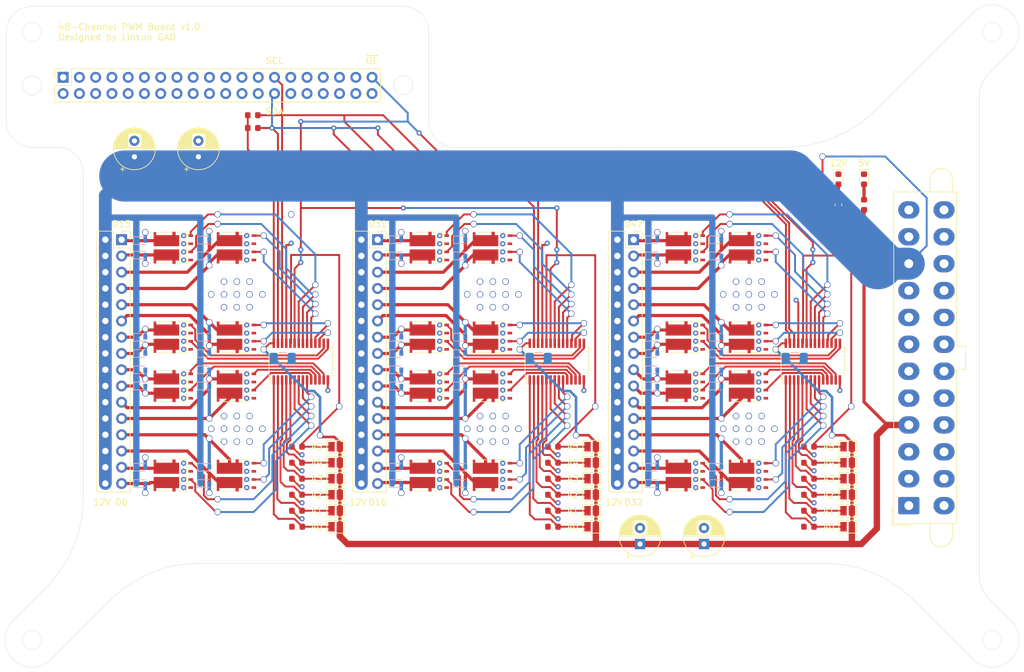
<source format=kicad_pcb>
(kicad_pcb (version 20171130) (host pcbnew "(5.1.6)-1")
  (layers (0 F.Cu signal) (31 B.Cu signal) (34 B.Paste user) (35 F.Paste user) (36 B.SilkS user) (37 F.SilkS user) (38 B.Mask user) (39 F.Mask user) (44 Edge.Cuts user))
  (net 0 "")
  (net 1 GND)
  (net 2 +5V)
  (net 3 +12V)
  (net 4 /D0)
  (net 5 /D1)
  (net 6 /D2)
  (net 7 /D3)
  (net 8 /D4)
  (net 9 /D5)
  (net 10 /D6)
  (net 11 /D7)
  (net 12 /D8)
  (net 13 /D9)
  (net 14 /D10)
  (net 15 /D11)
  (net 16 /D12)
  (net 17 /D13)
  (net 18 /D14)
  (net 19 /D15)
  (net 20 /D16)
  (net 21 /D17)
  (net 22 /D18)
  (net 23 /D19)
  (net 24 /D20)
  (net 25 /D21)
  (net 26 /D22)
  (net 27 /D23)
  (net 28 /D24)
  (net 29 /D25)
  (net 30 /D26)
  (net 31 /D27)
  (net 32 /D28)
  (net 33 /D29)
  (net 34 /D30)
  (net 35 /D31)
  (net 36 /D32)
  (net 37 /D33)
  (net 38 /D34)
  (net 39 /D35)
  (net 40 /D36)
  (net 41 /D37)
  (net 42 /D38)
  (net 43 /D39)
  (net 44 /D40)
  (net 45 /D41)
  (net 46 /D42)
  (net 47 /D43)
  (net 48 /D44)
  (net 49 /D45)
  (net 50 /D46)
  (net 51 /D47)
  (net 52 "Net-(J4-Pad38)")
  (net 53 "Net-(J4-Pad37)")
  (net 54 "Net-(J4-Pad36)")
  (net 55 "Net-(J4-Pad35)")
  (net 56 "Net-(J4-Pad33)")
  (net 57 "Net-(J4-Pad32)")
  (net 58 "Net-(J4-Pad31)")
  (net 59 "Net-(J4-Pad29)")
  (net 60 SCL)
  (net 61 SDA)
  (net 62 "Net-(J4-Pad26)")
  (net 63 "Net-(J4-Pad24)")
  (net 64 "Net-(J4-Pad23)")
  (net 65 "Net-(J4-Pad21)")
  (net 66 "Net-(J4-Pad19)")
  (net 67 "Net-(J4-Pad18)")
  (net 68 "Net-(J4-Pad17)")
  (net 69 "Net-(J4-Pad16)")
  (net 70 "Net-(J4-Pad15)")
  (net 71 "Net-(J4-Pad13)")
  (net 72 "Net-(J4-Pad12)")
  (net 73 "Net-(J4-Pad11)")
  (net 74 "Net-(J4-Pad10)")
  (net 75 "Net-(J4-Pad8)")
  (net 76 "Net-(J4-Pad7)")
  (net 77 "Net-(J4-Pad5)")
  (net 78 "Net-(J4-Pad4)")
  (net 79 "Net-(J4-Pad3)")
  (net 80 "Net-(J4-Pad2)")
  (net 81 "Net-(J4-Pad1)")
  (net 82 "Net-(J5-Pad22)")
  (net 83 "Net-(J5-Pad21)")
  (net 84 "Net-(J5-Pad20)")
  (net 85 "Net-(J5-Pad16)")
  (net 86 "Net-(J5-Pad14)")
  (net 87 "Net-(J5-Pad13)")
  (net 88 "Net-(J5-Pad12)")
  (net 89 "Net-(J5-Pad11)")
  (net 90 "Net-(J5-Pad9)")
  (net 91 "Net-(J5-Pad8)")
  (net 92 "Net-(J5-Pad7)")
  (net 93 "Net-(J5-Pad6)")
  (net 94 "Net-(J5-Pad2)")
  (net 95 "Net-(J5-Pad1)")
  (net 96 /A10)
  (net 97 /A11)
  (net 98 /A12)
  (net 99 /A13)
  (net 100 /A14)
  (net 101 /A15)
  (net 102 /A20)
  (net 103 /A21)
  (net 104 /A22)
  (net 105 /A23)
  (net 106 /A24)
  (net 107 /A25)
  (net 108 /A30)
  (net 109 /A31)
  (net 110 /A32)
  (net 111 /A33)
  (net 112 /A34)
  (net 113 /A35)
  (net 114 PWM1)
  (net 115 PWM0)
  (net 116 PWM3)
  (net 117 PWM2)
  (net 118 PWM5)
  (net 119 PWM4)
  (net 120 PWM7)
  (net 121 PWM6)
  (net 122 PWM9)
  (net 123 PWM8)
  (net 124 PWM11)
  (net 125 PWM10)
  (net 126 PWM13)
  (net 127 PWM12)
  (net 128 PWM15)
  (net 129 PWM14)
  (net 130 PWM17)
  (net 131 PWM16)
  (net 132 PWM19)
  (net 133 PWM18)
  (net 134 PWM21)
  (net 135 PWM20)
  (net 136 PWM23)
  (net 137 PWM22)
  (net 138 PWM25)
  (net 139 PWM24)
  (net 140 PWM27)
  (net 141 PWM26)
  (net 142 PWM29)
  (net 143 PWM28)
  (net 144 PWM31)
  (net 145 PWM30)
  (net 146 PWM33)
  (net 147 PWM32)
  (net 148 PWM35)
  (net 149 PWM34)
  (net 150 PWM37)
  (net 151 PWM36)
  (net 152 PWM39)
  (net 153 PWM38)
  (net 154 PWM41)
  (net 155 PWM40)
  (net 156 PWM43)
  (net 157 PWM42)
  (net 158 PWM45)
  (net 159 PWM44)
  (net 160 PWM47)
  (net 161 PWM46)
  (net 162 "Net-(J4-Pad22)")
  (net 163 "Net-(J5-Pad23)")
  (net 164 ~OE)
  (net 165 "Net-(D49-Pad2)")
  (net 166 "Net-(D50-Pad2)")
  (module Capacitor_SMD:C_1206_3216Metric (layer B.Cu) (at 139.175 71)
    (fp_text reference C7)
    (fp_text value 10uF)
    (pad 2 smd roundrect (at 1.4 0) (size 1.25 1.75) (layers B.Cu B.Paste B.Mask) (roundrect_rratio 0.2) (net 1 GND))
    (pad 1 smd roundrect (at -1.4 0) (size 1.25 1.75) (layers B.Cu B.Paste B.Mask) (roundrect_rratio 0.2) (net 2 +5V))
  )
  (module Capacitor_SMD:C_1206_3216Metric (layer B.Cu) (at 99.175 71)
    (fp_text reference C6)
    (fp_text value 10uF)
    (pad 2 smd roundrect (at 1.4 0) (size 1.25 1.75) (layers B.Cu B.Paste B.Mask) (roundrect_rratio 0.2) (net 1 GND))
    (pad 1 smd roundrect (at -1.4 0) (size 1.25 1.75) (layers B.Cu B.Paste B.Mask) (roundrect_rratio 0.2) (net 2 +5V))
  )
  (module Capacitor_SMD:C_1206_3216Metric (layer B.Cu) (at 59.175 71)
    (fp_text reference C5)
    (fp_text value 10uF)
    (pad 2 smd roundrect (at 1.4 0) (size 1.25 1.75) (layers B.Cu B.Paste B.Mask) (roundrect_rratio 0.2) (net 1 GND))
    (pad 1 smd roundrect (at -1.4 0) (size 1.25 1.75) (layers B.Cu B.Paste B.Mask) (roundrect_rratio 0.2) (net 2 +5V))
  )
  (module Resistor_SMD:R_0603_1608Metric (layer F.Cu) (at 150 47 270)
    (fp_text reference R22)
    (fp_text value 1K)
    (pad 2 smd roundrect (at 0.7875 0 270) (size 0.875 0.95) (layers F.Cu F.Paste F.Mask) (net 2 +5V))
    (pad 1 smd roundrect (at -0.7875 0 270) (size 0.875 0.95) (layers F.Cu F.Paste F.Mask) (net 166 "Net-(D50-Pad2)"))
  )
  (module Resistor_SMD:R_0603_1608Metric (layer F.Cu) (at 146 47 270)
    (fp_text reference R21)
    (fp_text value 1K)
    (pad 2 smd roundrect (at 0.7875 0 270) (size 0.875 0.95) (layers F.Cu F.Paste F.Mask) (net 3 +12V))
    (pad 1 smd roundrect (at -0.7875 0 270) (size 0.875 0.95) (layers F.Cu F.Paste F.Mask) (net 165 "Net-(D49-Pad2)"))
  )
  (module LED_SMD:LED_0603_1608Metric (layer F.Cu) (at 150 43 270)
    (fp_text reference D50)
    (fp_text value LED)
    (pad 2 smd roundrect (at 0.7875 0 270) (size 0.875 0.95) (layers F.Cu F.Paste F.Mask) (net 166 "Net-(D50-Pad2)"))
    (pad 1 smd roundrect (at -0.7875 0 270) (size 0.875 0.95) (layers F.Cu F.Paste F.Mask) (net 1 GND))
  )
  (module LED_SMD:LED_0603_1608Metric (layer F.Cu) (at 146 43 270)
    (fp_text reference D49)
    (fp_text value LED)
    (pad 2 smd roundrect (at 0.7875 0 270) (size 0.875 0.95) (layers F.Cu F.Paste F.Mask) (net 165 "Net-(D49-Pad2)"))
    (pad 1 smd roundrect (at -0.7875 0 270) (size 0.875 0.95) (layers F.Cu F.Paste F.Mask) (net 1 GND))
  )
  (module Capacitor_THT:CP_Radial_D6.3mm_P2.50mm (layer F.Cu) (at 46 39.5 90)
    (fp_text reference C4)
    (fp_text value 47uF)
    (pad 2 thru_hole circle (at 2.5 0 90) (size 1.6 1.6) (drill 0.8) (layers *.Cu *.Mask) (net 1 GND))
    (pad 1 thru_hole rect (at 0 0 90) (size 1.6 1.6) (drill 0.8) (layers *.Cu *.Mask) (net 3 +12V))
  )
  (module Capacitor_THT:CP_Radial_D6.3mm_P2.50mm (layer F.Cu) (at 36 39.5 90)
    (fp_text reference C3)
    (fp_text value 47uF)
    (pad 2 thru_hole circle (at 2.5 0 90) (size 1.6 1.6) (drill 0.8) (layers *.Cu *.Mask) (net 1 GND))
    (pad 1 thru_hole rect (at 0 0 90) (size 1.6 1.6) (drill 0.8) (layers *.Cu *.Mask) (net 3 +12V))
  )
  (module Capacitor_THT:CP_Radial_D6.3mm_P2.50mm (layer F.Cu) (at 125 100 90)
    (fp_text reference C2)
    (fp_text value 47uF)
    (pad 2 thru_hole circle (at 2.5 0 90) (size 1.6 1.6) (drill 0.8) (layers *.Cu *.Mask) (net 1 GND))
    (pad 1 thru_hole rect (at 0 0 90) (size 1.6 1.6) (drill 0.8) (layers *.Cu *.Mask) (net 2 +5V))
  )
  (module Capacitor_THT:CP_Radial_D6.3mm_P2.50mm (layer F.Cu) (at 115 100 90)
    (fp_text reference C1)
    (fp_text value 47uF)
    (pad 2 thru_hole circle (at 2.5 0 90) (size 1.6 1.6) (drill 0.8) (layers *.Cu *.Mask) (net 1 GND))
    (pad 1 thru_hole rect (at 0 0 90) (size 1.6 1.6) (drill 0.8) (layers *.Cu *.Mask) (net 2 +5V))
  )
  (module Connector_PinSocket_2.54mm:PinSocket_2x20_P2.54mm_Vertical (layer F.Cu) (at 24.87 27.08 90)
    (fp_text reference J4)
    (fp_text value Conn_02x20_Odd_Even)
    (pad 39 thru_hole oval (at -2.54 48.26 90) (size 1.7 1.7) (drill 1) (layers *.Cu *.Mask) (net 1 GND))
    (pad 40 thru_hole oval (at 0 48.26 90) (size 1.7 1.7) (drill 1) (layers *.Cu *.Mask) (net 164 ~OE))
    (pad 37 thru_hole oval (at -2.54 45.72 90) (size 1.7 1.7) (drill 1) (layers *.Cu *.Mask) (net 53 "Net-(J4-Pad37)"))
    (pad 38 thru_hole oval (at 0 45.72 90) (size 1.7 1.7) (drill 1) (layers *.Cu *.Mask) (net 52 "Net-(J4-Pad38)"))
    (pad 35 thru_hole oval (at -2.54 43.18 90) (size 1.7 1.7) (drill 1) (layers *.Cu *.Mask) (net 55 "Net-(J4-Pad35)"))
    (pad 36 thru_hole oval (at 0 43.18 90) (size 1.7 1.7) (drill 1) (layers *.Cu *.Mask) (net 54 "Net-(J4-Pad36)"))
    (pad 33 thru_hole oval (at -2.54 40.64 90) (size 1.7 1.7) (drill 1) (layers *.Cu *.Mask) (net 56 "Net-(J4-Pad33)"))
    (pad 34 thru_hole oval (at 0 40.64 90) (size 1.7 1.7) (drill 1) (layers *.Cu *.Mask) (net 1 GND))
    (pad 31 thru_hole oval (at -2.54 38.1 90) (size 1.7 1.7) (drill 1) (layers *.Cu *.Mask) (net 58 "Net-(J4-Pad31)"))
    (pad 32 thru_hole oval (at 0 38.1 90) (size 1.7 1.7) (drill 1) (layers *.Cu *.Mask) (net 57 "Net-(J4-Pad32)"))
    (pad 29 thru_hole oval (at -2.54 35.56 90) (size 1.7 1.7) (drill 1) (layers *.Cu *.Mask) (net 59 "Net-(J4-Pad29)"))
    (pad 30 thru_hole oval (at 0 35.56 90) (size 1.7 1.7) (drill 1) (layers *.Cu *.Mask) (net 1 GND))
    (pad 27 thru_hole oval (at -2.54 33.02 90) (size 1.7 1.7) (drill 1) (layers *.Cu *.Mask) (net 61 SDA))
    (pad 28 thru_hole oval (at 0 33.02 90) (size 1.7 1.7) (drill 1) (layers *.Cu *.Mask) (net 60 SCL))
    (pad 25 thru_hole oval (at -2.54 30.48 90) (size 1.7 1.7) (drill 1) (layers *.Cu *.Mask) (net 1 GND))
    (pad 26 thru_hole oval (at 0 30.48 90) (size 1.7 1.7) (drill 1) (layers *.Cu *.Mask) (net 62 "Net-(J4-Pad26)"))
    (pad 23 thru_hole oval (at -2.54 27.94 90) (size 1.7 1.7) (drill 1) (layers *.Cu *.Mask) (net 64 "Net-(J4-Pad23)"))
    (pad 24 thru_hole oval (at 0 27.94 90) (size 1.7 1.7) (drill 1) (layers *.Cu *.Mask) (net 63 "Net-(J4-Pad24)"))
    (pad 21 thru_hole oval (at -2.54 25.4 90) (size 1.7 1.7) (drill 1) (layers *.Cu *.Mask) (net 65 "Net-(J4-Pad21)"))
    (pad 22 thru_hole oval (at 0 25.4 90) (size 1.7 1.7) (drill 1) (layers *.Cu *.Mask) (net 162 "Net-(J4-Pad22)"))
    (pad 19 thru_hole oval (at -2.54 22.86 90) (size 1.7 1.7) (drill 1) (layers *.Cu *.Mask) (net 66 "Net-(J4-Pad19)"))
    (pad 20 thru_hole oval (at 0 22.86 90) (size 1.7 1.7) (drill 1) (layers *.Cu *.Mask) (net 1 GND))
    (pad 17 thru_hole oval (at -2.54 20.32 90) (size 1.7 1.7) (drill 1) (layers *.Cu *.Mask) (net 68 "Net-(J4-Pad17)"))
    (pad 18 thru_hole oval (at 0 20.32 90) (size 1.7 1.7) (drill 1) (layers *.Cu *.Mask) (net 67 "Net-(J4-Pad18)"))
    (pad 15 thru_hole oval (at -2.54 17.78 90) (size 1.7 1.7) (drill 1) (layers *.Cu *.Mask) (net 70 "Net-(J4-Pad15)"))
    (pad 16 thru_hole oval (at 0 17.78 90) (size 1.7 1.7) (drill 1) (layers *.Cu *.Mask) (net 69 "Net-(J4-Pad16)"))
    (pad 13 thru_hole oval (at -2.54 15.24 90) (size 1.7 1.7) (drill 1) (layers *.Cu *.Mask) (net 71 "Net-(J4-Pad13)"))
    (pad 14 thru_hole oval (at 0 15.24 90) (size 1.7 1.7) (drill 1) (layers *.Cu *.Mask) (net 1 GND))
    (pad 11 thru_hole oval (at -2.54 12.7 90) (size 1.7 1.7) (drill 1) (layers *.Cu *.Mask) (net 73 "Net-(J4-Pad11)"))
    (pad 12 thru_hole oval (at 0 12.7 90) (size 1.7 1.7) (drill 1) (layers *.Cu *.Mask) (net 72 "Net-(J4-Pad12)"))
    (pad 9 thru_hole oval (at -2.54 10.16 90) (size 1.7 1.7) (drill 1) (layers *.Cu *.Mask) (net 1 GND))
    (pad 10 thru_hole oval (at 0 10.16 90) (size 1.7 1.7) (drill 1) (layers *.Cu *.Mask) (net 74 "Net-(J4-Pad10)"))
    (pad 7 thru_hole oval (at -2.54 7.62 90) (size 1.7 1.7) (drill 1) (layers *.Cu *.Mask) (net 76 "Net-(J4-Pad7)"))
    (pad 8 thru_hole oval (at 0 7.62 90) (size 1.7 1.7) (drill 1) (layers *.Cu *.Mask) (net 75 "Net-(J4-Pad8)"))
    (pad 5 thru_hole oval (at -2.54 5.08 90) (size 1.7 1.7) (drill 1) (layers *.Cu *.Mask) (net 77 "Net-(J4-Pad5)"))
    (pad 6 thru_hole oval (at 0 5.08 90) (size 1.7 1.7) (drill 1) (layers *.Cu *.Mask) (net 1 GND))
    (pad 3 thru_hole oval (at -2.54 2.54 90) (size 1.7 1.7) (drill 1) (layers *.Cu *.Mask) (net 79 "Net-(J4-Pad3)"))
    (pad 4 thru_hole oval (at 0 2.54 90) (size 1.7 1.7) (drill 1) (layers *.Cu *.Mask) (net 78 "Net-(J4-Pad4)"))
    (pad 1 thru_hole oval (at -2.54 0 90) (size 1.7 1.7) (drill 1) (layers *.Cu *.Mask) (net 81 "Net-(J4-Pad1)"))
    (pad 2 thru_hole rect (at 0 0 90) (size 1.7 1.7) (drill 1) (layers *.Cu *.Mask) (net 80 "Net-(J4-Pad2)"))
  )
  (module Connector_PinSocket_2.54mm:PinSocket_2x16_P2.54mm_Vertical (layer F.Cu) (at 34 52.45)
    (fp_text reference J1)
    (fp_text value Conn_02x16_Top_Bottom)
    (pad 17 thru_hole oval (at -2.54 38.1) (size 1.7 1.7) (drill 1) (layers *.Cu *.Mask) (net 3 +12V))
    (pad 1 thru_hole oval (at 0 38.1) (size 1.7 1.7) (drill 1) (layers *.Cu *.Mask) (net 4 /D0))
    (pad 18 thru_hole oval (at -2.54 35.56) (size 1.7 1.7) (drill 1) (layers *.Cu *.Mask) (net 3 +12V))
    (pad 2 thru_hole oval (at 0 35.56) (size 1.7 1.7) (drill 1) (layers *.Cu *.Mask) (net 5 /D1))
    (pad 19 thru_hole oval (at -2.54 33.02) (size 1.7 1.7) (drill 1) (layers *.Cu *.Mask) (net 3 +12V))
    (pad 3 thru_hole oval (at 0 33.02) (size 1.7 1.7) (drill 1) (layers *.Cu *.Mask) (net 6 /D2))
    (pad 20 thru_hole oval (at -2.54 30.48) (size 1.7 1.7) (drill 1) (layers *.Cu *.Mask) (net 3 +12V))
    (pad 4 thru_hole oval (at 0 30.48) (size 1.7 1.7) (drill 1) (layers *.Cu *.Mask) (net 7 /D3))
    (pad 21 thru_hole oval (at -2.54 27.94) (size 1.7 1.7) (drill 1) (layers *.Cu *.Mask) (net 3 +12V))
    (pad 5 thru_hole oval (at 0 27.94) (size 1.7 1.7) (drill 1) (layers *.Cu *.Mask) (net 8 /D4))
    (pad 22 thru_hole oval (at -2.54 25.4) (size 1.7 1.7) (drill 1) (layers *.Cu *.Mask) (net 3 +12V))
    (pad 6 thru_hole oval (at 0 25.4) (size 1.7 1.7) (drill 1) (layers *.Cu *.Mask) (net 9 /D5))
    (pad 23 thru_hole oval (at -2.54 22.86) (size 1.7 1.7) (drill 1) (layers *.Cu *.Mask) (net 3 +12V))
    (pad 7 thru_hole oval (at 0 22.86) (size 1.7 1.7) (drill 1) (layers *.Cu *.Mask) (net 10 /D6))
    (pad 24 thru_hole oval (at -2.54 20.32) (size 1.7 1.7) (drill 1) (layers *.Cu *.Mask) (net 3 +12V))
    (pad 8 thru_hole oval (at 0 20.32) (size 1.7 1.7) (drill 1) (layers *.Cu *.Mask) (net 11 /D7))
    (pad 25 thru_hole oval (at -2.54 17.78) (size 1.7 1.7) (drill 1) (layers *.Cu *.Mask) (net 3 +12V))
    (pad 9 thru_hole oval (at 0 17.78) (size 1.7 1.7) (drill 1) (layers *.Cu *.Mask) (net 12 /D8))
    (pad 26 thru_hole oval (at -2.54 15.24) (size 1.7 1.7) (drill 1) (layers *.Cu *.Mask) (net 3 +12V))
    (pad 10 thru_hole oval (at 0 15.24) (size 1.7 1.7) (drill 1) (layers *.Cu *.Mask) (net 13 /D9))
    (pad 27 thru_hole oval (at -2.54 12.7) (size 1.7 1.7) (drill 1) (layers *.Cu *.Mask) (net 3 +12V))
    (pad 11 thru_hole oval (at 0 12.7) (size 1.7 1.7) (drill 1) (layers *.Cu *.Mask) (net 14 /D10))
    (pad 28 thru_hole oval (at -2.54 10.16) (size 1.7 1.7) (drill 1) (layers *.Cu *.Mask) (net 3 +12V))
    (pad 12 thru_hole oval (at 0 10.16) (size 1.7 1.7) (drill 1) (layers *.Cu *.Mask) (net 15 /D11))
    (pad 29 thru_hole oval (at -2.54 7.62) (size 1.7 1.7) (drill 1) (layers *.Cu *.Mask) (net 3 +12V))
    (pad 13 thru_hole oval (at 0 7.62) (size 1.7 1.7) (drill 1) (layers *.Cu *.Mask) (net 16 /D12))
    (pad 30 thru_hole oval (at -2.54 5.08) (size 1.7 1.7) (drill 1) (layers *.Cu *.Mask) (net 3 +12V))
    (pad 14 thru_hole oval (at 0 5.08) (size 1.7 1.7) (drill 1) (layers *.Cu *.Mask) (net 17 /D13))
    (pad 31 thru_hole oval (at -2.54 2.54) (size 1.7 1.7) (drill 1) (layers *.Cu *.Mask) (net 3 +12V))
    (pad 15 thru_hole oval (at 0 2.54) (size 1.7 1.7) (drill 1) (layers *.Cu *.Mask) (net 18 /D14))
    (pad 32 thru_hole oval (at -2.54 0) (size 1.7 1.7) (drill 1) (layers *.Cu *.Mask) (net 3 +12V))
    (pad 16 thru_hole rect (at 0 0) (size 1.7 1.7) (drill 1) (layers *.Cu *.Mask) (net 19 /D15))
  )
  (module Connector_PinSocket_2.54mm:PinSocket_2x16_P2.54mm_Vertical (layer F.Cu) (at 74 52.45)
    (fp_text reference J2)
    (fp_text value Conn_02x16_Top_Bottom)
    (pad 17 thru_hole oval (at -2.54 38.1) (size 1.7 1.7) (drill 1) (layers *.Cu *.Mask) (net 3 +12V))
    (pad 1 thru_hole oval (at 0 38.1) (size 1.7 1.7) (drill 1) (layers *.Cu *.Mask) (net 20 /D16))
    (pad 18 thru_hole oval (at -2.54 35.56) (size 1.7 1.7) (drill 1) (layers *.Cu *.Mask) (net 3 +12V))
    (pad 2 thru_hole oval (at 0 35.56) (size 1.7 1.7) (drill 1) (layers *.Cu *.Mask) (net 21 /D17))
    (pad 19 thru_hole oval (at -2.54 33.02) (size 1.7 1.7) (drill 1) (layers *.Cu *.Mask) (net 3 +12V))
    (pad 3 thru_hole oval (at 0 33.02) (size 1.7 1.7) (drill 1) (layers *.Cu *.Mask) (net 22 /D18))
    (pad 20 thru_hole oval (at -2.54 30.48) (size 1.7 1.7) (drill 1) (layers *.Cu *.Mask) (net 3 +12V))
    (pad 4 thru_hole oval (at 0 30.48) (size 1.7 1.7) (drill 1) (layers *.Cu *.Mask) (net 23 /D19))
    (pad 21 thru_hole oval (at -2.54 27.94) (size 1.7 1.7) (drill 1) (layers *.Cu *.Mask) (net 3 +12V))
    (pad 5 thru_hole oval (at 0 27.94) (size 1.7 1.7) (drill 1) (layers *.Cu *.Mask) (net 24 /D20))
    (pad 22 thru_hole oval (at -2.54 25.4) (size 1.7 1.7) (drill 1) (layers *.Cu *.Mask) (net 3 +12V))
    (pad 6 thru_hole oval (at 0 25.4) (size 1.7 1.7) (drill 1) (layers *.Cu *.Mask) (net 25 /D21))
    (pad 23 thru_hole oval (at -2.54 22.86) (size 1.7 1.7) (drill 1) (layers *.Cu *.Mask) (net 3 +12V))
    (pad 7 thru_hole oval (at 0 22.86) (size 1.7 1.7) (drill 1) (layers *.Cu *.Mask) (net 26 /D22))
    (pad 24 thru_hole oval (at -2.54 20.32) (size 1.7 1.7) (drill 1) (layers *.Cu *.Mask) (net 3 +12V))
    (pad 8 thru_hole oval (at 0 20.32) (size 1.7 1.7) (drill 1) (layers *.Cu *.Mask) (net 27 /D23))
    (pad 25 thru_hole oval (at -2.54 17.78) (size 1.7 1.7) (drill 1) (layers *.Cu *.Mask) (net 3 +12V))
    (pad 9 thru_hole oval (at 0 17.78) (size 1.7 1.7) (drill 1) (layers *.Cu *.Mask) (net 28 /D24))
    (pad 26 thru_hole oval (at -2.54 15.24) (size 1.7 1.7) (drill 1) (layers *.Cu *.Mask) (net 3 +12V))
    (pad 10 thru_hole oval (at 0 15.24) (size 1.7 1.7) (drill 1) (layers *.Cu *.Mask) (net 29 /D25))
    (pad 27 thru_hole oval (at -2.54 12.7) (size 1.7 1.7) (drill 1) (layers *.Cu *.Mask) (net 3 +12V))
    (pad 11 thru_hole oval (at 0 12.7) (size 1.7 1.7) (drill 1) (layers *.Cu *.Mask) (net 30 /D26))
    (pad 28 thru_hole oval (at -2.54 10.16) (size 1.7 1.7) (drill 1) (layers *.Cu *.Mask) (net 3 +12V))
    (pad 12 thru_hole oval (at 0 10.16) (size 1.7 1.7) (drill 1) (layers *.Cu *.Mask) (net 31 /D27))
    (pad 29 thru_hole oval (at -2.54 7.62) (size 1.7 1.7) (drill 1) (layers *.Cu *.Mask) (net 3 +12V))
    (pad 13 thru_hole oval (at 0 7.62) (size 1.7 1.7) (drill 1) (layers *.Cu *.Mask) (net 32 /D28))
    (pad 30 thru_hole oval (at -2.54 5.08) (size 1.7 1.7) (drill 1) (layers *.Cu *.Mask) (net 3 +12V))
    (pad 14 thru_hole oval (at 0 5.08) (size 1.7 1.7) (drill 1) (layers *.Cu *.Mask) (net 33 /D29))
    (pad 31 thru_hole oval (at -2.54 2.54) (size 1.7 1.7) (drill 1) (layers *.Cu *.Mask) (net 3 +12V))
    (pad 15 thru_hole oval (at 0 2.54) (size 1.7 1.7) (drill 1) (layers *.Cu *.Mask) (net 34 /D30))
    (pad 32 thru_hole oval (at -2.54 0) (size 1.7 1.7) (drill 1) (layers *.Cu *.Mask) (net 3 +12V))
    (pad 16 thru_hole rect (at 0 0) (size 1.7 1.7) (drill 1) (layers *.Cu *.Mask) (net 35 /D31))
  )
  (module Connector_PinSocket_2.54mm:PinSocket_2x16_P2.54mm_Vertical (layer F.Cu) (at 114 52.45)
    (fp_text reference J3)
    (fp_text value Conn_02x16_Top_Bottom)
    (pad 17 thru_hole oval (at -2.54 38.1) (size 1.7 1.7) (drill 1) (layers *.Cu *.Mask) (net 3 +12V))
    (pad 1 thru_hole oval (at 0 38.1) (size 1.7 1.7) (drill 1) (layers *.Cu *.Mask) (net 36 /D32))
    (pad 18 thru_hole oval (at -2.54 35.56) (size 1.7 1.7) (drill 1) (layers *.Cu *.Mask) (net 3 +12V))
    (pad 2 thru_hole oval (at 0 35.56) (size 1.7 1.7) (drill 1) (layers *.Cu *.Mask) (net 37 /D33))
    (pad 19 thru_hole oval (at -2.54 33.02) (size 1.7 1.7) (drill 1) (layers *.Cu *.Mask) (net 3 +12V))
    (pad 3 thru_hole oval (at 0 33.02) (size 1.7 1.7) (drill 1) (layers *.Cu *.Mask) (net 38 /D34))
    (pad 20 thru_hole oval (at -2.54 30.48) (size 1.7 1.7) (drill 1) (layers *.Cu *.Mask) (net 3 +12V))
    (pad 4 thru_hole oval (at 0 30.48) (size 1.7 1.7) (drill 1) (layers *.Cu *.Mask) (net 39 /D35))
    (pad 21 thru_hole oval (at -2.54 27.94) (size 1.7 1.7) (drill 1) (layers *.Cu *.Mask) (net 3 +12V))
    (pad 5 thru_hole oval (at 0 27.94) (size 1.7 1.7) (drill 1) (layers *.Cu *.Mask) (net 40 /D36))
    (pad 22 thru_hole oval (at -2.54 25.4) (size 1.7 1.7) (drill 1) (layers *.Cu *.Mask) (net 3 +12V))
    (pad 6 thru_hole oval (at 0 25.4) (size 1.7 1.7) (drill 1) (layers *.Cu *.Mask) (net 41 /D37))
    (pad 23 thru_hole oval (at -2.54 22.86) (size 1.7 1.7) (drill 1) (layers *.Cu *.Mask) (net 3 +12V))
    (pad 7 thru_hole oval (at 0 22.86) (size 1.7 1.7) (drill 1) (layers *.Cu *.Mask) (net 42 /D38))
    (pad 24 thru_hole oval (at -2.54 20.32) (size 1.7 1.7) (drill 1) (layers *.Cu *.Mask) (net 3 +12V))
    (pad 8 thru_hole oval (at 0 20.32) (size 1.7 1.7) (drill 1) (layers *.Cu *.Mask) (net 43 /D39))
    (pad 25 thru_hole oval (at -2.54 17.78) (size 1.7 1.7) (drill 1) (layers *.Cu *.Mask) (net 3 +12V))
    (pad 9 thru_hole oval (at 0 17.78) (size 1.7 1.7) (drill 1) (layers *.Cu *.Mask) (net 44 /D40))
    (pad 26 thru_hole oval (at -2.54 15.24) (size 1.7 1.7) (drill 1) (layers *.Cu *.Mask) (net 3 +12V))
    (pad 10 thru_hole oval (at 0 15.24) (size 1.7 1.7) (drill 1) (layers *.Cu *.Mask) (net 45 /D41))
    (pad 27 thru_hole oval (at -2.54 12.7) (size 1.7 1.7) (drill 1) (layers *.Cu *.Mask) (net 3 +12V))
    (pad 11 thru_hole oval (at 0 12.7) (size 1.7 1.7) (drill 1) (layers *.Cu *.Mask) (net 46 /D42))
    (pad 28 thru_hole oval (at -2.54 10.16) (size 1.7 1.7) (drill 1) (layers *.Cu *.Mask) (net 3 +12V))
    (pad 12 thru_hole oval (at 0 10.16) (size 1.7 1.7) (drill 1) (layers *.Cu *.Mask) (net 47 /D43))
    (pad 29 thru_hole oval (at -2.54 7.62) (size 1.7 1.7) (drill 1) (layers *.Cu *.Mask) (net 3 +12V))
    (pad 13 thru_hole oval (at 0 7.62) (size 1.7 1.7) (drill 1) (layers *.Cu *.Mask) (net 48 /D44))
    (pad 30 thru_hole oval (at -2.54 5.08) (size 1.7 1.7) (drill 1) (layers *.Cu *.Mask) (net 3 +12V))
    (pad 14 thru_hole oval (at 0 5.08) (size 1.7 1.7) (drill 1) (layers *.Cu *.Mask) (net 49 /D45))
    (pad 31 thru_hole oval (at -2.54 2.54) (size 1.7 1.7) (drill 1) (layers *.Cu *.Mask) (net 3 +12V))
    (pad 15 thru_hole oval (at 0 2.54) (size 1.7 1.7) (drill 1) (layers *.Cu *.Mask) (net 50 /D46))
    (pad 32 thru_hole oval (at -2.54 0) (size 1.7 1.7) (drill 1) (layers *.Cu *.Mask) (net 3 +12V))
    (pad 16 thru_hole rect (at 0 0) (size 1.7 1.7) (drill 1) (layers *.Cu *.Mask) (net 51 /D47))
  )
  (module Jumper:SolderJumper-2_P1.3mm_Open_Pad1.0x1.5mm (layer F.Cu) (at 147.45 84.8 180)
    (fp_text reference JP18)
    (fp_text value SolderJumper_2_Open)
    (pad 1 smd rect (at -0.65 0 180) (size 1 1.5) (layers F.Cu F.Mask) (net 2 +5V))
    (pad 2 smd rect (at 0.65 0 180) (size 1 1.5) (layers F.Cu F.Mask) (net 113 /A35))
  )
  (module Jumper:SolderJumper-2_P1.3mm_Open_Pad1.0x1.5mm (layer F.Cu) (at 147.45 87.3 180)
    (fp_text reference JP17)
    (fp_text value SolderJumper_2_Open)
    (pad 1 smd rect (at -0.65 0 180) (size 1 1.5) (layers F.Cu F.Mask) (net 2 +5V))
    (pad 2 smd rect (at 0.65 0 180) (size 1 1.5) (layers F.Cu F.Mask) (net 112 /A34))
  )
  (module Jumper:SolderJumper-2_P1.3mm_Open_Pad1.0x1.5mm (layer F.Cu) (at 147.45 89.8 180)
    (fp_text reference JP16)
    (fp_text value SolderJumper_2_Open)
    (pad 1 smd rect (at -0.65 0 180) (size 1 1.5) (layers F.Cu F.Mask) (net 2 +5V))
    (pad 2 smd rect (at 0.65 0 180) (size 1 1.5) (layers F.Cu F.Mask) (net 111 /A33))
  )
  (module Jumper:SolderJumper-2_P1.3mm_Open_Pad1.0x1.5mm (layer F.Cu) (at 147.45 92.3 180)
    (fp_text reference JP15)
    (fp_text value SolderJumper_2_Open)
    (pad 1 smd rect (at -0.65 0 180) (size 1 1.5) (layers F.Cu F.Mask) (net 2 +5V))
    (pad 2 smd rect (at 0.65 0 180) (size 1 1.5) (layers F.Cu F.Mask) (net 110 /A32))
  )
  (module Jumper:SolderJumper-2_P1.3mm_Open_Pad1.0x1.5mm (layer F.Cu) (at 147.45 94.8 180)
    (fp_text reference JP14)
    (fp_text value SolderJumper_2_Open)
    (pad 1 smd rect (at -0.65 0 180) (size 1 1.5) (layers F.Cu F.Mask) (net 2 +5V))
    (pad 2 smd rect (at 0.65 0 180) (size 1 1.5) (layers F.Cu F.Mask) (net 109 /A31))
  )
  (module Jumper:SolderJumper-2_P1.3mm_Open_Pad1.0x1.5mm (layer F.Cu) (at 147.45 97.3 180)
    (fp_text reference JP13)
    (fp_text value SolderJumper_2_Open)
    (pad 1 smd rect (at -0.65 0 180) (size 1 1.5) (layers F.Cu F.Mask) (net 2 +5V))
    (pad 2 smd rect (at 0.65 0 180) (size 1 1.5) (layers F.Cu F.Mask) (net 108 /A30))
  )
  (module Jumper:SolderJumper-2_P1.3mm_Open_Pad1.0x1.5mm (layer F.Cu) (at 107.45 84.8 180)
    (fp_text reference JP12)
    (fp_text value SolderJumper_2_Open)
    (pad 1 smd rect (at -0.65 0 180) (size 1 1.5) (layers F.Cu F.Mask) (net 2 +5V))
    (pad 2 smd rect (at 0.65 0 180) (size 1 1.5) (layers F.Cu F.Mask) (net 107 /A25))
  )
  (module Jumper:SolderJumper-2_P1.3mm_Open_Pad1.0x1.5mm (layer F.Cu) (at 107.45 87.3 180)
    (fp_text reference JP11)
    (fp_text value SolderJumper_2_Open)
    (pad 1 smd rect (at -0.65 0 180) (size 1 1.5) (layers F.Cu F.Mask) (net 2 +5V))
    (pad 2 smd rect (at 0.65 0 180) (size 1 1.5) (layers F.Cu F.Mask) (net 106 /A24))
  )
  (module Jumper:SolderJumper-2_P1.3mm_Open_Pad1.0x1.5mm (layer F.Cu) (at 107.45 89.8 180)
    (fp_text reference JP10)
    (fp_text value SolderJumper_2_Open)
    (pad 1 smd rect (at -0.65 0 180) (size 1 1.5) (layers F.Cu F.Mask) (net 2 +5V))
    (pad 2 smd rect (at 0.65 0 180) (size 1 1.5) (layers F.Cu F.Mask) (net 105 /A23))
  )
  (module Jumper:SolderJumper-2_P1.3mm_Open_Pad1.0x1.5mm (layer F.Cu) (at 107.45 92.3 180)
    (fp_text reference JP9)
    (fp_text value SolderJumper_2_Open)
    (pad 1 smd rect (at -0.65 0 180) (size 1 1.5) (layers F.Cu F.Mask) (net 2 +5V))
    (pad 2 smd rect (at 0.65 0 180) (size 1 1.5) (layers F.Cu F.Mask) (net 104 /A22))
  )
  (module Jumper:SolderJumper-2_P1.3mm_Open_Pad1.0x1.5mm (layer F.Cu) (at 107.45 94.8 180)
    (fp_text reference JP8)
    (fp_text value SolderJumper_2_Open)
    (pad 1 smd rect (at -0.65 0 180) (size 1 1.5) (layers F.Cu F.Mask) (net 2 +5V))
    (pad 2 smd rect (at 0.65 0 180) (size 1 1.5) (layers F.Cu F.Mask) (net 103 /A21))
  )
  (module Jumper:SolderJumper-2_P1.3mm_Open_Pad1.0x1.5mm (layer F.Cu) (at 107.45 97.3 180)
    (fp_text reference JP7)
    (fp_text value SolderJumper_2_Open)
    (pad 1 smd rect (at -0.65 0 180) (size 1 1.5) (layers F.Cu F.Mask) (net 2 +5V))
    (pad 2 smd rect (at 0.65 0 180) (size 1 1.5) (layers F.Cu F.Mask) (net 102 /A20))
  )
  (module Jumper:SolderJumper-2_P1.3mm_Open_Pad1.0x1.5mm (layer F.Cu) (at 67.45 84.8 180)
    (fp_text reference JP6)
    (fp_text value SolderJumper_2_Open)
    (pad 1 smd rect (at -0.65 0 180) (size 1 1.5) (layers F.Cu F.Mask) (net 2 +5V))
    (pad 2 smd rect (at 0.65 0 180) (size 1 1.5) (layers F.Cu F.Mask) (net 101 /A15))
  )
  (module Jumper:SolderJumper-2_P1.3mm_Open_Pad1.0x1.5mm (layer F.Cu) (at 67.45 87.3 180)
    (fp_text reference JP5)
    (fp_text value SolderJumper_2_Open)
    (pad 1 smd rect (at -0.65 0 180) (size 1 1.5) (layers F.Cu F.Mask) (net 2 +5V))
    (pad 2 smd rect (at 0.65 0 180) (size 1 1.5) (layers F.Cu F.Mask) (net 100 /A14))
  )
  (module Jumper:SolderJumper-2_P1.3mm_Open_Pad1.0x1.5mm (layer F.Cu) (at 67.45 89.8 180)
    (fp_text reference JP4)
    (fp_text value SolderJumper_2_Open)
    (pad 1 smd rect (at -0.65 0 180) (size 1 1.5) (layers F.Cu F.Mask) (net 2 +5V))
    (pad 2 smd rect (at 0.65 0 180) (size 1 1.5) (layers F.Cu F.Mask) (net 99 /A13))
  )
  (module Jumper:SolderJumper-2_P1.3mm_Open_Pad1.0x1.5mm (layer F.Cu) (at 67.45 92.3 180)
    (fp_text reference JP3)
    (fp_text value SolderJumper_2_Open)
    (pad 1 smd rect (at -0.65 0 180) (size 1 1.5) (layers F.Cu F.Mask) (net 2 +5V))
    (pad 2 smd rect (at 0.65 0 180) (size 1 1.5) (layers F.Cu F.Mask) (net 98 /A12))
  )
  (module Jumper:SolderJumper-2_P1.3mm_Open_Pad1.0x1.5mm (layer F.Cu) (at 67.45 94.8 180)
    (fp_text reference JP2)
    (fp_text value SolderJumper_2_Open)
    (pad 1 smd rect (at -0.65 0 180) (size 1 1.5) (layers F.Cu F.Mask) (net 2 +5V))
    (pad 2 smd rect (at 0.65 0 180) (size 1 1.5) (layers F.Cu F.Mask) (net 97 /A11))
  )
  (module Jumper:SolderJumper-2_P1.3mm_Open_Pad1.0x1.5mm (layer F.Cu) (at 67.45 97.3 180)
    (fp_text reference JP1)
    (fp_text value SolderJumper_2_Open)
    (pad 1 smd rect (at -0.65 0 180) (size 1 1.5) (layers F.Cu F.Mask) (net 2 +5V))
    (pad 2 smd rect (at 0.65 0 180) (size 1 1.5) (layers F.Cu F.Mask) (net 96 /A10))
  )
  (module Diode_SMD:D_SOD-523 (layer B.Cu) (at 127 72.77)
    (fp_text reference D38)
    (fp_text value BAT41KFILM)
    (pad 1 smd rect (at -0.7 0 180) (size 0.6 0.7) (layers B.Cu B.Paste B.Mask) (net 3 +12V))
    (pad 2 smd rect (at 0.7 0 180) (size 0.6 0.7) (layers B.Cu B.Paste B.Mask) (net 41 /D37))
  )
  (module Package_SO:TSSOP-28_4.4x9.7mm_P0.65mm (layer F.Cu) (at 62 71.5 90)
    (fp_text reference U1)
    (fp_text value PCA9685PW)
    (pad 28 smd roundrect (at 2.8625 -4.225 90) (size 1.475 0.4) (layers F.Cu F.Paste F.Mask) (net 2 +5V))
    (pad 27 smd roundrect (at 2.8625 -3.575 90) (size 1.475 0.4) (layers F.Cu F.Paste F.Mask) (net 61 SDA))
    (pad 26 smd roundrect (at 2.8625 -2.925 90) (size 1.475 0.4) (layers F.Cu F.Paste F.Mask) (net 60 SCL))
    (pad 25 smd roundrect (at 2.8625 -2.275 90) (size 1.475 0.4) (layers F.Cu F.Paste F.Mask) (net 1 GND))
    (pad 24 smd roundrect (at 2.8625 -1.625 90) (size 1.475 0.4) (layers F.Cu F.Paste F.Mask) (net 101 /A15))
    (pad 23 smd roundrect (at 2.8625 -0.975 90) (size 1.475 0.4) (layers F.Cu F.Paste F.Mask) (net 164 ~OE))
    (pad 22 smd roundrect (at 2.8625 -0.325 90) (size 1.475 0.4) (layers F.Cu F.Paste F.Mask) (net 128 PWM15))
    (pad 21 smd roundrect (at 2.8625 0.325 90) (size 1.475 0.4) (layers F.Cu F.Paste F.Mask) (net 129 PWM14))
    (pad 20 smd roundrect (at 2.8625 0.975 90) (size 1.475 0.4) (layers F.Cu F.Paste F.Mask) (net 126 PWM13))
    (pad 19 smd roundrect (at 2.8625 1.625 90) (size 1.475 0.4) (layers F.Cu F.Paste F.Mask) (net 127 PWM12))
    (pad 18 smd roundrect (at 2.8625 2.275 90) (size 1.475 0.4) (layers F.Cu F.Paste F.Mask) (net 124 PWM11))
    (pad 17 smd roundrect (at 2.8625 2.925 90) (size 1.475 0.4) (layers F.Cu F.Paste F.Mask) (net 125 PWM10))
    (pad 16 smd roundrect (at 2.8625 3.575 90) (size 1.475 0.4) (layers F.Cu F.Paste F.Mask) (net 122 PWM9))
    (pad 15 smd roundrect (at 2.8625 4.225 90) (size 1.475 0.4) (layers F.Cu F.Paste F.Mask) (net 123 PWM8))
    (pad 14 smd roundrect (at -2.8625 4.225 90) (size 1.475 0.4) (layers F.Cu F.Paste F.Mask) (net 1 GND))
    (pad 13 smd roundrect (at -2.8625 3.575 90) (size 1.475 0.4) (layers F.Cu F.Paste F.Mask) (net 120 PWM7))
    (pad 12 smd roundrect (at -2.8625 2.925 90) (size 1.475 0.4) (layers F.Cu F.Paste F.Mask) (net 121 PWM6))
    (pad 11 smd roundrect (at -2.8625 2.275 90) (size 1.475 0.4) (layers F.Cu F.Paste F.Mask) (net 118 PWM5))
    (pad 10 smd roundrect (at -2.8625 1.625 90) (size 1.475 0.4) (layers F.Cu F.Paste F.Mask) (net 119 PWM4))
    (pad 9 smd roundrect (at -2.8625 0.975 90) (size 1.475 0.4) (layers F.Cu F.Paste F.Mask) (net 116 PWM3))
    (pad 8 smd roundrect (at -2.8625 0.325 90) (size 1.475 0.4) (layers F.Cu F.Paste F.Mask) (net 117 PWM2))
    (pad 7 smd roundrect (at -2.8625 -0.325 90) (size 1.475 0.4) (layers F.Cu F.Paste F.Mask) (net 114 PWM1))
    (pad 6 smd roundrect (at -2.8625 -0.975 90) (size 1.475 0.4) (layers F.Cu F.Paste F.Mask) (net 115 PWM0))
    (pad 5 smd roundrect (at -2.8625 -1.625 90) (size 1.475 0.4) (layers F.Cu F.Paste F.Mask) (net 100 /A14))
    (pad 4 smd roundrect (at -2.8625 -2.275 90) (size 1.475 0.4) (layers F.Cu F.Paste F.Mask) (net 99 /A13))
    (pad 3 smd roundrect (at -2.8625 -2.925 90) (size 1.475 0.4) (layers F.Cu F.Paste F.Mask) (net 98 /A12))
    (pad 2 smd roundrect (at -2.8625 -3.575 90) (size 1.475 0.4) (layers F.Cu F.Paste F.Mask) (net 97 /A11))
    (pad 1 smd roundrect (at -2.8625 -4.225 90) (size 1.475 0.4) (layers F.Cu F.Paste F.Mask) (net 96 /A10))
  )
  (module Package_SO:TSSOP-28_4.4x9.7mm_P0.65mm (layer F.Cu) (at 142 71.5 90)
    (fp_text reference U3)
    (fp_text value PCA9685PW)
    (pad 28 smd roundrect (at 2.8625 -4.225 90) (size 1.475 0.4) (layers F.Cu F.Paste F.Mask) (net 2 +5V))
    (pad 27 smd roundrect (at 2.8625 -3.575 90) (size 1.475 0.4) (layers F.Cu F.Paste F.Mask) (net 61 SDA))
    (pad 26 smd roundrect (at 2.8625 -2.925 90) (size 1.475 0.4) (layers F.Cu F.Paste F.Mask) (net 60 SCL))
    (pad 25 smd roundrect (at 2.8625 -2.275 90) (size 1.475 0.4) (layers F.Cu F.Paste F.Mask) (net 1 GND))
    (pad 24 smd roundrect (at 2.8625 -1.625 90) (size 1.475 0.4) (layers F.Cu F.Paste F.Mask) (net 113 /A35))
    (pad 23 smd roundrect (at 2.8625 -0.975 90) (size 1.475 0.4) (layers F.Cu F.Paste F.Mask) (net 164 ~OE))
    (pad 22 smd roundrect (at 2.8625 -0.325 90) (size 1.475 0.4) (layers F.Cu F.Paste F.Mask) (net 160 PWM47))
    (pad 21 smd roundrect (at 2.8625 0.325 90) (size 1.475 0.4) (layers F.Cu F.Paste F.Mask) (net 161 PWM46))
    (pad 20 smd roundrect (at 2.8625 0.975 90) (size 1.475 0.4) (layers F.Cu F.Paste F.Mask) (net 158 PWM45))
    (pad 19 smd roundrect (at 2.8625 1.625 90) (size 1.475 0.4) (layers F.Cu F.Paste F.Mask) (net 159 PWM44))
    (pad 18 smd roundrect (at 2.8625 2.275 90) (size 1.475 0.4) (layers F.Cu F.Paste F.Mask) (net 156 PWM43))
    (pad 17 smd roundrect (at 2.8625 2.925 90) (size 1.475 0.4) (layers F.Cu F.Paste F.Mask) (net 157 PWM42))
    (pad 16 smd roundrect (at 2.8625 3.575 90) (size 1.475 0.4) (layers F.Cu F.Paste F.Mask) (net 154 PWM41))
    (pad 15 smd roundrect (at 2.8625 4.225 90) (size 1.475 0.4) (layers F.Cu F.Paste F.Mask) (net 155 PWM40))
    (pad 14 smd roundrect (at -2.8625 4.225 90) (size 1.475 0.4) (layers F.Cu F.Paste F.Mask) (net 1 GND))
    (pad 13 smd roundrect (at -2.8625 3.575 90) (size 1.475 0.4) (layers F.Cu F.Paste F.Mask) (net 152 PWM39))
    (pad 12 smd roundrect (at -2.8625 2.925 90) (size 1.475 0.4) (layers F.Cu F.Paste F.Mask) (net 153 PWM38))
    (pad 11 smd roundrect (at -2.8625 2.275 90) (size 1.475 0.4) (layers F.Cu F.Paste F.Mask) (net 150 PWM37))
    (pad 10 smd roundrect (at -2.8625 1.625 90) (size 1.475 0.4) (layers F.Cu F.Paste F.Mask) (net 151 PWM36))
    (pad 9 smd roundrect (at -2.8625 0.975 90) (size 1.475 0.4) (layers F.Cu F.Paste F.Mask) (net 148 PWM35))
    (pad 8 smd roundrect (at -2.8625 0.325 90) (size 1.475 0.4) (layers F.Cu F.Paste F.Mask) (net 149 PWM34))
    (pad 7 smd roundrect (at -2.8625 -0.325 90) (size 1.475 0.4) (layers F.Cu F.Paste F.Mask) (net 146 PWM33))
    (pad 6 smd roundrect (at -2.8625 -0.975 90) (size 1.475 0.4) (layers F.Cu F.Paste F.Mask) (net 147 PWM32))
    (pad 5 smd roundrect (at -2.8625 -1.625 90) (size 1.475 0.4) (layers F.Cu F.Paste F.Mask) (net 112 /A34))
    (pad 4 smd roundrect (at -2.8625 -2.275 90) (size 1.475 0.4) (layers F.Cu F.Paste F.Mask) (net 111 /A33))
    (pad 3 smd roundrect (at -2.8625 -2.925 90) (size 1.475 0.4) (layers F.Cu F.Paste F.Mask) (net 110 /A32))
    (pad 2 smd roundrect (at -2.8625 -3.575 90) (size 1.475 0.4) (layers F.Cu F.Paste F.Mask) (net 109 /A31))
    (pad 1 smd roundrect (at -2.8625 -4.225 90) (size 1.475 0.4) (layers F.Cu F.Paste F.Mask) (net 108 /A30))
  )
  (module Package_SO:TSSOP-28_4.4x9.7mm_P0.65mm (layer F.Cu) (at 102 71.5 90)
    (fp_text reference U2)
    (fp_text value PCA9685PW)
    (pad 28 smd roundrect (at 2.8625 -4.225 90) (size 1.475 0.4) (layers F.Cu F.Paste F.Mask) (net 2 +5V))
    (pad 27 smd roundrect (at 2.8625 -3.575 90) (size 1.475 0.4) (layers F.Cu F.Paste F.Mask) (net 61 SDA))
    (pad 26 smd roundrect (at 2.8625 -2.925 90) (size 1.475 0.4) (layers F.Cu F.Paste F.Mask) (net 60 SCL))
    (pad 25 smd roundrect (at 2.8625 -2.275 90) (size 1.475 0.4) (layers F.Cu F.Paste F.Mask) (net 1 GND))
    (pad 24 smd roundrect (at 2.8625 -1.625 90) (size 1.475 0.4) (layers F.Cu F.Paste F.Mask) (net 107 /A25))
    (pad 23 smd roundrect (at 2.8625 -0.975 90) (size 1.475 0.4) (layers F.Cu F.Paste F.Mask) (net 164 ~OE))
    (pad 22 smd roundrect (at 2.8625 -0.325 90) (size 1.475 0.4) (layers F.Cu F.Paste F.Mask) (net 144 PWM31))
    (pad 21 smd roundrect (at 2.8625 0.325 90) (size 1.475 0.4) (layers F.Cu F.Paste F.Mask) (net 145 PWM30))
    (pad 20 smd roundrect (at 2.8625 0.975 90) (size 1.475 0.4) (layers F.Cu F.Paste F.Mask) (net 142 PWM29))
    (pad 19 smd roundrect (at 2.8625 1.625 90) (size 1.475 0.4) (layers F.Cu F.Paste F.Mask) (net 143 PWM28))
    (pad 18 smd roundrect (at 2.8625 2.275 90) (size 1.475 0.4) (layers F.Cu F.Paste F.Mask) (net 140 PWM27))
    (pad 17 smd roundrect (at 2.8625 2.925 90) (size 1.475 0.4) (layers F.Cu F.Paste F.Mask) (net 141 PWM26))
    (pad 16 smd roundrect (at 2.8625 3.575 90) (size 1.475 0.4) (layers F.Cu F.Paste F.Mask) (net 138 PWM25))
    (pad 15 smd roundrect (at 2.8625 4.225 90) (size 1.475 0.4) (layers F.Cu F.Paste F.Mask) (net 139 PWM24))
    (pad 14 smd roundrect (at -2.8625 4.225 90) (size 1.475 0.4) (layers F.Cu F.Paste F.Mask) (net 1 GND))
    (pad 13 smd roundrect (at -2.8625 3.575 90) (size 1.475 0.4) (layers F.Cu F.Paste F.Mask) (net 136 PWM23))
    (pad 12 smd roundrect (at -2.8625 2.925 90) (size 1.475 0.4) (layers F.Cu F.Paste F.Mask) (net 137 PWM22))
    (pad 11 smd roundrect (at -2.8625 2.275 90) (size 1.475 0.4) (layers F.Cu F.Paste F.Mask) (net 134 PWM21))
    (pad 10 smd roundrect (at -2.8625 1.625 90) (size 1.475 0.4) (layers F.Cu F.Paste F.Mask) (net 135 PWM20))
    (pad 9 smd roundrect (at -2.8625 0.975 90) (size 1.475 0.4) (layers F.Cu F.Paste F.Mask) (net 132 PWM19))
    (pad 8 smd roundrect (at -2.8625 0.325 90) (size 1.475 0.4) (layers F.Cu F.Paste F.Mask) (net 133 PWM18))
    (pad 7 smd roundrect (at -2.8625 -0.325 90) (size 1.475 0.4) (layers F.Cu F.Paste F.Mask) (net 130 PWM17))
    (pad 6 smd roundrect (at -2.8625 -0.975 90) (size 1.475 0.4) (layers F.Cu F.Paste F.Mask) (net 131 PWM16))
    (pad 5 smd roundrect (at -2.8625 -1.625 90) (size 1.475 0.4) (layers F.Cu F.Paste F.Mask) (net 106 /A24))
    (pad 4 smd roundrect (at -2.8625 -2.275 90) (size 1.475 0.4) (layers F.Cu F.Paste F.Mask) (net 105 /A23))
    (pad 3 smd roundrect (at -2.8625 -2.925 90) (size 1.475 0.4) (layers F.Cu F.Paste F.Mask) (net 104 /A22))
    (pad 2 smd roundrect (at -2.8625 -3.575 90) (size 1.475 0.4) (layers F.Cu F.Paste F.Mask) (net 103 /A21))
    (pad 1 smd roundrect (at -2.8625 -4.225 90) (size 1.475 0.4) (layers F.Cu F.Paste F.Mask) (net 102 /A20))
  )
  (module Resistor_SMD:R_0603_1608Metric (layer F.Cu) (at 54.5 33)
    (fp_text reference R20)
    (fp_text value 10K)
    (pad 2 smd roundrect (at 0.7875 0) (size 0.875 0.95) (layers F.Cu F.Paste F.Mask) (net 60 SCL))
    (pad 1 smd roundrect (at -0.7875 0) (size 0.875 0.95) (layers F.Cu F.Paste F.Mask) (net 2 +5V))
  )
  (module Resistor_SMD:R_0603_1608Metric (layer F.Cu) (at 54.5 35)
    (fp_text reference R19)
    (fp_text value 10K)
    (pad 2 smd roundrect (at 0.7875 0) (size 0.875 0.95) (layers F.Cu F.Paste F.Mask) (net 61 SDA))
    (pad 1 smd roundrect (at -0.7875 0) (size 0.875 0.95) (layers F.Cu F.Paste F.Mask) (net 2 +5V))
  )
  (module Resistor_SMD:R_0603_1608Metric (layer F.Cu) (at 141.4 84.8)
    (fp_text reference R18)
    (fp_text value 10K)
    (pad 2 smd roundrect (at 0.7875 0) (size 0.875 0.95) (layers F.Cu F.Paste F.Mask) (net 113 /A35))
    (pad 1 smd roundrect (at -0.7875 0) (size 0.875 0.95) (layers F.Cu F.Paste F.Mask) (net 1 GND))
  )
  (module Resistor_SMD:R_0603_1608Metric (layer F.Cu) (at 141.4 87.3)
    (fp_text reference R17)
    (fp_text value 10K)
    (pad 2 smd roundrect (at 0.7875 0) (size 0.875 0.95) (layers F.Cu F.Paste F.Mask) (net 112 /A34))
    (pad 1 smd roundrect (at -0.7875 0) (size 0.875 0.95) (layers F.Cu F.Paste F.Mask) (net 1 GND))
  )
  (module Resistor_SMD:R_0603_1608Metric (layer F.Cu) (at 141.4 89.8)
    (fp_text reference R16)
    (fp_text value 10K)
    (pad 2 smd roundrect (at 0.7875 0) (size 0.875 0.95) (layers F.Cu F.Paste F.Mask) (net 111 /A33))
    (pad 1 smd roundrect (at -0.7875 0) (size 0.875 0.95) (layers F.Cu F.Paste F.Mask) (net 1 GND))
  )
  (module Resistor_SMD:R_0603_1608Metric (layer F.Cu) (at 141.4 92.3)
    (fp_text reference R15)
    (fp_text value 10K)
    (pad 2 smd roundrect (at 0.7875 0) (size 0.875 0.95) (layers F.Cu F.Paste F.Mask) (net 110 /A32))
    (pad 1 smd roundrect (at -0.7875 0) (size 0.875 0.95) (layers F.Cu F.Paste F.Mask) (net 1 GND))
  )
  (module Resistor_SMD:R_0603_1608Metric (layer F.Cu) (at 141.4 94.8)
    (fp_text reference R14)
    (fp_text value 10K)
    (pad 2 smd roundrect (at 0.7875 0) (size 0.875 0.95) (layers F.Cu F.Paste F.Mask) (net 109 /A31))
    (pad 1 smd roundrect (at -0.7875 0) (size 0.875 0.95) (layers F.Cu F.Paste F.Mask) (net 1 GND))
  )
  (module Resistor_SMD:R_0603_1608Metric (layer F.Cu) (at 141.4 97.3)
    (fp_text reference R13)
    (fp_text value 10K)
    (pad 2 smd roundrect (at 0.7875 0) (size 0.875 0.95) (layers F.Cu F.Paste F.Mask) (net 108 /A30))
    (pad 1 smd roundrect (at -0.7875 0) (size 0.875 0.95) (layers F.Cu F.Paste F.Mask) (net 1 GND))
  )
  (module Resistor_SMD:R_0603_1608Metric (layer F.Cu) (at 101.4 84.8)
    (fp_text reference R12)
    (fp_text value 10K)
    (pad 2 smd roundrect (at 0.7875 0) (size 0.875 0.95) (layers F.Cu F.Paste F.Mask) (net 107 /A25))
    (pad 1 smd roundrect (at -0.7875 0) (size 0.875 0.95) (layers F.Cu F.Paste F.Mask) (net 1 GND))
  )
  (module Resistor_SMD:R_0603_1608Metric (layer F.Cu) (at 101.4 87.3)
    (fp_text reference R11)
    (fp_text value 10K)
    (pad 2 smd roundrect (at 0.7875 0) (size 0.875 0.95) (layers F.Cu F.Paste F.Mask) (net 106 /A24))
    (pad 1 smd roundrect (at -0.7875 0) (size 0.875 0.95) (layers F.Cu F.Paste F.Mask) (net 1 GND))
  )
  (module Resistor_SMD:R_0603_1608Metric (layer F.Cu) (at 101.4 89.8)
    (fp_text reference R10)
    (fp_text value 10K)
    (pad 2 smd roundrect (at 0.7875 0) (size 0.875 0.95) (layers F.Cu F.Paste F.Mask) (net 105 /A23))
    (pad 1 smd roundrect (at -0.7875 0) (size 0.875 0.95) (layers F.Cu F.Paste F.Mask) (net 1 GND))
  )
  (module Resistor_SMD:R_0603_1608Metric (layer F.Cu) (at 101.4 92.3)
    (fp_text reference R9)
    (fp_text value 10K)
    (pad 2 smd roundrect (at 0.7875 0) (size 0.875 0.95) (layers F.Cu F.Paste F.Mask) (net 104 /A22))
    (pad 1 smd roundrect (at -0.7875 0) (size 0.875 0.95) (layers F.Cu F.Paste F.Mask) (net 1 GND))
  )
  (module Resistor_SMD:R_0603_1608Metric (layer F.Cu) (at 101.4 94.8)
    (fp_text reference R8)
    (fp_text value 10K)
    (pad 2 smd roundrect (at 0.7875 0) (size 0.875 0.95) (layers F.Cu F.Paste F.Mask) (net 103 /A21))
    (pad 1 smd roundrect (at -0.7875 0) (size 0.875 0.95) (layers F.Cu F.Paste F.Mask) (net 1 GND))
  )
  (module Resistor_SMD:R_0603_1608Metric (layer F.Cu) (at 101.4 97.3)
    (fp_text reference R7)
    (fp_text value 10K)
    (pad 2 smd roundrect (at 0.7875 0) (size 0.875 0.95) (layers F.Cu F.Paste F.Mask) (net 102 /A20))
    (pad 1 smd roundrect (at -0.7875 0) (size 0.875 0.95) (layers F.Cu F.Paste F.Mask) (net 1 GND))
  )
  (module Resistor_SMD:R_0603_1608Metric (layer F.Cu) (at 61.4 84.8)
    (fp_text reference R6)
    (fp_text value 10K)
    (pad 2 smd roundrect (at 0.7875 0) (size 0.875 0.95) (layers F.Cu F.Paste F.Mask) (net 101 /A15))
    (pad 1 smd roundrect (at -0.7875 0) (size 0.875 0.95) (layers F.Cu F.Paste F.Mask) (net 1 GND))
  )
  (module Resistor_SMD:R_0603_1608Metric (layer F.Cu) (at 61.4 87.3)
    (fp_text reference R5)
    (fp_text value 10K)
    (pad 2 smd roundrect (at 0.7875 0) (size 0.875 0.95) (layers F.Cu F.Paste F.Mask) (net 100 /A14))
    (pad 1 smd roundrect (at -0.7875 0) (size 0.875 0.95) (layers F.Cu F.Paste F.Mask) (net 1 GND))
  )
  (module Resistor_SMD:R_0603_1608Metric (layer F.Cu) (at 61.4 89.8)
    (fp_text reference R4)
    (fp_text value 10K)
    (pad 2 smd roundrect (at 0.7875 0) (size 0.875 0.95) (layers F.Cu F.Paste F.Mask) (net 99 /A13))
    (pad 1 smd roundrect (at -0.7875 0) (size 0.875 0.95) (layers F.Cu F.Paste F.Mask) (net 1 GND))
  )
  (module Resistor_SMD:R_0603_1608Metric (layer F.Cu) (at 61.4 92.3)
    (fp_text reference R3)
    (fp_text value 10K)
    (pad 2 smd roundrect (at 0.7875 0) (size 0.875 0.95) (layers F.Cu F.Paste F.Mask) (net 98 /A12))
    (pad 1 smd roundrect (at -0.7875 0) (size 0.875 0.95) (layers F.Cu F.Paste F.Mask) (net 1 GND))
  )
  (module Resistor_SMD:R_0603_1608Metric (layer F.Cu) (at 61.4 94.8)
    (fp_text reference R2)
    (fp_text value 10K)
    (pad 2 smd roundrect (at 0.7875 0) (size 0.875 0.95) (layers F.Cu F.Paste F.Mask) (net 97 /A11))
    (pad 1 smd roundrect (at -0.7875 0) (size 0.875 0.95) (layers F.Cu F.Paste F.Mask) (net 1 GND))
  )
  (module Resistor_SMD:R_0603_1608Metric (layer F.Cu) (at 61.4 97.3)
    (fp_text reference R1)
    (fp_text value 10K)
    (pad 2 smd roundrect (at 0.8325 0) (size 0.875 0.95) (layers F.Cu F.Paste F.Mask) (net 96 /A10))
    (pad 1 smd roundrect (at -0.7875 0) (size 0.875 0.95) (layers F.Cu F.Paste F.Mask) (net 1 GND))
  )
  (module SQJB00EP-T1_GE3:SQJ968EPT1GE3 (layer F.Cu) (at 124.135 53.72 90)
    (fp_text reference Q24)
    (fp_text value SQJB00EP-T1_GE3 hide)
    (pad 10 smd rect (at 2.215 -1.95 180) (size 0.51 0.585) (layers F.Cu F.Paste F.Mask))
    (pad 9 smd rect (at -2.215 -1.95 180) (size 0.51 0.585) (layers F.Cu F.Paste F.Mask))
    (pad 8 smd rect (at -2.215 -4.926 180) (size 0.41 0.47) (layers F.Cu F.Paste F.Mask))
    (pad 7 smd rect (at 2.215 -4.926 180) (size 0.41 0.47) (layers F.Cu F.Paste F.Mask))
    (pad 6 smd rect (at 1.115 -3.135 90) (size 1.73 3.99) (layers F.Cu F.Paste F.Mask) (net 51 /D47))
    (pad 5 smd rect (at -1.115 -3.135 90) (size 1.73 3.99) (layers F.Cu F.Paste F.Mask) (net 50 /D46))
    (pad 4 smd rect (at 1.905 0.66 90) (size 0.41 0.72) (layers F.Cu F.Paste F.Mask) (net 160 PWM47))
    (pad 3 smd rect (at 0.635 0.66 90) (size 0.41 0.72) (layers F.Cu F.Paste F.Mask) (net 1 GND))
    (pad 2 smd rect (at -0.635 0.66 90) (size 0.41 0.72) (layers F.Cu F.Paste F.Mask) (net 161 PWM46))
    (pad 1 smd rect (at -1.905 0.66 90) (size 0.41 0.72) (layers F.Cu F.Paste F.Mask) (net 1 GND))
  )
  (module SQJB00EP-T1_GE3:SQJ968EPT1GE3 (layer F.Cu) (at 134 53.72 90)
    (fp_text reference Q23)
    (fp_text value SQJB00EP-T1_GE3 hide)
    (pad 10 smd rect (at 2.215 -1.95 180) (size 0.51 0.585) (layers F.Cu F.Paste F.Mask))
    (pad 9 smd rect (at -2.215 -1.95 180) (size 0.51 0.585) (layers F.Cu F.Paste F.Mask))
    (pad 8 smd rect (at -2.215 -4.926 180) (size 0.41 0.47) (layers F.Cu F.Paste F.Mask))
    (pad 7 smd rect (at 2.215 -4.926 180) (size 0.41 0.47) (layers F.Cu F.Paste F.Mask))
    (pad 6 smd rect (at 1.115 -3.135 90) (size 1.73 3.99) (layers F.Cu F.Paste F.Mask) (net 49 /D45))
    (pad 5 smd rect (at -1.115 -3.135 90) (size 1.73 3.99) (layers F.Cu F.Paste F.Mask) (net 48 /D44))
    (pad 4 smd rect (at 1.905 0.66 90) (size 0.41 0.72) (layers F.Cu F.Paste F.Mask) (net 158 PWM45))
    (pad 3 smd rect (at 0.635 0.66 90) (size 0.41 0.72) (layers F.Cu F.Paste F.Mask) (net 1 GND))
    (pad 2 smd rect (at -0.635 0.66 90) (size 0.41 0.72) (layers F.Cu F.Paste F.Mask) (net 159 PWM44))
    (pad 1 smd rect (at -1.905 0.66 90) (size 0.41 0.72) (layers F.Cu F.Paste F.Mask) (net 1 GND))
  )
  (module SQJB00EP-T1_GE3:SQJ968EPT1GE3 (layer F.Cu) (at 134 67.68 90)
    (fp_text reference Q22)
    (fp_text value SQJB00EP-T1_GE3 hide)
    (pad 10 smd rect (at 2.215 -1.95 180) (size 0.51 0.585) (layers F.Cu F.Paste F.Mask))
    (pad 9 smd rect (at -2.215 -1.95 180) (size 0.51 0.585) (layers F.Cu F.Paste F.Mask))
    (pad 8 smd rect (at -2.215 -4.926 180) (size 0.41 0.47) (layers F.Cu F.Paste F.Mask))
    (pad 7 smd rect (at 2.215 -4.926 180) (size 0.41 0.47) (layers F.Cu F.Paste F.Mask))
    (pad 6 smd rect (at 1.115 -3.135 90) (size 1.73 3.99) (layers F.Cu F.Paste F.Mask) (net 47 /D43))
    (pad 5 smd rect (at -1.115 -3.135 90) (size 1.73 3.99) (layers F.Cu F.Paste F.Mask) (net 46 /D42))
    (pad 4 smd rect (at 1.905 0.66 90) (size 0.41 0.72) (layers F.Cu F.Paste F.Mask) (net 156 PWM43))
    (pad 3 smd rect (at 0.635 0.66 90) (size 0.41 0.72) (layers F.Cu F.Paste F.Mask) (net 1 GND))
    (pad 2 smd rect (at -0.635 0.66 90) (size 0.41 0.72) (layers F.Cu F.Paste F.Mask) (net 157 PWM42))
    (pad 1 smd rect (at -1.905 0.66 90) (size 0.41 0.72) (layers F.Cu F.Paste F.Mask) (net 1 GND))
  )
  (module SQJB00EP-T1_GE3:SQJ968EPT1GE3 (layer F.Cu) (at 124.135 67.68 90)
    (fp_text reference Q21)
    (fp_text value SQJB00EP-T1_GE3 hide)
    (pad 10 smd rect (at 2.215 -1.95 180) (size 0.51 0.585) (layers F.Cu F.Paste F.Mask))
    (pad 9 smd rect (at -2.215 -1.95 180) (size 0.51 0.585) (layers F.Cu F.Paste F.Mask))
    (pad 8 smd rect (at -2.215 -4.926 180) (size 0.41 0.47) (layers F.Cu F.Paste F.Mask))
    (pad 7 smd rect (at 2.215 -4.926 180) (size 0.41 0.47) (layers F.Cu F.Paste F.Mask))
    (pad 6 smd rect (at 1.115 -3.135 90) (size 1.73 3.99) (layers F.Cu F.Paste F.Mask) (net 45 /D41))
    (pad 5 smd rect (at -1.115 -3.135 90) (size 1.73 3.99) (layers F.Cu F.Paste F.Mask) (net 44 /D40))
    (pad 4 smd rect (at 1.905 0.66 90) (size 0.41 0.72) (layers F.Cu F.Paste F.Mask) (net 154 PWM41))
    (pad 3 smd rect (at 0.635 0.66 90) (size 0.41 0.72) (layers F.Cu F.Paste F.Mask) (net 1 GND))
    (pad 2 smd rect (at -0.635 0.66 90) (size 0.41 0.72) (layers F.Cu F.Paste F.Mask) (net 155 PWM40))
    (pad 1 smd rect (at -1.905 0.66 90) (size 0.41 0.72) (layers F.Cu F.Paste F.Mask) (net 1 GND))
  )
  (module SQJB00EP-T1_GE3:SQJ968EPT1GE3 (layer F.Cu) (at 124.135 75.32 90)
    (fp_text reference Q20)
    (fp_text value SQJB00EP-T1_GE3 hide)
    (pad 10 smd rect (at 2.215 -1.95 180) (size 0.51 0.585) (layers F.Cu F.Paste F.Mask))
    (pad 9 smd rect (at -2.215 -1.95 180) (size 0.51 0.585) (layers F.Cu F.Paste F.Mask))
    (pad 8 smd rect (at -2.215 -4.926 180) (size 0.41 0.47) (layers F.Cu F.Paste F.Mask))
    (pad 7 smd rect (at 2.215 -4.926 180) (size 0.41 0.47) (layers F.Cu F.Paste F.Mask))
    (pad 6 smd rect (at 1.115 -3.135 90) (size 1.73 3.99) (layers F.Cu F.Paste F.Mask) (net 43 /D39))
    (pad 5 smd rect (at -1.115 -3.135 90) (size 1.73 3.99) (layers F.Cu F.Paste F.Mask) (net 42 /D38))
    (pad 4 smd rect (at 1.905 0.66 90) (size 0.41 0.72) (layers F.Cu F.Paste F.Mask) (net 152 PWM39))
    (pad 3 smd rect (at 0.635 0.66 90) (size 0.41 0.72) (layers F.Cu F.Paste F.Mask) (net 1 GND))
    (pad 2 smd rect (at -0.635 0.66 90) (size 0.41 0.72) (layers F.Cu F.Paste F.Mask) (net 153 PWM38))
    (pad 1 smd rect (at -1.905 0.66 90) (size 0.41 0.72) (layers F.Cu F.Paste F.Mask) (net 1 GND))
  )
  (module SQJB00EP-T1_GE3:SQJ968EPT1GE3 (layer F.Cu) (at 134 75.32 90)
    (fp_text reference Q19)
    (fp_text value SQJB00EP-T1_GE3 hide)
    (pad 10 smd rect (at 2.215 -1.95 180) (size 0.51 0.585) (layers F.Cu F.Paste F.Mask))
    (pad 9 smd rect (at -2.215 -1.95 180) (size 0.51 0.585) (layers F.Cu F.Paste F.Mask))
    (pad 8 smd rect (at -2.215 -4.926 180) (size 0.41 0.47) (layers F.Cu F.Paste F.Mask))
    (pad 7 smd rect (at 2.215 -4.926 180) (size 0.41 0.47) (layers F.Cu F.Paste F.Mask))
    (pad 6 smd rect (at 1.115 -3.135 90) (size 1.73 3.99) (layers F.Cu F.Paste F.Mask) (net 41 /D37))
    (pad 5 smd rect (at -1.115 -3.135 90) (size 1.73 3.99) (layers F.Cu F.Paste F.Mask) (net 40 /D36))
    (pad 4 smd rect (at 1.905 0.66 90) (size 0.41 0.72) (layers F.Cu F.Paste F.Mask) (net 150 PWM37))
    (pad 3 smd rect (at 0.635 0.66 90) (size 0.41 0.72) (layers F.Cu F.Paste F.Mask) (net 1 GND))
    (pad 2 smd rect (at -0.635 0.66 90) (size 0.41 0.72) (layers F.Cu F.Paste F.Mask) (net 151 PWM36))
    (pad 1 smd rect (at -1.905 0.66 90) (size 0.41 0.72) (layers F.Cu F.Paste F.Mask) (net 1 GND))
  )
  (module SQJB00EP-T1_GE3:SQJ968EPT1GE3 (layer F.Cu) (at 134 89.28 90)
    (fp_text reference Q18)
    (fp_text value SQJB00EP-T1_GE3 hide)
    (pad 10 smd rect (at 2.215 -1.95 180) (size 0.51 0.585) (layers F.Cu F.Paste F.Mask))
    (pad 9 smd rect (at -2.215 -1.95 180) (size 0.51 0.585) (layers F.Cu F.Paste F.Mask))
    (pad 8 smd rect (at -2.215 -4.926 180) (size 0.41 0.47) (layers F.Cu F.Paste F.Mask))
    (pad 7 smd rect (at 2.215 -4.926 180) (size 0.41 0.47) (layers F.Cu F.Paste F.Mask))
    (pad 6 smd rect (at 1.115 -3.135 90) (size 1.73 3.99) (layers F.Cu F.Paste F.Mask) (net 39 /D35))
    (pad 5 smd rect (at -1.115 -3.135 90) (size 1.73 3.99) (layers F.Cu F.Paste F.Mask) (net 38 /D34))
    (pad 4 smd rect (at 1.905 0.66 90) (size 0.41 0.72) (layers F.Cu F.Paste F.Mask) (net 148 PWM35))
    (pad 3 smd rect (at 0.635 0.66 90) (size 0.41 0.72) (layers F.Cu F.Paste F.Mask) (net 1 GND))
    (pad 2 smd rect (at -0.635 0.66 90) (size 0.41 0.72) (layers F.Cu F.Paste F.Mask) (net 149 PWM34))
    (pad 1 smd rect (at -1.905 0.66 90) (size 0.41 0.72) (layers F.Cu F.Paste F.Mask) (net 1 GND))
  )
  (module SQJB00EP-T1_GE3:SQJ968EPT1GE3 (layer F.Cu) (at 124.135 89.28 90)
    (fp_text reference Q17)
    (fp_text value SQJB00EP-T1_GE3 hide)
    (pad 10 smd rect (at 2.215 -1.95 180) (size 0.51 0.585) (layers F.Cu F.Paste F.Mask))
    (pad 9 smd rect (at -2.215 -1.95 180) (size 0.51 0.585) (layers F.Cu F.Paste F.Mask))
    (pad 8 smd rect (at -2.215 -4.926 180) (size 0.41 0.47) (layers F.Cu F.Paste F.Mask))
    (pad 7 smd rect (at 2.215 -4.926 180) (size 0.41 0.47) (layers F.Cu F.Paste F.Mask))
    (pad 6 smd rect (at 1.115 -3.135 90) (size 1.73 3.99) (layers F.Cu F.Paste F.Mask) (net 37 /D33))
    (pad 5 smd rect (at -1.115 -3.135 90) (size 1.73 3.99) (layers F.Cu F.Paste F.Mask) (net 36 /D32))
    (pad 4 smd rect (at 1.905 0.66 90) (size 0.41 0.72) (layers F.Cu F.Paste F.Mask) (net 146 PWM33))
    (pad 3 smd rect (at 0.635 0.66 90) (size 0.41 0.72) (layers F.Cu F.Paste F.Mask) (net 1 GND))
    (pad 2 smd rect (at -0.635 0.66 90) (size 0.41 0.72) (layers F.Cu F.Paste F.Mask) (net 147 PWM32))
    (pad 1 smd rect (at -1.905 0.66 90) (size 0.41 0.72) (layers F.Cu F.Paste F.Mask) (net 1 GND))
  )
  (module SQJB00EP-T1_GE3:SQJ968EPT1GE3 (layer F.Cu) (at 84.135 53.72 90)
    (fp_text reference Q16)
    (fp_text value SQJB00EP-T1_GE3 hide)
    (pad 10 smd rect (at 2.215 -1.95 180) (size 0.51 0.585) (layers F.Cu F.Paste F.Mask))
    (pad 9 smd rect (at -2.215 -1.95 180) (size 0.51 0.585) (layers F.Cu F.Paste F.Mask))
    (pad 8 smd rect (at -2.215 -4.926 180) (size 0.41 0.47) (layers F.Cu F.Paste F.Mask))
    (pad 7 smd rect (at 2.215 -4.926 180) (size 0.41 0.47) (layers F.Cu F.Paste F.Mask))
    (pad 6 smd rect (at 1.115 -3.135 90) (size 1.73 3.99) (layers F.Cu F.Paste F.Mask) (net 35 /D31))
    (pad 5 smd rect (at -1.115 -3.135 90) (size 1.73 3.99) (layers F.Cu F.Paste F.Mask) (net 34 /D30))
    (pad 4 smd rect (at 1.905 0.66 90) (size 0.41 0.72) (layers F.Cu F.Paste F.Mask) (net 144 PWM31))
    (pad 3 smd rect (at 0.635 0.66 90) (size 0.41 0.72) (layers F.Cu F.Paste F.Mask) (net 1 GND))
    (pad 2 smd rect (at -0.635 0.66 90) (size 0.41 0.72) (layers F.Cu F.Paste F.Mask) (net 145 PWM30))
    (pad 1 smd rect (at -1.905 0.66 90) (size 0.41 0.72) (layers F.Cu F.Paste F.Mask) (net 1 GND))
  )
  (module SQJB00EP-T1_GE3:SQJ968EPT1GE3 (layer F.Cu) (at 94 53.72 90)
    (fp_text reference Q15)
    (fp_text value SQJB00EP-T1_GE3 hide)
    (pad 10 smd rect (at 2.215 -1.95 180) (size 0.51 0.585) (layers F.Cu F.Paste F.Mask))
    (pad 9 smd rect (at -2.215 -1.95 180) (size 0.51 0.585) (layers F.Cu F.Paste F.Mask))
    (pad 8 smd rect (at -2.215 -4.926 180) (size 0.41 0.47) (layers F.Cu F.Paste F.Mask))
    (pad 7 smd rect (at 2.215 -4.926 180) (size 0.41 0.47) (layers F.Cu F.Paste F.Mask))
    (pad 6 smd rect (at 1.115 -3.135 90) (size 1.73 3.99) (layers F.Cu F.Paste F.Mask) (net 33 /D29))
    (pad 5 smd rect (at -1.115 -3.135 90) (size 1.73 3.99) (layers F.Cu F.Paste F.Mask) (net 32 /D28))
    (pad 4 smd rect (at 1.905 0.66 90) (size 0.41 0.72) (layers F.Cu F.Paste F.Mask) (net 142 PWM29))
    (pad 3 smd rect (at 0.635 0.66 90) (size 0.41 0.72) (layers F.Cu F.Paste F.Mask) (net 1 GND))
    (pad 2 smd rect (at -0.635 0.66 90) (size 0.41 0.72) (layers F.Cu F.Paste F.Mask) (net 143 PWM28))
    (pad 1 smd rect (at -1.905 0.66 90) (size 0.41 0.72) (layers F.Cu F.Paste F.Mask) (net 1 GND))
  )
  (module SQJB00EP-T1_GE3:SQJ968EPT1GE3 (layer F.Cu) (at 94 67.68 90)
    (fp_text reference Q14)
    (fp_text value SQJB00EP-T1_GE3 hide)
    (pad 10 smd rect (at 2.215 -1.95 180) (size 0.51 0.585) (layers F.Cu F.Paste F.Mask))
    (pad 9 smd rect (at -2.215 -1.95 180) (size 0.51 0.585) (layers F.Cu F.Paste F.Mask))
    (pad 8 smd rect (at -2.215 -4.926 180) (size 0.41 0.47) (layers F.Cu F.Paste F.Mask))
    (pad 7 smd rect (at 2.215 -4.926 180) (size 0.41 0.47) (layers F.Cu F.Paste F.Mask))
    (pad 6 smd rect (at 1.115 -3.135 90) (size 1.73 3.99) (layers F.Cu F.Paste F.Mask) (net 31 /D27))
    (pad 5 smd rect (at -1.115 -3.135 90) (size 1.73 3.99) (layers F.Cu F.Paste F.Mask) (net 30 /D26))
    (pad 4 smd rect (at 1.905 0.66 90) (size 0.41 0.72) (layers F.Cu F.Paste F.Mask) (net 140 PWM27))
    (pad 3 smd rect (at 0.635 0.66 90) (size 0.41 0.72) (layers F.Cu F.Paste F.Mask) (net 1 GND))
    (pad 2 smd rect (at -0.635 0.66 90) (size 0.41 0.72) (layers F.Cu F.Paste F.Mask) (net 141 PWM26))
    (pad 1 smd rect (at -1.905 0.66 90) (size 0.41 0.72) (layers F.Cu F.Paste F.Mask) (net 1 GND))
  )
  (module SQJB00EP-T1_GE3:SQJ968EPT1GE3 (layer F.Cu) (at 84.135 67.68 90)
    (fp_text reference Q13)
    (fp_text value SQJB00EP-T1_GE3 hide)
    (pad 10 smd rect (at 2.215 -1.95 180) (size 0.51 0.585) (layers F.Cu F.Paste F.Mask))
    (pad 9 smd rect (at -2.215 -1.95 180) (size 0.51 0.585) (layers F.Cu F.Paste F.Mask))
    (pad 8 smd rect (at -2.215 -4.926 180) (size 0.41 0.47) (layers F.Cu F.Paste F.Mask))
    (pad 7 smd rect (at 2.215 -4.926 180) (size 0.41 0.47) (layers F.Cu F.Paste F.Mask))
    (pad 6 smd rect (at 1.115 -3.135 90) (size 1.73 3.99) (layers F.Cu F.Paste F.Mask) (net 29 /D25))
    (pad 5 smd rect (at -1.115 -3.135 90) (size 1.73 3.99) (layers F.Cu F.Paste F.Mask) (net 28 /D24))
    (pad 4 smd rect (at 1.905 0.66 90) (size 0.41 0.72) (layers F.Cu F.Paste F.Mask) (net 138 PWM25))
    (pad 3 smd rect (at 0.635 0.66 90) (size 0.41 0.72) (layers F.Cu F.Paste F.Mask) (net 1 GND))
    (pad 2 smd rect (at -0.635 0.66 90) (size 0.41 0.72) (layers F.Cu F.Paste F.Mask) (net 139 PWM24))
    (pad 1 smd rect (at -1.905 0.66 90) (size 0.41 0.72) (layers F.Cu F.Paste F.Mask) (net 1 GND))
  )
  (module SQJB00EP-T1_GE3:SQJ968EPT1GE3 (layer F.Cu) (at 84.135 75.32 90)
    (fp_text reference Q12)
    (fp_text value SQJB00EP-T1_GE3 hide)
    (pad 10 smd rect (at 2.215 -1.95 180) (size 0.51 0.585) (layers F.Cu F.Paste F.Mask))
    (pad 9 smd rect (at -2.215 -1.95 180) (size 0.51 0.585) (layers F.Cu F.Paste F.Mask))
    (pad 8 smd rect (at -2.215 -4.926 180) (size 0.41 0.47) (layers F.Cu F.Paste F.Mask))
    (pad 7 smd rect (at 2.215 -4.926 180) (size 0.41 0.47) (layers F.Cu F.Paste F.Mask))
    (pad 6 smd rect (at 1.115 -3.135 90) (size 1.73 3.99) (layers F.Cu F.Paste F.Mask) (net 27 /D23))
    (pad 5 smd rect (at -1.115 -3.135 90) (size 1.73 3.99) (layers F.Cu F.Paste F.Mask) (net 26 /D22))
    (pad 4 smd rect (at 1.905 0.66 90) (size 0.41 0.72) (layers F.Cu F.Paste F.Mask) (net 136 PWM23))
    (pad 3 smd rect (at 0.635 0.66 90) (size 0.41 0.72) (layers F.Cu F.Paste F.Mask) (net 1 GND))
    (pad 2 smd rect (at -0.635 0.66 90) (size 0.41 0.72) (layers F.Cu F.Paste F.Mask) (net 137 PWM22))
    (pad 1 smd rect (at -1.905 0.66 90) (size 0.41 0.72) (layers F.Cu F.Paste F.Mask) (net 1 GND))
  )
  (module SQJB00EP-T1_GE3:SQJ968EPT1GE3 (layer F.Cu) (at 94 75.32 90)
    (fp_text reference Q11)
    (fp_text value SQJB00EP-T1_GE3 hide)
    (pad 10 smd rect (at 2.215 -1.95 180) (size 0.51 0.585) (layers F.Cu F.Paste F.Mask))
    (pad 9 smd rect (at -2.215 -1.95 180) (size 0.51 0.585) (layers F.Cu F.Paste F.Mask))
    (pad 8 smd rect (at -2.215 -4.926 180) (size 0.41 0.47) (layers F.Cu F.Paste F.Mask))
    (pad 7 smd rect (at 2.215 -4.926 180) (size 0.41 0.47) (layers F.Cu F.Paste F.Mask))
    (pad 6 smd rect (at 1.115 -3.135 90) (size 1.73 3.99) (layers F.Cu F.Paste F.Mask) (net 25 /D21))
    (pad 5 smd rect (at -1.115 -3.135 90) (size 1.73 3.99) (layers F.Cu F.Paste F.Mask) (net 24 /D20))
    (pad 4 smd rect (at 1.905 0.66 90) (size 0.41 0.72) (layers F.Cu F.Paste F.Mask) (net 134 PWM21))
    (pad 3 smd rect (at 0.635 0.66 90) (size 0.41 0.72) (layers F.Cu F.Paste F.Mask) (net 1 GND))
    (pad 2 smd rect (at -0.635 0.66 90) (size 0.41 0.72) (layers F.Cu F.Paste F.Mask) (net 135 PWM20))
    (pad 1 smd rect (at -1.905 0.66 90) (size 0.41 0.72) (layers F.Cu F.Paste F.Mask) (net 1 GND))
  )
  (module SQJB00EP-T1_GE3:SQJ968EPT1GE3 (layer F.Cu) (at 94 89.28 90)
    (fp_text reference Q10)
    (fp_text value SQJB00EP-T1_GE3 hide)
    (pad 10 smd rect (at 2.215 -1.95 180) (size 0.51 0.585) (layers F.Cu F.Paste F.Mask))
    (pad 9 smd rect (at -2.215 -1.95 180) (size 0.51 0.585) (layers F.Cu F.Paste F.Mask))
    (pad 8 smd rect (at -2.215 -4.926 180) (size 0.41 0.47) (layers F.Cu F.Paste F.Mask))
    (pad 7 smd rect (at 2.215 -4.926 180) (size 0.41 0.47) (layers F.Cu F.Paste F.Mask))
    (pad 6 smd rect (at 1.115 -3.135 90) (size 1.73 3.99) (layers F.Cu F.Paste F.Mask) (net 23 /D19))
    (pad 5 smd rect (at -1.115 -3.135 90) (size 1.73 3.99) (layers F.Cu F.Paste F.Mask) (net 22 /D18))
    (pad 4 smd rect (at 1.905 0.66 90) (size 0.41 0.72) (layers F.Cu F.Paste F.Mask) (net 132 PWM19))
    (pad 3 smd rect (at 0.635 0.66 90) (size 0.41 0.72) (layers F.Cu F.Paste F.Mask) (net 1 GND))
    (pad 2 smd rect (at -0.635 0.66 90) (size 0.41 0.72) (layers F.Cu F.Paste F.Mask) (net 133 PWM18))
    (pad 1 smd rect (at -1.905 0.66 90) (size 0.41 0.72) (layers F.Cu F.Paste F.Mask) (net 1 GND))
  )
  (module SQJB00EP-T1_GE3:SQJ968EPT1GE3 (layer F.Cu) (at 84.135 89.28 90)
    (fp_text reference Q9)
    (fp_text value SQJB00EP-T1_GE3 hide)
    (pad 10 smd rect (at 2.215 -1.95 180) (size 0.51 0.585) (layers F.Cu F.Paste F.Mask))
    (pad 9 smd rect (at -2.215 -1.95 180) (size 0.51 0.585) (layers F.Cu F.Paste F.Mask))
    (pad 8 smd rect (at -2.215 -4.926 180) (size 0.41 0.47) (layers F.Cu F.Paste F.Mask))
    (pad 7 smd rect (at 2.215 -4.926 180) (size 0.41 0.47) (layers F.Cu F.Paste F.Mask))
    (pad 6 smd rect (at 1.115 -3.135 90) (size 1.73 3.99) (layers F.Cu F.Paste F.Mask) (net 21 /D17))
    (pad 5 smd rect (at -1.115 -3.135 90) (size 1.73 3.99) (layers F.Cu F.Paste F.Mask) (net 20 /D16))
    (pad 4 smd rect (at 1.905 0.66 90) (size 0.41 0.72) (layers F.Cu F.Paste F.Mask) (net 130 PWM17))
    (pad 3 smd rect (at 0.635 0.66 90) (size 0.41 0.72) (layers F.Cu F.Paste F.Mask) (net 1 GND))
    (pad 2 smd rect (at -0.635 0.66 90) (size 0.41 0.72) (layers F.Cu F.Paste F.Mask) (net 131 PWM16))
    (pad 1 smd rect (at -1.905 0.66 90) (size 0.41 0.72) (layers F.Cu F.Paste F.Mask) (net 1 GND))
  )
  (module SQJB00EP-T1_GE3:SQJ968EPT1GE3 (layer F.Cu) (at 44.135 53.72 90)
    (fp_text reference Q8)
    (fp_text value SQJB00EP-T1_GE3 hide)
    (pad 10 smd rect (at 2.215 -1.95 180) (size 0.51 0.585) (layers F.Cu F.Paste F.Mask))
    (pad 9 smd rect (at -2.215 -1.95 180) (size 0.51 0.585) (layers F.Cu F.Paste F.Mask))
    (pad 8 smd rect (at -2.215 -4.926 180) (size 0.41 0.47) (layers F.Cu F.Paste F.Mask))
    (pad 7 smd rect (at 2.215 -4.926 180) (size 0.41 0.47) (layers F.Cu F.Paste F.Mask))
    (pad 6 smd rect (at 1.115 -3.135 90) (size 1.73 3.99) (layers F.Cu F.Paste F.Mask) (net 19 /D15))
    (pad 5 smd rect (at -1.115 -3.135 90) (size 1.73 3.99) (layers F.Cu F.Paste F.Mask) (net 18 /D14))
    (pad 4 smd rect (at 1.905 0.66 90) (size 0.41 0.72) (layers F.Cu F.Paste F.Mask) (net 128 PWM15))
    (pad 3 smd rect (at 0.635 0.66 90) (size 0.41 0.72) (layers F.Cu F.Paste F.Mask) (net 1 GND))
    (pad 2 smd rect (at -0.635 0.66 90) (size 0.41 0.72) (layers F.Cu F.Paste F.Mask) (net 129 PWM14))
    (pad 1 smd rect (at -1.905 0.66 90) (size 0.41 0.72) (layers F.Cu F.Paste F.Mask) (net 1 GND))
  )
  (module SQJB00EP-T1_GE3:SQJ968EPT1GE3 (layer F.Cu) (at 54 53.72 90)
    (fp_text reference Q7)
    (fp_text value SQJB00EP-T1_GE3 hide)
    (pad 10 smd rect (at 2.215 -1.95 180) (size 0.51 0.585) (layers F.Cu F.Paste F.Mask))
    (pad 9 smd rect (at -2.215 -1.95 180) (size 0.51 0.585) (layers F.Cu F.Paste F.Mask))
    (pad 8 smd rect (at -2.215 -4.926 180) (size 0.41 0.47) (layers F.Cu F.Paste F.Mask))
    (pad 7 smd rect (at 2.215 -4.926 180) (size 0.41 0.47) (layers F.Cu F.Paste F.Mask))
    (pad 6 smd rect (at 1.115 -3.135 90) (size 1.73 3.99) (layers F.Cu F.Paste F.Mask) (net 17 /D13))
    (pad 5 smd rect (at -1.115 -3.135 90) (size 1.73 3.99) (layers F.Cu F.Paste F.Mask) (net 16 /D12))
    (pad 4 smd rect (at 1.905 0.66 90) (size 0.41 0.72) (layers F.Cu F.Paste F.Mask) (net 126 PWM13))
    (pad 3 smd rect (at 0.635 0.66 90) (size 0.41 0.72) (layers F.Cu F.Paste F.Mask) (net 1 GND))
    (pad 2 smd rect (at -0.635 0.66 90) (size 0.41 0.72) (layers F.Cu F.Paste F.Mask) (net 127 PWM12))
    (pad 1 smd rect (at -1.905 0.66 90) (size 0.41 0.72) (layers F.Cu F.Paste F.Mask) (net 1 GND))
  )
  (module SQJB00EP-T1_GE3:SQJ968EPT1GE3 (layer F.Cu) (at 54 67.68 90)
    (fp_text reference Q6)
    (fp_text value SQJB00EP-T1_GE3 hide)
    (pad 10 smd rect (at 2.215 -1.95 180) (size 0.51 0.585) (layers F.Cu F.Paste F.Mask))
    (pad 9 smd rect (at -2.215 -1.95 180) (size 0.51 0.585) (layers F.Cu F.Paste F.Mask))
    (pad 8 smd rect (at -2.215 -4.926 180) (size 0.41 0.47) (layers F.Cu F.Paste F.Mask))
    (pad 7 smd rect (at 2.215 -4.926 180) (size 0.41 0.47) (layers F.Cu F.Paste F.Mask))
    (pad 6 smd rect (at 1.115 -3.135 90) (size 1.73 3.99) (layers F.Cu F.Paste F.Mask) (net 15 /D11))
    (pad 5 smd rect (at -1.115 -3.135 90) (size 1.73 3.99) (layers F.Cu F.Paste F.Mask) (net 14 /D10))
    (pad 4 smd rect (at 1.905 0.66 90) (size 0.41 0.72) (layers F.Cu F.Paste F.Mask) (net 124 PWM11))
    (pad 3 smd rect (at 0.635 0.66 90) (size 0.41 0.72) (layers F.Cu F.Paste F.Mask) (net 1 GND))
    (pad 2 smd rect (at -0.635 0.66 90) (size 0.41 0.72) (layers F.Cu F.Paste F.Mask) (net 125 PWM10))
    (pad 1 smd rect (at -1.905 0.66 90) (size 0.41 0.72) (layers F.Cu F.Paste F.Mask) (net 1 GND))
  )
  (module SQJB00EP-T1_GE3:SQJ968EPT1GE3 (layer F.Cu) (at 44.135 67.68 90)
    (fp_text reference Q5)
    (fp_text value SQJB00EP-T1_GE3 hide)
    (pad 10 smd rect (at 2.215 -1.95 180) (size 0.51 0.585) (layers F.Cu F.Paste F.Mask))
    (pad 9 smd rect (at -2.215 -1.95 180) (size 0.51 0.585) (layers F.Cu F.Paste F.Mask))
    (pad 8 smd rect (at -2.215 -4.926 180) (size 0.41 0.47) (layers F.Cu F.Paste F.Mask))
    (pad 7 smd rect (at 2.215 -4.926 180) (size 0.41 0.47) (layers F.Cu F.Paste F.Mask))
    (pad 6 smd rect (at 1.115 -3.135 90) (size 1.73 3.99) (layers F.Cu F.Paste F.Mask) (net 13 /D9))
    (pad 5 smd rect (at -1.115 -3.135 90) (size 1.73 3.99) (layers F.Cu F.Paste F.Mask) (net 12 /D8))
    (pad 4 smd rect (at 1.905 0.66 90) (size 0.41 0.72) (layers F.Cu F.Paste F.Mask) (net 122 PWM9))
    (pad 3 smd rect (at 0.635 0.66 90) (size 0.41 0.72) (layers F.Cu F.Paste F.Mask) (net 1 GND))
    (pad 2 smd rect (at -0.635 0.66 90) (size 0.41 0.72) (layers F.Cu F.Paste F.Mask) (net 123 PWM8))
    (pad 1 smd rect (at -1.905 0.66 90) (size 0.41 0.72) (layers F.Cu F.Paste F.Mask) (net 1 GND))
  )
  (module SQJB00EP-T1_GE3:SQJ968EPT1GE3 (layer F.Cu) (at 44.135 75.32 90)
    (fp_text reference Q4)
    (fp_text value SQJB00EP-T1_GE3 hide)
    (pad 10 smd rect (at 2.215 -1.95 180) (size 0.51 0.585) (layers F.Cu F.Paste F.Mask))
    (pad 9 smd rect (at -2.215 -1.95 180) (size 0.51 0.585) (layers F.Cu F.Paste F.Mask))
    (pad 8 smd rect (at -2.215 -4.926 180) (size 0.41 0.47) (layers F.Cu F.Paste F.Mask))
    (pad 7 smd rect (at 2.215 -4.926 180) (size 0.41 0.47) (layers F.Cu F.Paste F.Mask))
    (pad 6 smd rect (at 1.115 -3.135 90) (size 1.73 3.99) (layers F.Cu F.Paste F.Mask) (net 11 /D7))
    (pad 5 smd rect (at -1.115 -3.135 90) (size 1.73 3.99) (layers F.Cu F.Paste F.Mask) (net 10 /D6))
    (pad 4 smd rect (at 1.905 0.66 90) (size 0.41 0.72) (layers F.Cu F.Paste F.Mask) (net 120 PWM7))
    (pad 3 smd rect (at 0.635 0.66 90) (size 0.41 0.72) (layers F.Cu F.Paste F.Mask) (net 1 GND))
    (pad 2 smd rect (at -0.635 0.66 90) (size 0.41 0.72) (layers F.Cu F.Paste F.Mask) (net 121 PWM6))
    (pad 1 smd rect (at -1.905 0.66 90) (size 0.41 0.72) (layers F.Cu F.Paste F.Mask) (net 1 GND))
  )
  (module SQJB00EP-T1_GE3:SQJ968EPT1GE3 (layer F.Cu) (at 54 75.32 90)
    (fp_text reference Q3)
    (fp_text value SQJB00EP-T1_GE3 hide)
    (pad 10 smd rect (at 2.215 -1.95 180) (size 0.51 0.585) (layers F.Cu F.Paste F.Mask))
    (pad 9 smd rect (at -2.215 -1.95 180) (size 0.51 0.585) (layers F.Cu F.Paste F.Mask))
    (pad 8 smd rect (at -2.215 -4.926 180) (size 0.41 0.47) (layers F.Cu F.Paste F.Mask))
    (pad 7 smd rect (at 2.215 -4.926 180) (size 0.41 0.47) (layers F.Cu F.Paste F.Mask))
    (pad 6 smd rect (at 1.115 -3.135 90) (size 1.73 3.99) (layers F.Cu F.Paste F.Mask) (net 9 /D5))
    (pad 5 smd rect (at -1.115 -3.135 90) (size 1.73 3.99) (layers F.Cu F.Paste F.Mask) (net 8 /D4))
    (pad 4 smd rect (at 1.905 0.66 90) (size 0.41 0.72) (layers F.Cu F.Paste F.Mask) (net 118 PWM5))
    (pad 3 smd rect (at 0.635 0.66 90) (size 0.41 0.72) (layers F.Cu F.Paste F.Mask) (net 1 GND))
    (pad 2 smd rect (at -0.635 0.66 90) (size 0.41 0.72) (layers F.Cu F.Paste F.Mask) (net 119 PWM4))
    (pad 1 smd rect (at -1.905 0.66 90) (size 0.41 0.72) (layers F.Cu F.Paste F.Mask) (net 1 GND))
  )
  (module SQJB00EP-T1_GE3:SQJ968EPT1GE3 (layer F.Cu) (at 54 89.28 90)
    (fp_text reference Q2)
    (fp_text value SQJB00EP-T1_GE3 hide)
    (pad 10 smd rect (at 2.215 -1.95 180) (size 0.51 0.585) (layers F.Cu F.Paste F.Mask))
    (pad 9 smd rect (at -2.215 -1.95 180) (size 0.51 0.585) (layers F.Cu F.Paste F.Mask))
    (pad 8 smd rect (at -2.215 -4.926 180) (size 0.41 0.47) (layers F.Cu F.Paste F.Mask))
    (pad 7 smd rect (at 2.215 -4.926 180) (size 0.41 0.47) (layers F.Cu F.Paste F.Mask))
    (pad 6 smd rect (at 1.115 -3.135 90) (size 1.73 3.99) (layers F.Cu F.Paste F.Mask) (net 7 /D3))
    (pad 5 smd rect (at -1.115 -3.135 90) (size 1.73 3.99) (layers F.Cu F.Paste F.Mask) (net 6 /D2))
    (pad 4 smd rect (at 1.905 0.66 90) (size 0.41 0.72) (layers F.Cu F.Paste F.Mask) (net 116 PWM3))
    (pad 3 smd rect (at 0.635 0.66 90) (size 0.41 0.72) (layers F.Cu F.Paste F.Mask) (net 1 GND))
    (pad 2 smd rect (at -0.635 0.66 90) (size 0.41 0.72) (layers F.Cu F.Paste F.Mask) (net 117 PWM2))
    (pad 1 smd rect (at -1.905 0.66 90) (size 0.41 0.72) (layers F.Cu F.Paste F.Mask) (net 1 GND))
  )
  (module SQJB00EP-T1_GE3:SQJ968EPT1GE3 (layer F.Cu) (at 44.135 89.28 90)
    (fp_text reference Q1)
    (fp_text value SQJB00EP-T1_GE3 hide)
    (pad 10 smd rect (at 2.215 -1.95 180) (size 0.51 0.585) (layers F.Cu F.Paste F.Mask))
    (pad 9 smd rect (at -2.215 -1.95 180) (size 0.51 0.585) (layers F.Cu F.Paste F.Mask))
    (pad 8 smd rect (at -2.215 -4.926 180) (size 0.41 0.47) (layers F.Cu F.Paste F.Mask))
    (pad 7 smd rect (at 2.215 -4.926 180) (size 0.41 0.47) (layers F.Cu F.Paste F.Mask))
    (pad 6 smd rect (at 1.115 -3.135 90) (size 1.73 3.99) (layers F.Cu F.Paste F.Mask) (net 5 /D1))
    (pad 5 smd rect (at -1.115 -3.135 90) (size 1.73 3.99) (layers F.Cu F.Paste F.Mask) (net 4 /D0))
    (pad 4 smd rect (at 1.905 0.66 90) (size 0.41 0.72) (layers F.Cu F.Paste F.Mask) (net 114 PWM1))
    (pad 3 smd rect (at 0.635 0.66 90) (size 0.41 0.72) (layers F.Cu F.Paste F.Mask) (net 1 GND))
    (pad 2 smd rect (at -0.635 0.66 90) (size 0.41 0.72) (layers F.Cu F.Paste F.Mask) (net 115 PWM0))
    (pad 1 smd rect (at -1.905 0.66 90) (size 0.41 0.72) (layers F.Cu F.Paste F.Mask) (net 1 GND))
  )
  (module Connector_Molex:Molex_Mini-Fit_Jr_5566-24A2_2x12_P4.20mm_Vertical (layer F.Cu) (at 157 94 90)
    (fp_text reference J5)
    (fp_text value Conn_02x12_Top_Bottom)
    (pad "" np_thru_hole circle (at 50.9 5.04 90) (size 3 3) (drill 3) (layers *.Cu *.Mask))
    (pad "" np_thru_hole circle (at -4.7 5.04 90) (size 3 3) (drill 3) (layers *.Cu *.Mask))
    (pad 24 thru_hole oval (at 46.2 5.5 90) (size 2.7 3.3) (drill 1.4) (layers *.Cu *.Mask) (net 1 GND))
    (pad 23 thru_hole oval (at 42 5.5 90) (size 2.7 3.3) (drill 1.4) (layers *.Cu *.Mask) (net 163 "Net-(J5-Pad23)"))
    (pad 22 thru_hole oval (at 37.8 5.5 90) (size 2.7 3.3) (drill 1.4) (layers *.Cu *.Mask) (net 82 "Net-(J5-Pad22)"))
    (pad 21 thru_hole oval (at 33.6 5.5 90) (size 2.7 3.3) (drill 1.4) (layers *.Cu *.Mask) (net 83 "Net-(J5-Pad21)"))
    (pad 20 thru_hole oval (at 29.4 5.5 90) (size 2.7 3.3) (drill 1.4) (layers *.Cu *.Mask) (net 84 "Net-(J5-Pad20)"))
    (pad 19 thru_hole oval (at 25.2 5.5 90) (size 2.7 3.3) (drill 1.4) (layers *.Cu *.Mask) (net 1 GND))
    (pad 18 thru_hole oval (at 21 5.5 90) (size 2.7 3.3) (drill 1.4) (layers *.Cu *.Mask) (net 1 GND))
    (pad 17 thru_hole oval (at 16.8 5.5 90) (size 2.7 3.3) (drill 1.4) (layers *.Cu *.Mask) (net 1 GND))
    (pad 16 thru_hole oval (at 12.6 5.5 90) (size 2.7 3.3) (drill 1.4) (layers *.Cu *.Mask) (net 85 "Net-(J5-Pad16)"))
    (pad 15 thru_hole oval (at 8.4 5.5 90) (size 2.7 3.3) (drill 1.4) (layers *.Cu *.Mask) (net 1 GND))
    (pad 14 thru_hole oval (at 4.2 5.5 90) (size 2.7 3.3) (drill 1.4) (layers *.Cu *.Mask) (net 86 "Net-(J5-Pad14)"))
    (pad 13 thru_hole oval (at 0 5.5 90) (size 2.7 3.3) (drill 1.4) (layers *.Cu *.Mask) (net 87 "Net-(J5-Pad13)"))
    (pad 12 thru_hole oval (at 46.2 0 90) (size 2.7 3.3) (drill 1.4) (layers *.Cu *.Mask) (net 88 "Net-(J5-Pad12)"))
    (pad 11 thru_hole oval (at 42 0 90) (size 2.7 3.3) (drill 1.4) (layers *.Cu *.Mask) (net 89 "Net-(J5-Pad11)"))
    (pad 10 thru_hole oval (at 37.8 0 90) (size 2.7 3.3) (drill 1.4) (layers *.Cu *.Mask) (net 3 +12V))
    (pad 9 thru_hole oval (at 33.6 0 90) (size 2.7 3.3) (drill 1.4) (layers *.Cu *.Mask) (net 90 "Net-(J5-Pad9)"))
    (pad 8 thru_hole oval (at 29.4 0 90) (size 2.7 3.3) (drill 1.4) (layers *.Cu *.Mask) (net 91 "Net-(J5-Pad8)"))
    (pad 7 thru_hole oval (at 25.2 0 90) (size 2.7 3.3) (drill 1.4) (layers *.Cu *.Mask) (net 92 "Net-(J5-Pad7)"))
    (pad 6 thru_hole oval (at 21 0 90) (size 2.7 3.3) (drill 1.4) (layers *.Cu *.Mask) (net 93 "Net-(J5-Pad6)"))
    (pad 5 thru_hole oval (at 16.8 0 90) (size 2.7 3.3) (drill 1.4) (layers *.Cu *.Mask) (net 1 GND))
    (pad 4 thru_hole oval (at 12.6 0 90) (size 2.7 3.3) (drill 1.4) (layers *.Cu *.Mask) (net 2 +5V))
    (pad 3 thru_hole oval (at 8.4 0 90) (size 2.7 3.3) (drill 1.4) (layers *.Cu *.Mask) (net 1 GND))
    (pad 2 thru_hole oval (at 4.2 0 90) (size 2.7 3.3) (drill 1.4) (layers *.Cu *.Mask) (net 94 "Net-(J5-Pad2)"))
    (pad 1 thru_hole roundrect (at 0 0 90) (size 2.7 3.3) (drill 1.4) (layers *.Cu *.Mask) (roundrect_rratio 0.09259299999999999) (net 95 "Net-(J5-Pad1)"))
  )
  (module Diode_SMD:D_SOD-523 (layer B.Cu) (at 117 52.45)
    (fp_text reference D48)
    (fp_text value BAT41KFILM)
    (pad 1 smd rect (at -0.7 0 180) (size 0.6 0.7) (layers B.Cu B.Paste B.Mask) (net 3 +12V))
    (pad 2 smd rect (at 0.7 0 180) (size 0.6 0.7) (layers B.Cu B.Paste B.Mask) (net 51 /D47))
  )
  (module Diode_SMD:D_SOD-523 (layer B.Cu) (at 117 54.99)
    (fp_text reference D47)
    (fp_text value BAT41KFILM)
    (pad 1 smd rect (at -0.7 0 180) (size 0.6 0.7) (layers B.Cu B.Paste B.Mask) (net 3 +12V))
    (pad 2 smd rect (at 0.7 0 180) (size 0.6 0.7) (layers B.Cu B.Paste B.Mask) (net 50 /D46))
  )
  (module Diode_SMD:D_SOD-523 (layer B.Cu) (at 127 52.45)
    (fp_text reference D46)
    (fp_text value BAT41KFILM)
    (pad 1 smd rect (at -0.7 0 180) (size 0.6 0.7) (layers B.Cu B.Paste B.Mask) (net 3 +12V))
    (pad 2 smd rect (at 0.7 0 180) (size 0.6 0.7) (layers B.Cu B.Paste B.Mask) (net 49 /D45))
  )
  (module Diode_SMD:D_SOD-523 (layer B.Cu) (at 127 54.99)
    (fp_text reference D45)
    (fp_text value BAT41KFILM)
    (pad 1 smd rect (at -0.7 0 180) (size 0.6 0.7) (layers B.Cu B.Paste B.Mask) (net 3 +12V))
    (pad 2 smd rect (at 0.7 0 180) (size 0.6 0.7) (layers B.Cu B.Paste B.Mask) (net 48 /D44))
  )
  (module Diode_SMD:D_SOD-523 (layer B.Cu) (at 127 67.69)
    (fp_text reference D44)
    (fp_text value BAT41KFILM)
    (pad 1 smd rect (at -0.7 0 180) (size 0.6 0.7) (layers B.Cu B.Paste B.Mask) (net 3 +12V))
    (pad 2 smd rect (at 0.7 0 180) (size 0.6 0.7) (layers B.Cu B.Paste B.Mask) (net 47 /D43))
  )
  (module Diode_SMD:D_SOD-523 (layer B.Cu) (at 127 70.23)
    (fp_text reference D43)
    (fp_text value BAT41KFILM)
    (pad 1 smd rect (at -0.7 0 180) (size 0.6 0.7) (layers B.Cu B.Paste B.Mask) (net 3 +12V))
    (pad 2 smd rect (at 0.7 0 180) (size 0.6 0.7) (layers B.Cu B.Paste B.Mask) (net 46 /D42))
  )
  (module Diode_SMD:D_SOD-523 (layer B.Cu) (at 117 67.69)
    (fp_text reference D42)
    (fp_text value BAT41KFILM)
    (pad 1 smd rect (at -0.7 0 180) (size 0.6 0.7) (layers B.Cu B.Paste B.Mask) (net 3 +12V))
    (pad 2 smd rect (at 0.7 0 180) (size 0.6 0.7) (layers B.Cu B.Paste B.Mask) (net 45 /D41))
  )
  (module Diode_SMD:D_SOD-523 (layer B.Cu) (at 117 70.23)
    (fp_text reference D41)
    (fp_text value BAT41KFILM)
    (pad 1 smd rect (at -0.7 0 180) (size 0.6 0.7) (layers B.Cu B.Paste B.Mask) (net 3 +12V))
    (pad 2 smd rect (at 0.7 0 180) (size 0.6 0.7) (layers B.Cu B.Paste B.Mask) (net 44 /D40))
  )
  (module Diode_SMD:D_SOD-523 (layer B.Cu) (at 117 72.77)
    (fp_text reference D40)
    (fp_text value BAT41KFILM)
    (pad 1 smd rect (at -0.7 0 180) (size 0.6 0.7) (layers B.Cu B.Paste B.Mask) (net 3 +12V))
    (pad 2 smd rect (at 0.7 0 180) (size 0.6 0.7) (layers B.Cu B.Paste B.Mask) (net 43 /D39))
  )
  (module Diode_SMD:D_SOD-523 (layer B.Cu) (at 117 75.31)
    (fp_text reference D39)
    (fp_text value BAT41KFILM)
    (pad 1 smd rect (at -0.7 0 180) (size 0.6 0.7) (layers B.Cu B.Paste B.Mask) (net 3 +12V))
    (pad 2 smd rect (at 0.7 0 180) (size 0.6 0.7) (layers B.Cu B.Paste B.Mask) (net 42 /D38))
  )
  (module Diode_SMD:D_SOD-523 (layer B.Cu) (at 127 75.31)
    (fp_text reference D37)
    (fp_text value BAT41KFILM)
    (pad 1 smd rect (at -0.7 0 180) (size 0.6 0.7) (layers B.Cu B.Paste B.Mask) (net 3 +12V))
    (pad 2 smd rect (at 0.7 0 180) (size 0.6 0.7) (layers B.Cu B.Paste B.Mask) (net 40 /D36))
  )
  (module Diode_SMD:D_SOD-523 (layer B.Cu) (at 127 88.01)
    (fp_text reference D36)
    (fp_text value BAT41KFILM)
    (pad 1 smd rect (at -0.7 0 180) (size 0.6 0.7) (layers B.Cu B.Paste B.Mask) (net 3 +12V))
    (pad 2 smd rect (at 0.7 0 180) (size 0.6 0.7) (layers B.Cu B.Paste B.Mask) (net 39 /D35))
  )
  (module Diode_SMD:D_SOD-523 (layer B.Cu) (at 127 90.55)
    (fp_text reference D35)
    (fp_text value BAT41KFILM)
    (pad 1 smd rect (at -0.7 0 180) (size 0.6 0.7) (layers B.Cu B.Paste B.Mask) (net 3 +12V))
    (pad 2 smd rect (at 0.7 0 180) (size 0.6 0.7) (layers B.Cu B.Paste B.Mask) (net 38 /D34))
  )
  (module Diode_SMD:D_SOD-523 (layer B.Cu) (at 117 88.01)
    (fp_text reference D34)
    (fp_text value BAT41KFILM)
    (pad 1 smd rect (at -0.7 0 180) (size 0.6 0.7) (layers B.Cu B.Paste B.Mask) (net 3 +12V))
    (pad 2 smd rect (at 0.7 0 180) (size 0.6 0.7) (layers B.Cu B.Paste B.Mask) (net 37 /D33))
  )
  (module Diode_SMD:D_SOD-523 (layer B.Cu) (at 117 90.55)
    (fp_text reference D33)
    (fp_text value BAT41KFILM)
    (pad 1 smd rect (at -0.7 0 180) (size 0.6 0.7) (layers B.Cu B.Paste B.Mask) (net 3 +12V))
    (pad 2 smd rect (at 0.7 0 180) (size 0.6 0.7) (layers B.Cu B.Paste B.Mask) (net 36 /D32))
  )
  (module Diode_SMD:D_SOD-523 (layer B.Cu) (at 77 52.45)
    (fp_text reference D32)
    (fp_text value BAT41KFILM)
    (pad 1 smd rect (at -0.7 0 180) (size 0.6 0.7) (layers B.Cu B.Paste B.Mask) (net 3 +12V))
    (pad 2 smd rect (at 0.7 0 180) (size 0.6 0.7) (layers B.Cu B.Paste B.Mask) (net 35 /D31))
  )
  (module Diode_SMD:D_SOD-523 (layer B.Cu) (at 77 54.99)
    (fp_text reference D31)
    (fp_text value BAT41KFILM)
    (pad 1 smd rect (at -0.7 0 180) (size 0.6 0.7) (layers B.Cu B.Paste B.Mask) (net 3 +12V))
    (pad 2 smd rect (at 0.7 0 180) (size 0.6 0.7) (layers B.Cu B.Paste B.Mask) (net 34 /D30))
  )
  (module Diode_SMD:D_SOD-523 (layer B.Cu) (at 87 52.45)
    (fp_text reference D30)
    (fp_text value BAT41KFILM)
    (pad 1 smd rect (at -0.7 0 180) (size 0.6 0.7) (layers B.Cu B.Paste B.Mask) (net 3 +12V))
    (pad 2 smd rect (at 0.7 0 180) (size 0.6 0.7) (layers B.Cu B.Paste B.Mask) (net 33 /D29))
  )
  (module Diode_SMD:D_SOD-523 (layer B.Cu) (at 87 54.99)
    (fp_text reference D29)
    (fp_text value BAT41KFILM)
    (pad 1 smd rect (at -0.7 0 180) (size 0.6 0.7) (layers B.Cu B.Paste B.Mask) (net 3 +12V))
    (pad 2 smd rect (at 0.7 0 180) (size 0.6 0.7) (layers B.Cu B.Paste B.Mask) (net 32 /D28))
  )
  (module Diode_SMD:D_SOD-523 (layer B.Cu) (at 87 67.69)
    (fp_text reference D28)
    (fp_text value BAT41KFILM)
    (pad 1 smd rect (at -0.7 0 180) (size 0.6 0.7) (layers B.Cu B.Paste B.Mask) (net 3 +12V))
    (pad 2 smd rect (at 0.7 0 180) (size 0.6 0.7) (layers B.Cu B.Paste B.Mask) (net 31 /D27))
  )
  (module Diode_SMD:D_SOD-523 (layer B.Cu) (at 87 70.23)
    (fp_text reference D27)
    (fp_text value BAT41KFILM)
    (pad 1 smd rect (at -0.7 0 180) (size 0.6 0.7) (layers B.Cu B.Paste B.Mask) (net 3 +12V))
    (pad 2 smd rect (at 0.7 0 180) (size 0.6 0.7) (layers B.Cu B.Paste B.Mask) (net 30 /D26))
  )
  (module Diode_SMD:D_SOD-523 (layer B.Cu) (at 77 67.69)
    (fp_text reference D26)
    (fp_text value BAT41KFILM)
    (pad 1 smd rect (at -0.7 0 180) (size 0.6 0.7) (layers B.Cu B.Paste B.Mask) (net 3 +12V))
    (pad 2 smd rect (at 0.7 0 180) (size 0.6 0.7) (layers B.Cu B.Paste B.Mask) (net 29 /D25))
  )
  (module Diode_SMD:D_SOD-523 (layer B.Cu) (at 77 70.23)
    (fp_text reference D25)
    (fp_text value BAT41KFILM)
    (pad 1 smd rect (at -0.7 0 180) (size 0.6 0.7) (layers B.Cu B.Paste B.Mask) (net 3 +12V))
    (pad 2 smd rect (at 0.7 0 180) (size 0.6 0.7) (layers B.Cu B.Paste B.Mask) (net 28 /D24))
  )
  (module Diode_SMD:D_SOD-523 (layer B.Cu) (at 77 72.77)
    (fp_text reference D24)
    (fp_text value BAT41KFILM)
    (pad 1 smd rect (at -0.7 0 180) (size 0.6 0.7) (layers B.Cu B.Paste B.Mask) (net 3 +12V))
    (pad 2 smd rect (at 0.7 0 180) (size 0.6 0.7) (layers B.Cu B.Paste B.Mask) (net 27 /D23))
  )
  (module Diode_SMD:D_SOD-523 (layer B.Cu) (at 77 75.31)
    (fp_text reference D23)
    (fp_text value BAT41KFILM)
    (pad 1 smd rect (at -0.7 0 180) (size 0.6 0.7) (layers B.Cu B.Paste B.Mask) (net 3 +12V))
    (pad 2 smd rect (at 0.7 0 180) (size 0.6 0.7) (layers B.Cu B.Paste B.Mask) (net 26 /D22))
  )
  (module Diode_SMD:D_SOD-523 (layer B.Cu) (at 87 72.77)
    (fp_text reference D22)
    (fp_text value BAT41KFILM)
    (pad 1 smd rect (at -0.7 0 180) (size 0.6 0.7) (layers B.Cu B.Paste B.Mask) (net 3 +12V))
    (pad 2 smd rect (at 0.7 0 180) (size 0.6 0.7) (layers B.Cu B.Paste B.Mask) (net 25 /D21))
  )
  (module Diode_SMD:D_SOD-523 (layer B.Cu) (at 87 75.31)
    (fp_text reference D21)
    (fp_text value BAT41KFILM)
    (pad 1 smd rect (at -0.7 0 180) (size 0.6 0.7) (layers B.Cu B.Paste B.Mask) (net 3 +12V))
    (pad 2 smd rect (at 0.7 0 180) (size 0.6 0.7) (layers B.Cu B.Paste B.Mask) (net 24 /D20))
  )
  (module Diode_SMD:D_SOD-523 (layer B.Cu) (at 87 88.01)
    (fp_text reference D20)
    (fp_text value BAT41KFILM)
    (pad 1 smd rect (at -0.7 0 180) (size 0.6 0.7) (layers B.Cu B.Paste B.Mask) (net 3 +12V))
    (pad 2 smd rect (at 0.7 0 180) (size 0.6 0.7) (layers B.Cu B.Paste B.Mask) (net 23 /D19))
  )
  (module Diode_SMD:D_SOD-523 (layer B.Cu) (at 87 90.55)
    (fp_text reference D19)
    (fp_text value BAT41KFILM)
    (pad 1 smd rect (at -0.7 0 180) (size 0.6 0.7) (layers B.Cu B.Paste B.Mask) (net 3 +12V))
    (pad 2 smd rect (at 0.7 0 180) (size 0.6 0.7) (layers B.Cu B.Paste B.Mask) (net 22 /D18))
  )
  (module Diode_SMD:D_SOD-523 (layer B.Cu) (at 77 88.01)
    (fp_text reference D18)
    (fp_text value BAT41KFILM)
    (pad 1 smd rect (at -0.7 0 180) (size 0.6 0.7) (layers B.Cu B.Paste B.Mask) (net 3 +12V))
    (pad 2 smd rect (at 0.7 0 180) (size 0.6 0.7) (layers B.Cu B.Paste B.Mask) (net 21 /D17))
  )
  (module Diode_SMD:D_SOD-523 (layer B.Cu) (at 77 90.55)
    (fp_text reference D17)
    (fp_text value BAT41KFILM)
    (pad 1 smd rect (at -0.7 0 180) (size 0.6 0.7) (layers B.Cu B.Paste B.Mask) (net 3 +12V))
    (pad 2 smd rect (at 0.7 0 180) (size 0.6 0.7) (layers B.Cu B.Paste B.Mask) (net 20 /D16))
  )
  (module Diode_SMD:D_SOD-523 (layer B.Cu) (at 37 52.59)
    (fp_text reference D16)
    (fp_text value BAT41KFILM)
    (pad 1 smd rect (at -0.7 0 180) (size 0.6 0.7) (layers B.Cu B.Paste B.Mask) (net 3 +12V))
    (pad 2 smd rect (at 0.7 0 180) (size 0.6 0.7) (layers B.Cu B.Paste B.Mask) (net 19 /D15))
  )
  (module Diode_SMD:D_SOD-523 (layer B.Cu) (at 37 54.85)
    (fp_text reference D15)
    (fp_text value BAT41KFILM)
    (pad 1 smd rect (at -0.7 0 180) (size 0.6 0.7) (layers B.Cu B.Paste B.Mask) (net 3 +12V))
    (pad 2 smd rect (at 0.7 0 180) (size 0.6 0.7) (layers B.Cu B.Paste B.Mask) (net 18 /D14))
  )
  (module Diode_SMD:D_SOD-523 (layer B.Cu) (at 47 52.5)
    (fp_text reference D14)
    (fp_text value BAT41KFILM)
    (pad 1 smd rect (at -0.7 0 180) (size 0.6 0.7) (layers B.Cu B.Paste B.Mask) (net 3 +12V))
    (pad 2 smd rect (at 0.7 0 180) (size 0.6 0.7) (layers B.Cu B.Paste B.Mask) (net 17 /D13))
  )
  (module Diode_SMD:D_SOD-523 (layer B.Cu) (at 47 54.98)
    (fp_text reference D13)
    (fp_text value BAT41KFILM)
    (pad 1 smd rect (at -0.7 0 180) (size 0.6 0.7) (layers B.Cu B.Paste B.Mask) (net 3 +12V))
    (pad 2 smd rect (at 0.7 0 180) (size 0.6 0.7) (layers B.Cu B.Paste B.Mask) (net 16 /D12))
  )
  (module Diode_SMD:D_SOD-523 (layer B.Cu) (at 47 67.69)
    (fp_text reference D12)
    (fp_text value BAT41KFILM)
    (pad 1 smd rect (at -0.7 0 180) (size 0.6 0.7) (layers B.Cu B.Paste B.Mask) (net 3 +12V))
    (pad 2 smd rect (at 0.7 0 180) (size 0.6 0.7) (layers B.Cu B.Paste B.Mask) (net 15 /D11))
  )
  (module Diode_SMD:D_SOD-523 (layer B.Cu) (at 47 70.23)
    (fp_text reference D11)
    (fp_text value BAT41KFILM)
    (pad 1 smd rect (at -0.7 0 180) (size 0.6 0.7) (layers B.Cu B.Paste B.Mask) (net 3 +12V))
    (pad 2 smd rect (at 0.7 0 180) (size 0.6 0.7) (layers B.Cu B.Paste B.Mask) (net 14 /D10))
  )
  (module Diode_SMD:D_SOD-523 (layer B.Cu) (at 37 67.69)
    (fp_text reference D10)
    (fp_text value BAT41KFILM)
    (pad 1 smd rect (at -0.7 0 180) (size 0.6 0.7) (layers B.Cu B.Paste B.Mask) (net 3 +12V))
    (pad 2 smd rect (at 0.7 0 180) (size 0.6 0.7) (layers B.Cu B.Paste B.Mask) (net 13 /D9))
  )
  (module Diode_SMD:D_SOD-523 (layer B.Cu) (at 37 70.23)
    (fp_text reference D9)
    (fp_text value BAT41KFILM)
    (pad 1 smd rect (at -0.7 0 180) (size 0.6 0.7) (layers B.Cu B.Paste B.Mask) (net 3 +12V))
    (pad 2 smd rect (at 0.7 0 180) (size 0.6 0.7) (layers B.Cu B.Paste B.Mask) (net 12 /D8))
  )
  (module Diode_SMD:D_SOD-523 (layer B.Cu) (at 37 72.77)
    (fp_text reference D8)
    (fp_text value BAT41KFILM)
    (pad 1 smd rect (at -0.7 0 180) (size 0.6 0.7) (layers B.Cu B.Paste B.Mask) (net 3 +12V))
    (pad 2 smd rect (at 0.7 0 180) (size 0.6 0.7) (layers B.Cu B.Paste B.Mask) (net 11 /D7))
  )
  (module Diode_SMD:D_SOD-523 (layer B.Cu) (at 37 75.31)
    (fp_text reference D7)
    (fp_text value BAT41KFILM)
    (pad 1 smd rect (at -0.7 0 180) (size 0.6 0.7) (layers B.Cu B.Paste B.Mask) (net 3 +12V))
    (pad 2 smd rect (at 0.7 0 180) (size 0.6 0.7) (layers B.Cu B.Paste B.Mask) (net 10 /D6))
  )
  (module Diode_SMD:D_SOD-523 (layer B.Cu) (at 47 72.77)
    (fp_text reference D6)
    (fp_text value BAT41KFILM)
    (pad 1 smd rect (at -0.7 0 180) (size 0.6 0.7) (layers B.Cu B.Paste B.Mask) (net 3 +12V))
    (pad 2 smd rect (at 0.7 0 180) (size 0.6 0.7) (layers B.Cu B.Paste B.Mask) (net 9 /D5))
  )
  (module Diode_SMD:D_SOD-523 (layer B.Cu) (at 47 75.31)
    (fp_text reference D5)
    (fp_text value BAT41KFILM)
    (pad 1 smd rect (at -0.7 0 180) (size 0.6 0.7) (layers B.Cu B.Paste B.Mask) (net 3 +12V))
    (pad 2 smd rect (at 0.7 0 180) (size 0.6 0.7) (layers B.Cu B.Paste B.Mask) (net 8 /D4))
  )
  (module Diode_SMD:D_SOD-523 (layer B.Cu) (at 47 88.01)
    (fp_text reference D4)
    (fp_text value BAT41KFILM)
    (pad 1 smd rect (at -0.7 0 180) (size 0.6 0.7) (layers B.Cu B.Paste B.Mask) (net 3 +12V))
    (pad 2 smd rect (at 0.7 0 180) (size 0.6 0.7) (layers B.Cu B.Paste B.Mask) (net 7 /D3))
  )
  (module Diode_SMD:D_SOD-523 (layer B.Cu) (at 47 90.55)
    (fp_text reference D3)
    (fp_text value BAT41KFILM)
    (pad 1 smd rect (at -0.7 0 180) (size 0.6 0.7) (layers B.Cu B.Paste B.Mask) (net 3 +12V))
    (pad 2 smd rect (at 0.7 0 180) (size 0.6 0.7) (layers B.Cu B.Paste B.Mask) (net 6 /D2))
  )
  (module Diode_SMD:D_SOD-523 (layer B.Cu) (at 37 88.01)
    (fp_text reference D2)
    (fp_text value BAT41KFILM)
    (pad 1 smd rect (at -0.7 0 180) (size 0.6 0.7) (layers B.Cu B.Paste B.Mask) (net 3 +12V))
    (pad 2 smd rect (at 0.7 0 180) (size 0.6 0.7) (layers B.Cu B.Paste B.Mask) (net 5 /D1))
  )
  (module Diode_SMD:D_SOD-523 (layer B.Cu) (at 37 90.55)
    (fp_text reference D1)
    (fp_text value BAT41KFILM)
    (pad 1 smd rect (at -0.7 0 180) (size 0.6 0.7) (layers B.Cu B.Paste B.Mask) (net 3 +12V))
    (pad 2 smd rect (at 0.7 0 180) (size 0.6 0.7) (layers B.Cu B.Paste B.Mask) (net 4 /D0))
  )
  (gr_text "48-Channel PWM Board v1.0\nDesigned by Linkun GAO" (at 24 20) (layer F.SilkS) (effects (font (size 1 1)) (justify left)))
  (gr_text 12V (at 146 40.5) (layer F.SilkS) (effects (font (size 1 1))))
  (gr_text 5V (at 150 40.5) (layer F.SilkS) (effects (font (size 1 1))))
  (gr_text SDA (at 57.89 32.4) (layer F.SilkS) (effects (font (size 1 1))))
  (gr_text SCL (at 57.89 24.5) (layer F.SilkS) (effects (font (size 1 1))))
  (gr_text ~OE (at 73.13 24.5) (layer F.SilkS) (effects (font (size 1 1))))
  (gr_text A5 (at 144.5 84.8) (layer F.SilkS) (effects (font (size 1 1))))
  (gr_text A4 (at 144.5 87.3) (layer F.SilkS) (effects (font (size 1 1))))
  (gr_text A3 (at 144.5 89.8) (layer F.SilkS) (effects (font (size 1 1))))
  (gr_text A2 (at 144.5 92.3) (layer F.SilkS) (effects (font (size 1 1))))
  (gr_text A1 (at 144.5 94.8) (layer F.SilkS) (effects (font (size 1 1))))
  (gr_text A0 (at 144.5 97.3) (layer F.SilkS) (effects (font (size 1 1))))
  (gr_text D47 (at 114 50) (layer F.SilkS) (effects (font (size 1 1))))
  (gr_text D32 (at 114 93.5) (layer F.SilkS) (effects (font (size 1 1))))
  (gr_text 12V (at 110.96 93.5) (layer F.SilkS) (effects (font (size 1 1))))
  (gr_text D31 (at 74 50) (layer F.SilkS) (effects (font (size 1 1))))
  (gr_text D16 (at 74 93.5) (layer F.SilkS) (effects (font (size 1 1))))
  (gr_text 12V (at 70.96 93.5) (layer F.SilkS) (effects (font (size 1 1))))
  (gr_text A5 (at 104.5 84.8) (layer F.SilkS) (effects (font (size 1 1))))
  (gr_text A4 (at 104.5 87.3) (layer F.SilkS) (effects (font (size 1 1))))
  (gr_text A3 (at 104.5 89.8) (layer F.SilkS) (effects (font (size 1 1))))
  (gr_text A2 (at 104.5 92.3) (layer F.SilkS) (effects (font (size 1 1))))
  (gr_text A1 (at 104.5 94.8) (layer F.SilkS) (effects (font (size 1 1))))
  (gr_text A0 (at 104.5 97.3) (layer F.SilkS) (effects (font (size 1 1))))
  (gr_text D15 (at 34 50) (layer F.SilkS) (effects (font (size 1 1))))
  (gr_text D0 (at 34 93.5) (layer F.SilkS) (effects (font (size 1 1))))
  (gr_text 12V (at 30.96 93.5) (layer F.SilkS) (effects (font (size 1 1))))
  (gr_text A5 (at 64.5 84.8) (layer F.SilkS) (effects (font (size 1 1))))
  (gr_text A4 (at 64.5 87.3) (layer F.SilkS) (effects (font (size 1 1))))
  (gr_text A3 (at 64.5 89.8) (layer F.SilkS) (effects (font (size 1 1))))
  (gr_text A2 (at 64.5 92.3) (layer F.SilkS) (effects (font (size 1 1))))
  (gr_text A1 (at 64.5 94.8) (layer F.SilkS) (effects (font (size 1 1))))
  (gr_text A0 (at 64.5 97.3) (layer F.SilkS) (effects (font (size 1 1))))
  (gr_arc (start 173 30.07) (end 169.460001 26.540001) (angle -45.02747395) (layer Edge.Cuts) (width 0.05))
  (gr_arc (start 170 20) (end 172.999999 22.999999) (angle -180) (layer Edge.Cuts) (width 0.05))
  (gr_arc (start 170 115) (end 167.000001 117.999999) (angle -180) (layer Edge.Cuts) (width 0.05))
  (gr_arc (start 137.72 18) (end 137.710001 37.999999) (angle -44.99281563) (layer Edge.Cuts) (width 0.05))
  (gr_arc (start 173 104.93) (end 168 104.93) (angle -45) (layer Edge.Cuts) (width 0.05))
  (gr_arc (start 143.72 123) (end 157.869999 108.870001) (angle -45.01101686) (layer Edge.Cuts) (width 0.05))
  (gr_line (start 173 23) (end 169.460001 26.540001) (layer Edge.Cuts) (width 0.05))
  (gr_line (start 167 17) (end 151.85329 32.150978) (layer Edge.Cuts) (width 0.05))
  (gr_line (start 167 118) (end 157.869999 108.870001) (layer Edge.Cuts) (width 0.05))
  (gr_line (start 173 112) (end 169.464466 108.465534) (layer Edge.Cuts) (width 0.05))
  (gr_arc (start 24 42) (end 28 42) (angle -90) (layer Edge.Cuts) (width 0.05))
  (gr_arc (start 20 34) (end 16 34) (angle -90) (layer Edge.Cuts) (width 0.05))
  (gr_line (start 24 38) (end 20 38) (layer Edge.Cuts) (width 0.05))
  (gr_arc (start 86 34) (end 82 34) (angle -90) (layer Edge.Cuts) (width 0.05))
  (gr_line (start 82 20) (end 82 34) (layer Edge.Cuts) (width 0.05))
  (gr_arc (start 78 20) (end 82 20) (angle -90) (layer Edge.Cuts) (width 0.05))
  (gr_line (start 20 16) (end 78 16) (layer Edge.Cuts) (width 0.05))
  (gr_arc (start 20 20) (end 20 16) (angle -90) (layer Edge.Cuts) (width 0.05))
  (gr_line (start 16 34) (end 16 20) (layer Edge.Cuts) (width 0.05))
  (gr_arc (start 20 115) (end 17.000001 112.000001) (angle -180) (layer Edge.Cuts) (width 0.05))
  (gr_arc (start 8 92.72) (end 22.14 106.86) (angle -45) (layer Edge.Cuts) (width 0.05))
  (gr_arc (start 46.28 123) (end 46.27 103) (angle -45) (layer Edge.Cuts) (width 0.05))
  (gr_line (start 23 118) (end 32.130795 108.864935) (layer Edge.Cuts) (width 0.05))
  (gr_line (start 17 112) (end 22.139999 106.859999) (layer Edge.Cuts) (width 0.05))
  (gr_line (start 137.710001 37.999999) (end 86 38) (layer Edge.Cuts) (width 0.05))
  (gr_line (start 168 104.93) (end 168.00076 30.079468) (layer Edge.Cuts) (width 0.05))
  (gr_line (start 46.27 103) (end 143.730297 103.003019) (layer Edge.Cuts) (width 0.05))
  (gr_line (start 28 42) (end 27.99698 92.72) (layer Edge.Cuts) (width 0.05))
  (gr_circle (center 170 20) (end 171.5 20) (layer Edge.Cuts) (width 0.05))
  (gr_circle (center 170 115) (end 171.5 115) (layer Edge.Cuts) (width 0.05))
  (gr_circle (center 78 28.35) (end 79.5 28.35) (layer Edge.Cuts) (width 0.05))
  (gr_circle (center 20 20) (end 21.5 20) (layer Edge.Cuts) (width 0.05))
  (gr_circle (center 20 28.35) (end 21.5 28.35) (layer Edge.Cuts) (width 0.05))
  (gr_circle (center 20 115) (end 21.5 115) (layer Edge.Cuts) (width 0.05))
  (via (at 50 82) (size 1) (drill 0.8) (layers F.Cu B.Cu) (net 1))
  (via (at 50 61) (size 1) (drill 0.8) (layers F.Cu B.Cu) (net 1))
  (via (at 52 61) (size 1) (drill 0.8) (layers F.Cu B.Cu) (net 1))
  (via (at 54 61) (size 1) (drill 0.8) (layers F.Cu B.Cu) (net 1))
  (via (at 56 61) (size 1) (drill 0.8) (layers F.Cu B.Cu) (net 1))
  (via (at 78 47.5) (size 0.8) (drill 0.4) (layers F.Cu B.Cu) (net 164))
  (via (at 60.5 53) (size 0.8) (drill 0.4) (layers F.Cu B.Cu) (net 1))
  (via (at 66.225 76) (size 0.8) (drill 0.4) (layers F.Cu B.Cu) (net 1))
  (via (at 43.7 65.775) (size 0.8) (drill 0.4) (layers F.Cu B.Cu) (net 1))
  (via (at 43.7 67.045) (size 0.8) (drill 0.4) (layers F.Cu B.Cu) (net 1))
  (via (at 43.7 68.315) (size 0.8) (drill 0.4) (layers F.Cu B.Cu) (net 1))
  (via (at 43.7 69.585) (size 0.8) (drill 0.4) (layers F.Cu B.Cu) (net 1))
  (via (at 53.55 69.585) (size 0.8) (drill 0.4) (layers F.Cu B.Cu) (net 1))
  (via (at 53.55 68.315) (size 0.8) (drill 0.4) (layers F.Cu B.Cu) (net 1))
  (via (at 53.55 67.045) (size 0.8) (drill 0.4) (layers F.Cu B.Cu) (net 1))
  (via (at 53.55 65.775) (size 0.8) (drill 0.4) (layers F.Cu B.Cu) (net 1))
  (via (at 43.7 87.375) (size 0.8) (drill 0.4) (layers F.Cu B.Cu) (net 1))
  (via (at 43.7 89.915) (size 0.8) (drill 0.4) (layers F.Cu B.Cu) (net 1))
  (via (at 53.55 89.915) (size 0.8) (drill 0.4) (layers F.Cu B.Cu) (net 1))
  (via (at 53.55 87.375) (size 0.8) (drill 0.4) (layers F.Cu B.Cu) (net 1))
  (via (at 43.7 75.955) (size 0.8) (drill 0.4) (layers F.Cu B.Cu) (net 1))
  (via (at 43.7 73.415) (size 0.8) (drill 0.4) (layers F.Cu B.Cu) (net 1))
  (via (at 53.55 73.415) (size 0.8) (drill 0.4) (layers F.Cu B.Cu) (net 1))
  (via (at 53.55 75.955) (size 0.8) (drill 0.4) (layers F.Cu B.Cu) (net 1))
  (via (at 43.7 74.685) (size 0.8) (drill 0.4) (layers F.Cu B.Cu) (net 1))
  (via (at 43.7 77.225) (size 0.8) (drill 0.4) (layers F.Cu B.Cu) (net 1))
  (via (at 43.7 88.645) (size 0.8) (drill 0.4) (layers F.Cu B.Cu) (net 1))
  (via (at 43.7 91.185) (size 0.8) (drill 0.4) (layers F.Cu B.Cu) (net 1))
  (via (at 53.55 91.185) (size 0.8) (drill 0.4) (layers F.Cu B.Cu) (net 1))
  (via (at 53.55 88.645) (size 0.8) (drill 0.4) (layers F.Cu B.Cu) (net 1))
  (via (at 53.55 77.225) (size 0.8) (drill 0.4) (layers F.Cu B.Cu) (net 1))
  (via (at 53.55 74.685) (size 0.8) (drill 0.4) (layers F.Cu B.Cu) (net 1))
  (via (at 43.7 55.625) (size 0.8) (drill 0.4) (layers F.Cu B.Cu) (net 1))
  (via (at 43.7 54.355) (size 0.8) (drill 0.4) (layers F.Cu B.Cu) (net 1))
  (via (at 43.7 53.085) (size 0.8) (drill 0.4) (layers F.Cu B.Cu) (net 1))
  (via (at 43.7 51.815) (size 0.8) (drill 0.4) (layers F.Cu B.Cu) (net 1))
  (via (at 53.55 51.815) (size 0.8) (drill 0.4) (layers F.Cu B.Cu) (net 1))
  (via (at 53.55 53.085) (size 0.8) (drill 0.4) (layers F.Cu B.Cu) (net 1))
  (via (at 53.55 54.355) (size 0.8) (drill 0.4) (layers F.Cu B.Cu) (net 1))
  (via (at 53.55 55.625) (size 0.8) (drill 0.4) (layers F.Cu B.Cu) (net 1))
  (via (at 83.7 91.185) (size 0.8) (drill 0.4) (layers F.Cu B.Cu) (net 1))
  (via (at 83.7 89.915) (size 0.8) (drill 0.4) (layers F.Cu B.Cu) (net 1))
  (via (at 83.7 88.645) (size 0.8) (drill 0.4) (layers F.Cu B.Cu) (net 1))
  (via (at 83.7 87.375) (size 0.8) (drill 0.4) (layers F.Cu B.Cu) (net 1))
  (via (at 83.7 77.225) (size 0.8) (drill 0.4) (layers F.Cu B.Cu) (net 1))
  (via (at 83.7 75.955) (size 0.8) (drill 0.4) (layers F.Cu B.Cu) (net 1))
  (via (at 83.7 74.685) (size 0.8) (drill 0.4) (layers F.Cu B.Cu) (net 1))
  (via (at 83.7 73.415) (size 0.8) (drill 0.4) (layers F.Cu B.Cu) (net 1))
  (via (at 83.7 69.585) (size 0.8) (drill 0.4) (layers F.Cu B.Cu) (net 1))
  (via (at 83.7 68.315) (size 0.8) (drill 0.4) (layers F.Cu B.Cu) (net 1))
  (via (at 83.7 67.045) (size 0.8) (drill 0.4) (layers F.Cu B.Cu) (net 1))
  (via (at 83.7 65.775) (size 0.8) (drill 0.4) (layers F.Cu B.Cu) (net 1))
  (via (at 83.7 55.625) (size 0.8) (drill 0.4) (layers F.Cu B.Cu) (net 1))
  (via (at 83.7 54.355) (size 0.8) (drill 0.4) (layers F.Cu B.Cu) (net 1))
  (via (at 83.7 53.085) (size 0.8) (drill 0.4) (layers F.Cu B.Cu) (net 1))
  (via (at 83.7 51.815) (size 0.8) (drill 0.4) (layers F.Cu B.Cu) (net 1))
  (via (at 93.55 91.185) (size 0.8) (drill 0.4) (layers F.Cu B.Cu) (net 1))
  (via (at 93.55 89.915) (size 0.8) (drill 0.4) (layers F.Cu B.Cu) (net 1))
  (via (at 93.55 88.645) (size 0.8) (drill 0.4) (layers F.Cu B.Cu) (net 1))
  (via (at 93.55 87.375) (size 0.8) (drill 0.4) (layers F.Cu B.Cu) (net 1))
  (via (at 133.55 77.225) (size 0.8) (drill 0.4) (layers F.Cu B.Cu) (net 1))
  (via (at 93.55 75.955) (size 0.8) (drill 0.4) (layers F.Cu B.Cu) (net 1))
  (via (at 93.55 74.685) (size 0.8) (drill 0.4) (layers F.Cu B.Cu) (net 1))
  (via (at 93.55 73.415) (size 0.8) (drill 0.4) (layers F.Cu B.Cu) (net 1))
  (via (at 93.55 69.585) (size 0.8) (drill 0.4) (layers F.Cu B.Cu) (net 1))
  (via (at 93.55 68.315) (size 0.8) (drill 0.4) (layers F.Cu B.Cu) (net 1))
  (via (at 93.55 67.045) (size 0.8) (drill 0.4) (layers F.Cu B.Cu) (net 1))
  (via (at 93.55 65.775) (size 0.8) (drill 0.4) (layers F.Cu B.Cu) (net 1))
  (via (at 93.55 55.625) (size 0.8) (drill 0.4) (layers F.Cu B.Cu) (net 1))
  (via (at 93.55 54.355) (size 0.8) (drill 0.4) (layers F.Cu B.Cu) (net 1))
  (via (at 93.55 53.085) (size 0.8) (drill 0.4) (layers F.Cu B.Cu) (net 1))
  (via (at 93.55 51.815) (size 0.8) (drill 0.4) (layers F.Cu B.Cu) (net 1))
  (via (at 123.7 51.815) (size 0.8) (drill 0.4) (layers F.Cu B.Cu) (net 1))
  (via (at 123.7 53.085) (size 0.8) (drill 0.4) (layers F.Cu B.Cu) (net 1))
  (via (at 123.7 54.355) (size 0.8) (drill 0.4) (layers F.Cu B.Cu) (net 1))
  (via (at 123.7 55.625) (size 0.8) (drill 0.4) (layers F.Cu B.Cu) (net 1))
  (via (at 123.7 65.775) (size 0.8) (drill 0.4) (layers F.Cu B.Cu) (net 1))
  (via (at 123.7 67.045) (size 0.8) (drill 0.4) (layers F.Cu B.Cu) (net 1))
  (via (at 123.7 68.315) (size 0.8) (drill 0.4) (layers F.Cu B.Cu) (net 1))
  (via (at 123.7 69.585) (size 0.8) (drill 0.4) (layers F.Cu B.Cu) (net 1))
  (via (at 123.7 73.415) (size 0.8) (drill 0.4) (layers F.Cu B.Cu) (net 1))
  (via (at 123.7 74.685) (size 0.8) (drill 0.4) (layers F.Cu B.Cu) (net 1))
  (via (at 123.7 75.955) (size 0.8) (drill 0.4) (layers F.Cu B.Cu) (net 1))
  (via (at 123.7 77.225) (size 0.8) (drill 0.4) (layers F.Cu B.Cu) (net 1))
  (via (at 123.7 87.375) (size 0.8) (drill 0.4) (layers F.Cu B.Cu) (net 1))
  (via (at 123.7 88.645) (size 0.8) (drill 0.4) (layers F.Cu B.Cu) (net 1))
  (via (at 123.7 89.915) (size 0.8) (drill 0.4) (layers F.Cu B.Cu) (net 1))
  (via (at 123.7 91.185) (size 0.8) (drill 0.4) (layers F.Cu B.Cu) (net 1))
  (via (at 133.55 51.815) (size 0.8) (drill 0.4) (layers F.Cu B.Cu) (net 1))
  (via (at 133.55 53.085) (size 0.8) (drill 0.4) (layers F.Cu B.Cu) (net 1))
  (via (at 133.55 54.355) (size 0.8) (drill 0.4) (layers F.Cu B.Cu) (net 1))
  (via (at 133.55 55.625) (size 0.8) (drill 0.4) (layers F.Cu B.Cu) (net 1))
  (via (at 133.55 65.775) (size 0.8) (drill 0.4) (layers F.Cu B.Cu) (net 1))
  (via (at 133.55 67.045) (size 0.8) (drill 0.4) (layers F.Cu B.Cu) (net 1))
  (via (at 133.55 68.315) (size 0.8) (drill 0.4) (layers F.Cu B.Cu) (net 1))
  (via (at 133.55 69.585) (size 0.8) (drill 0.4) (layers F.Cu B.Cu) (net 1))
  (via (at 133.55 73.415) (size 0.8) (drill 0.4) (layers F.Cu B.Cu) (net 1))
  (via (at 133.55 74.685) (size 0.8) (drill 0.4) (layers F.Cu B.Cu) (net 1))
  (via (at 133.55 75.955) (size 0.8) (drill 0.4) (layers F.Cu B.Cu) (net 1))
  (via (at 93.55 77.225) (size 0.8) (drill 0.4) (layers F.Cu B.Cu) (net 1))
  (via (at 133.55 87.375) (size 0.8) (drill 0.4) (layers F.Cu B.Cu) (net 1))
  (via (at 133.55 88.645) (size 0.8) (drill 0.4) (layers F.Cu B.Cu) (net 1))
  (via (at 133.55 89.915) (size 0.8) (drill 0.4) (layers F.Cu B.Cu) (net 1))
  (via (at 133.55 91.185) (size 0.8) (drill 0.4) (layers F.Cu B.Cu) (net 1))
  (via (at 142.1875 86.05) (size 0.8) (drill 0.4) (layers F.Cu B.Cu) (net 1))
  (via (at 142.1875 88.55) (size 0.8) (drill 0.4) (layers F.Cu B.Cu) (net 1))
  (via (at 142.1875 91.05) (size 0.8) (drill 0.4) (layers F.Cu B.Cu) (net 1))
  (via (at 142.1875 93.55) (size 0.8) (drill 0.4) (layers F.Cu B.Cu) (net 1))
  (via (at 142.1875 96.05) (size 0.8) (drill 0.4) (layers F.Cu B.Cu) (net 1))
  (via (at 102.1875 86.05) (size 0.8) (drill 0.4) (layers F.Cu B.Cu) (net 1))
  (via (at 102.1875 88.55) (size 0.8) (drill 0.4) (layers F.Cu B.Cu) (net 1))
  (via (at 102.1875 91.05) (size 0.8) (drill 0.4) (layers F.Cu B.Cu) (net 1))
  (via (at 102.1875 93.55) (size 0.8) (drill 0.4) (layers F.Cu B.Cu) (net 1))
  (via (at 102.1875 96.05) (size 0.8) (drill 0.4) (layers F.Cu B.Cu) (net 1))
  (via (at 62.1875 86.05) (size 0.8) (drill 0.4) (layers F.Cu B.Cu) (net 1))
  (via (at 62.1875 88.55) (size 0.8) (drill 0.4) (layers F.Cu B.Cu) (net 1))
  (via (at 62.1875 91.05) (size 0.8) (drill 0.4) (layers F.Cu B.Cu) (net 1))
  (via (at 62.1875 93.55) (size 0.8) (drill 0.4) (layers F.Cu B.Cu) (net 1))
  (via (at 62.1875 96.05) (size 0.8) (drill 0.4) (layers F.Cu B.Cu) (net 1))
  (segment (start 141.8625 96.05) (end 142.1875 96.05) (width 0.3) (layer F.Cu) (net 1))
  (segment (start 140.6125 94.8) (end 141.8625 96.05) (width 0.3) (layer F.Cu) (net 1))
  (segment (start 141.8625 93.55) (end 142.1875 93.55) (width 0.3) (layer F.Cu) (net 1))
  (segment (start 140.6125 92.3) (end 141.8625 93.55) (width 0.3) (layer F.Cu) (net 1))
  (segment (start 141.8625 91.05) (end 142.1875 91.05) (width 0.3) (layer F.Cu) (net 1))
  (segment (start 140.6125 89.8) (end 141.8625 91.05) (width 0.3) (layer F.Cu) (net 1))
  (segment (start 141.8625 88.55) (end 142.1875 88.55) (width 0.3) (layer F.Cu) (net 1))
  (segment (start 140.6125 87.3) (end 141.8625 88.55) (width 0.3) (layer F.Cu) (net 1))
  (segment (start 141.8625 86.05) (end 142.1875 86.05) (width 0.3) (layer F.Cu) (net 1))
  (segment (start 140.6125 84.8) (end 141.8625 86.05) (width 0.3) (layer F.Cu) (net 1))
  (segment (start 101.8625 86.05) (end 102.1875 86.05) (width 0.3) (layer F.Cu) (net 1))
  (segment (start 100.6125 84.8) (end 101.8625 86.05) (width 0.3) (layer F.Cu) (net 1))
  (segment (start 101.8625 88.55) (end 102.1875 88.55) (width 0.3) (layer F.Cu) (net 1))
  (segment (start 100.6125 87.3) (end 101.8625 88.55) (width 0.3) (layer F.Cu) (net 1))
  (segment (start 101.8625 91.05) (end 102.1875 91.05) (width 0.3) (layer F.Cu) (net 1))
  (segment (start 100.6125 89.8) (end 101.8625 91.05) (width 0.3) (layer F.Cu) (net 1))
  (segment (start 101.8625 93.55) (end 102.1875 93.55) (width 0.3) (layer F.Cu) (net 1))
  (segment (start 100.6125 92.3) (end 101.8625 93.55) (width 0.3) (layer F.Cu) (net 1))
  (segment (start 101.8625 96.05) (end 102.1875 96.05) (width 0.3) (layer F.Cu) (net 1))
  (segment (start 100.6125 94.8) (end 101.8625 96.05) (width 0.3) (layer F.Cu) (net 1))
  (segment (start 61.8625 96.05) (end 62.1875 96.05) (width 0.3) (layer F.Cu) (net 1))
  (segment (start 60.6125 94.8) (end 61.8625 96.05) (width 0.3) (layer F.Cu) (net 1))
  (segment (start 61.8625 93.55) (end 62.1875 93.55) (width 0.3) (layer F.Cu) (net 1))
  (segment (start 60.6125 92.3) (end 61.8625 93.55) (width 0.3) (layer F.Cu) (net 1))
  (segment (start 61.8625 91.05) (end 62.1875 91.05) (width 0.3) (layer F.Cu) (net 1))
  (segment (start 60.6125 89.8) (end 61.8625 91.05) (width 0.3) (layer F.Cu) (net 1))
  (segment (start 61.8625 88.55) (end 62.1875 88.55) (width 0.3) (layer F.Cu) (net 1))
  (segment (start 60.6125 87.3) (end 61.8625 88.55) (width 0.3) (layer F.Cu) (net 1))
  (segment (start 61.8625 86.05) (end 62.1875 86.05) (width 0.3) (layer F.Cu) (net 1))
  (segment (start 60.6125 84.8) (end 61.8625 86.05) (width 0.3) (layer F.Cu) (net 1))
  (via (at 106.225 76) (size 0.8) (drill 0.4) (layers F.Cu B.Cu) (net 1))
  (via (at 146.225 76) (size 0.8) (drill 0.4) (layers F.Cu B.Cu) (net 1))
  (segment (start 146.225 74.3625) (end 146.225 76) (width 0.3) (layer F.Cu) (net 1))
  (segment (start 106.225 74.3625) (end 106.225 76) (width 0.3) (layer F.Cu) (net 1))
  (segment (start 66.225 74.3625) (end 66.225 76) (width 0.3) (layer F.Cu) (net 1))
  (via (at 100.5 53) (size 0.8) (drill 0.4) (layers F.Cu B.Cu) (net 1))
  (via (at 139.39 61.9) (size 0.8) (drill 0.4) (layers F.Cu B.Cu) (net 1))
  (segment (start 59.725 68.6375) (end 59.725 68.545) (width 0.4) (layer F.Cu) (net 1))
  (via (at 48 61) (size 1) (drill 0.8) (layers F.Cu B.Cu) (net 1))
  (via (at 48 82) (size 1) (drill 0.8) (layers F.Cu B.Cu) (net 1))
  (via (at 52 82) (size 1) (drill 0.8) (layers F.Cu B.Cu) (net 1))
  (via (at 54 82) (size 1) (drill 0.8) (layers F.Cu B.Cu) (net 1))
  (via (at 56 82) (size 1) (drill 0.8) (layers F.Cu B.Cu) (net 1))
  (via (at 88 61) (size 1) (drill 0.8) (layers F.Cu B.Cu) (net 1))
  (via (at 90 61) (size 1) (drill 0.8) (layers F.Cu B.Cu) (net 1))
  (via (at 92 61) (size 1) (drill 0.8) (layers F.Cu B.Cu) (net 1))
  (via (at 94 61) (size 1) (drill 0.8) (layers F.Cu B.Cu) (net 1))
  (via (at 96 61) (size 1) (drill 0.8) (layers F.Cu B.Cu) (net 1))
  (via (at 88 82) (size 1) (drill 0.8) (layers F.Cu B.Cu) (net 1))
  (via (at 90 82) (size 1) (drill 0.8) (layers F.Cu B.Cu) (net 1))
  (via (at 92 82) (size 1) (drill 0.8) (layers F.Cu B.Cu) (net 1))
  (via (at 94 82) (size 1) (drill 0.8) (layers F.Cu B.Cu) (net 1))
  (via (at 96 82) (size 1) (drill 0.8) (layers F.Cu B.Cu) (net 1))
  (via (at 128 61) (size 1) (drill 0.8) (layers F.Cu B.Cu) (net 1))
  (via (at 130 61) (size 1) (drill 0.8) (layers F.Cu B.Cu) (net 1))
  (via (at 132 61) (size 1) (drill 0.8) (layers F.Cu B.Cu) (net 1))
  (via (at 134 61) (size 1) (drill 0.8) (layers F.Cu B.Cu) (net 1))
  (via (at 136 61) (size 1) (drill 0.8) (layers F.Cu B.Cu) (net 1))
  (via (at 128 82) (size 1) (drill 0.8) (layers F.Cu B.Cu) (net 1))
  (via (at 130 82) (size 1) (drill 0.8) (layers F.Cu B.Cu) (net 1))
  (via (at 132 82) (size 1) (drill 0.8) (layers F.Cu B.Cu) (net 1))
  (via (at 134 82) (size 1) (drill 0.8) (layers F.Cu B.Cu) (net 1))
  (via (at 136 82) (size 1) (drill 0.8) (layers F.Cu B.Cu) (net 1))
  (via (at 52 59) (size 1) (drill 0.8) (layers F.Cu B.Cu) (net 1))
  (via (at 52 63) (size 1) (drill 0.8) (layers F.Cu B.Cu) (net 1))
  (via (at 52 80) (size 1) (drill 0.8) (layers F.Cu B.Cu) (net 1))
  (via (at 52 84) (size 1) (drill 0.8) (layers F.Cu B.Cu) (net 1))
  (via (at 92 80) (size 1) (drill 0.8) (layers F.Cu B.Cu) (net 1))
  (via (at 92 84) (size 1) (drill 0.8) (layers F.Cu B.Cu) (net 1))
  (via (at 92 59) (size 1) (drill 0.8) (layers F.Cu B.Cu) (net 1))
  (via (at 92 63) (size 1) (drill 0.8) (layers F.Cu B.Cu) (net 1))
  (via (at 132 59) (size 1) (drill 0.8) (layers F.Cu B.Cu) (net 1))
  (via (at 132 63) (size 1) (drill 0.8) (layers F.Cu B.Cu) (net 1))
  (via (at 132 80) (size 1) (drill 0.8) (layers F.Cu B.Cu) (net 1))
  (via (at 132 84) (size 1) (drill 0.8) (layers F.Cu B.Cu) (net 1))
  (via (at 130 59) (size 1) (drill 0.8) (layers F.Cu B.Cu) (net 1))
  (via (at 134 59) (size 1) (drill 0.8) (layers F.Cu B.Cu) (net 1))
  (via (at 134 63) (size 1) (drill 0.8) (layers F.Cu B.Cu) (net 1))
  (via (at 130 63) (size 1) (drill 0.8) (layers F.Cu B.Cu) (net 1))
  (via (at 130 80) (size 1) (drill 0.8) (layers F.Cu B.Cu) (net 1))
  (via (at 134 80) (size 1) (drill 0.8) (layers F.Cu B.Cu) (net 1))
  (via (at 134 84) (size 1) (drill 0.8) (layers F.Cu B.Cu) (net 1))
  (via (at 130 84) (size 1) (drill 0.8) (layers F.Cu B.Cu) (net 1))
  (via (at 90 80) (size 1) (drill 0.8) (layers F.Cu B.Cu) (net 1))
  (via (at 90 84) (size 1) (drill 0.8) (layers F.Cu B.Cu) (net 1))
  (via (at 94 80) (size 1) (drill 0.8) (layers F.Cu B.Cu) (net 1))
  (via (at 94 84) (size 1) (drill 0.8) (layers F.Cu B.Cu) (net 1))
  (via (at 94 59) (size 1) (drill 0.8) (layers F.Cu B.Cu) (net 1))
  (via (at 90 59) (size 1) (drill 0.8) (layers F.Cu B.Cu) (net 1))
  (via (at 90 63) (size 1) (drill 0.8) (layers F.Cu B.Cu) (net 1))
  (via (at 94 63) (size 1) (drill 0.8) (layers F.Cu B.Cu) (net 1))
  (via (at 54 59) (size 1) (drill 0.8) (layers F.Cu B.Cu) (net 1))
  (via (at 50 59) (size 1) (drill 0.8) (layers F.Cu B.Cu) (net 1))
  (via (at 50 63) (size 1) (drill 0.8) (layers F.Cu B.Cu) (net 1))
  (via (at 54 63) (size 1) (drill 0.8) (layers F.Cu B.Cu) (net 1))
  (via (at 50 80) (size 1) (drill 0.8) (layers F.Cu B.Cu) (net 1))
  (via (at 54 80) (size 1) (drill 0.8) (layers F.Cu B.Cu) (net 1))
  (via (at 54 84) (size 1) (drill 0.8) (layers F.Cu B.Cu) (net 1))
  (via (at 50 84) (size 1) (drill 0.8) (layers F.Cu B.Cu) (net 1))
  (segment (start 99.725 68.6375) (end 99.725 53.275) (width 0.3) (layer F.Cu) (net 1))
  (segment (start 59.725 68.6375) (end 59.725 53.275) (width 0.3) (layer F.Cu) (net 1))
  (segment (start 60.225 53.275) (end 60.5 53) (width 0.3) (layer F.Cu) (net 1))
  (segment (start 59.725 53.275) (end 60.225 53.275) (width 0.3) (layer F.Cu) (net 1))
  (segment (start 100.225 53.275) (end 100.5 53) (width 0.3) (layer F.Cu) (net 1))
  (segment (start 99.725 53.275) (end 100.225 53.275) (width 0.3) (layer F.Cu) (net 1))
  (via (at 60.5 48.5) (size 1) (drill 0.8) (layers F.Cu B.Cu) (net 1))
  (segment (start 139.725 62.235) (end 139.39 61.9) (width 0.3) (layer F.Cu) (net 1))
  (segment (start 139.725 68.6375) (end 139.725 62.235) (width 0.3) (layer F.Cu) (net 1))
  (via (at 65 83) (size 1) (drill 0.8) (layers F.Cu B.Cu) (net 2))
  (via (at 56.2 69.585) (size 1) (drill 0.8) (layers F.Cu B.Cu) (net 2))
  (segment (start 68.1 84.8) (end 68.1 97.3) (width 0.5) (layer F.Cu) (net 2))
  (segment (start 108.1 84.8) (end 108.1 97.3) (width 0.5) (layer F.Cu) (net 2))
  (segment (start 148.1 84.8) (end 148.1 95.560002) (width 0.5) (layer F.Cu) (net 2))
  (segment (start 148.1 95.560002) (end 148.1 97.3) (width 0.5) (layer F.Cu) (net 2))
  (via (at 96.2 69.585) (size 1) (drill 0.8) (layers F.Cu B.Cu) (net 2))
  (via (at 136.2 69.585) (size 1) (drill 0.8) (layers F.Cu B.Cu) (net 2))
  (segment (start 137.1475 68.6375) (end 136.2 69.585) (width 0.3) (layer F.Cu) (net 2))
  (segment (start 137.775 68.6375) (end 137.1475 68.6375) (width 0.3) (layer F.Cu) (net 2))
  (via (at 105 83) (size 1) (drill 0.8) (layers F.Cu B.Cu) (net 2))
  (via (at 145 83) (size 1) (drill 0.8) (layers F.Cu B.Cu) (net 2))
  (segment (start 108.1 84.8) (end 108.1 84.129998) (width 0.4) (layer F.Cu) (net 2))
  (segment (start 146.970002 83) (end 145 83) (width 0.4) (layer F.Cu) (net 2))
  (segment (start 148.1 84.129998) (end 146.970002 83) (width 0.4) (layer F.Cu) (net 2))
  (segment (start 148.1 84.8) (end 148.1 84.129998) (width 0.4) (layer F.Cu) (net 2))
  (segment (start 145 77.042998) (end 145 83) (width 0.4) (layer B.Cu) (net 2))
  (segment (start 144.057001 76.099999) (end 145 77.042998) (width 0.4) (layer B.Cu) (net 2))
  (segment (start 137.775 70.4) (end 137.775 70.875) (width 0.4) (layer B.Cu) (net 2))
  (segment (start 148.1 97.970002) (end 148.1 97.3) (width 0.4) (layer F.Cu) (net 2))
  (segment (start 108.1 100) (end 108.1 97.3) (width 1) (layer F.Cu) (net 2))
  (segment (start 65.274512 83.274512) (end 65 83) (width 0.4) (layer F.Cu) (net 2))
  (segment (start 68.1 84.8) (end 68.1 84.129998) (width 0.4) (layer F.Cu) (net 2))
  (segment (start 68.1 84.129998) (end 67.244514 83.274512) (width 0.4) (layer F.Cu) (net 2))
  (segment (start 67.244514 83.274512) (end 65.274512 83.274512) (width 0.4) (layer F.Cu) (net 2))
  (segment (start 65 77.042998) (end 65 83) (width 0.4) (layer B.Cu) (net 2))
  (segment (start 64.057001 76.099999) (end 65 77.042998) (width 0.4) (layer B.Cu) (net 2))
  (segment (start 57.775 68.6375) (end 57.1475 68.6375) (width 0.3) (layer F.Cu) (net 2))
  (segment (start 57.1475 68.6375) (end 56.2 69.585) (width 0.3) (layer F.Cu) (net 2))
  (segment (start 97.1475 68.6375) (end 96.2 69.585) (width 0.3) (layer F.Cu) (net 2))
  (segment (start 97.775 68.6375) (end 97.1475 68.6375) (width 0.3) (layer F.Cu) (net 2))
  (segment (start 103.474999 76.099999) (end 104.057001 76.099999) (width 0.4) (layer B.Cu) (net 2))
  (segment (start 104.057001 76.099999) (end 105 77.042998) (width 0.4) (layer B.Cu) (net 2))
  (segment (start 105 77.042998) (end 105 83) (width 0.4) (layer B.Cu) (net 2))
  (segment (start 108.1 84.129998) (end 106.970002 83) (width 0.4) (layer F.Cu) (net 2))
  (segment (start 106.970002 83) (end 105 83) (width 0.4) (layer F.Cu) (net 2))
  (segment (start 69.31 100) (end 108.1 100) (width 1) (layer F.Cu) (net 2))
  (segment (start 68.1 97.3) (end 68.1 98.79) (width 1) (layer F.Cu) (net 2))
  (segment (start 68.1 98.79) (end 69.31 100) (width 1) (layer F.Cu) (net 2))
  (segment (start 148.1 100) (end 148.1 97.970002) (width 1) (layer F.Cu) (net 2))
  (segment (start 108.1 100) (end 148.1 100) (width 1) (layer F.Cu) (net 2))
  (segment (start 157 81.4) (end 153.6 81.4) (width 1) (layer F.Cu) (net 2))
  (segment (start 53.71 37.33) (end 53.71 35) (width 0.3) (layer F.Cu) (net 2))
  (segment (start 57.775 68.6375) (end 57.775 42.395) (width 0.3) (layer F.Cu) (net 2))
  (segment (start 57.775 42.395) (end 53.71 38.33) (width 0.3) (layer F.Cu) (net 2))
  (segment (start 53.7125 33) (end 53.7125 34.9975) (width 0.3) (layer F.Cu) (net 2))
  (segment (start 150 77.8) (end 153.6 81.4) (width 0.5) (layer F.Cu) (net 2))
  (segment (start 57.615 71) (end 56.2 69.585) (width 0.4) (layer B.Cu) (net 2))
  (segment (start 57.775 71) (end 57.615 71) (width 0.4) (layer B.Cu) (net 2))
  (segment (start 64.057001 76.099999) (end 62.879999 76.099999) (width 0.4) (layer B.Cu) (net 2))
  (segment (start 62.879999 76.099999) (end 57.78 71) (width 0.4) (layer B.Cu) (net 2))
  (segment (start 103.474999 76.099999) (end 102.879999 76.099999) (width 0.4) (layer B.Cu) (net 2))
  (segment (start 102.879999 76.099999) (end 97.78 71) (width 0.4) (layer B.Cu) (net 2))
  (segment (start 97.615 71) (end 96.2 69.585) (width 0.4) (layer B.Cu) (net 2))
  (segment (start 97.775 71) (end 97.615 71) (width 0.4) (layer B.Cu) (net 2))
  (segment (start 137.615 71) (end 136.2 69.585) (width 0.4) (layer B.Cu) (net 2))
  (segment (start 137.775 71) (end 137.615 71) (width 0.4) (layer B.Cu) (net 2))
  (segment (start 144.057001 76.099999) (end 142.879999 76.099999) (width 0.4) (layer B.Cu) (net 2))
  (segment (start 142.879999 76.099999) (end 137.78 71) (width 0.4) (layer B.Cu) (net 2))
  (segment (start 53.71 38.33) (end 53.71 37.33) (width 0.3) (layer F.Cu) (net 2))
  (segment (start 152 83) (end 153.6 81.4) (width 1) (layer F.Cu) (net 2))
  (segment (start 152 97.58) (end 152 83) (width 1) (layer F.Cu) (net 2))
  (segment (start 148.1 100) (end 149.58 100) (width 1) (layer F.Cu) (net 2))
  (segment (start 149.58 100) (end 152 97.58) (width 1) (layer F.Cu) (net 2))
  (segment (start 150 47.7875) (end 150 77.8) (width 0.5) (layer F.Cu) (net 2))
  (segment (start 31.46 90.55) (end 31.46 52.45) (width 2) (layer B.Cu) (net 3))
  (segment (start 36.3 52.59) (end 36.3 90.55) (width 1) (layer B.Cu) (net 3))
  (segment (start 46.3 52.5) (end 46.3 90.55) (width 1) (layer B.Cu) (net 3))
  (segment (start 86.3 52.45) (end 86.3 73.280002) (width 1) (layer B.Cu) (net 3))
  (segment (start 86.3 73.280002) (end 86.3 90.55) (width 1) (layer B.Cu) (net 3))
  (segment (start 71.46 52.45) (end 71.46 90.55) (width 2) (layer B.Cu) (net 3))
  (segment (start 116.3 52.45) (end 116.3 90.55) (width 1) (layer B.Cu) (net 3))
  (segment (start 126.3 52.45) (end 126.3 90.55) (width 1) (layer B.Cu) (net 3))
  (segment (start 126.3 52.45) (end 126.3 49) (width 1) (layer B.Cu) (net 3))
  (segment (start 116.3 52.45) (end 116.3 49.11) (width 1) (layer B.Cu) (net 3))
  (segment (start 116.3 49.11) (end 116.41 49) (width 1) (layer B.Cu) (net 3))
  (segment (start 126.3 49) (end 116.41 49) (width 1) (layer B.Cu) (net 3))
  (segment (start 116.41 49) (end 111.46 49) (width 1) (layer B.Cu) (net 3))
  (segment (start 111.46 52.45) (end 111.46 42.5) (width 2) (layer B.Cu) (net 3))
  (segment (start 111.46 49) (end 111.46 52.45) (width 1) (layer B.Cu) (net 3))
  (segment (start 111.46 52.45) (end 111.46 90.55) (width 2) (layer B.Cu) (net 3))
  (segment (start 31.45 52.44) (end 31.46 52.45) (width 2) (layer B.Cu) (net 3))
  (segment (start 76.41 49) (end 71.46 49) (width 1) (layer B.Cu) (net 3))
  (segment (start 86.3 49) (end 76.41 49) (width 1) (layer B.Cu) (net 3))
  (segment (start 76.3 52.45) (end 76.3 49.11) (width 1) (layer B.Cu) (net 3))
  (segment (start 86.3 52.45) (end 86.3 49) (width 1) (layer B.Cu) (net 3))
  (segment (start 36.41 49) (end 31.46 49) (width 1) (layer B.Cu) (net 3))
  (segment (start 46.3 49) (end 36.41 49) (width 1) (layer B.Cu) (net 3))
  (segment (start 36.3 52.59) (end 36.3 49.11) (width 1) (layer B.Cu) (net 3))
  (segment (start 46.3 52.5) (end 46.3 49) (width 1) (layer B.Cu) (net 3))
  (segment (start 145.81 51.33) (end 146 51.14) (width 0.5) (layer B.Cu) (net 3))
  (segment (start 146 51.14) (end 146 51.14) (width 0.5) (layer B.Cu) (net 3))
  (via (at 143.51 39.45) (size 1) (drill 0.8) (layers F.Cu B.Cu) (net 3))
  (segment (start 138.45 42.5) (end 111.36 42.5) (width 8) (layer B.Cu) (net 3))
  (segment (start 157 56.2) (end 152.15 56.2) (width 5) (layer B.Cu) (net 3))
  (segment (start 152.15 56.2) (end 138.45 42.5) (width 8) (layer B.Cu) (net 3))
  (segment (start 71.46 52.45) (end 71.46 42.74) (width 2) (layer B.Cu) (net 3))
  (segment (start 111.36 42.5) (end 71.22 42.5) (width 8) (layer B.Cu) (net 3))
  (segment (start 76.3 52.45) (end 76.3 90.55) (width 1) (layer B.Cu) (net 3))
  (segment (start 71.22 42.5) (end 34.5 42.5) (width 8) (layer B.Cu) (net 3))
  (segment (start 31.46 45.54) (end 34.5 42.5) (width 2) (layer B.Cu) (net 3))
  (segment (start 31.46 52.45) (end 31.46 45.54) (width 2) (layer B.Cu) (net 3))
  (segment (start 143.51 45.2975) (end 143.51 39.45) (width 0.3) (layer F.Cu) (net 3))
  (segment (start 146 47.7875) (end 143.51 45.2975) (width 0.3) (layer F.Cu) (net 3))
  (segment (start 159.79 45.92) (end 153.32 39.45) (width 0.3) (layer B.Cu) (net 3))
  (segment (start 157 56.2) (end 159.79 53.41) (width 0.3) (layer B.Cu) (net 3))
  (segment (start 153.32 39.45) (end 143.51 39.45) (width 0.3) (layer B.Cu) (net 3))
  (segment (start 159.79 53.41) (end 159.79 45.92) (width 0.3) (layer B.Cu) (net 3))
  (segment (start 34.155 90.395) (end 34 90.55) (width 0.5) (layer F.Cu) (net 4))
  (via (at 37.7 92) (size 1) (drill 0.8) (layers F.Cu B.Cu) (net 4))
  (segment (start 37.7 90.55) (end 37.7 92) (width 0.5) (layer B.Cu) (net 4))
  (segment (start 41 90.395) (end 38.505 90.395) (width 0.5) (layer F.Cu) (net 4))
  (segment (start 38.505 90.395) (end 38.35 90.55) (width 0.5) (layer F.Cu) (net 4))
  (segment (start 37.7 90.56) (end 37.71 90.55) (width 0.5) (layer F.Cu) (net 4))
  (segment (start 37.7 92) (end 37.7 90.56) (width 0.5) (layer F.Cu) (net 4))
  (segment (start 38.35 90.55) (end 37.71 90.55) (width 0.5) (layer F.Cu) (net 4))
  (segment (start 37.71 90.55) (end 34 90.55) (width 0.5) (layer F.Cu) (net 4))
  (via (at 37.7 86.5) (size 1) (drill 0.8) (layers F.Cu B.Cu) (net 5))
  (segment (start 34.155 88.165) (end 34 88.01) (width 0.5) (layer F.Cu) (net 5))
  (segment (start 37.7 88.01) (end 37.7 86.5) (width 0.5) (layer B.Cu) (net 5))
  (segment (start 37.7 88.16) (end 37.705 88.165) (width 0.5) (layer F.Cu) (net 5))
  (segment (start 41 88.165) (end 37.705 88.165) (width 0.5) (layer F.Cu) (net 5))
  (segment (start 37.7 86.5) (end 37.7 88.16) (width 0.5) (layer F.Cu) (net 5))
  (segment (start 37.705 88.165) (end 34.155 88.165) (width 0.5) (layer F.Cu) (net 5))
  (via (at 47.7 92) (size 1) (drill 0.8) (layers F.Cu B.Cu) (net 6))
  (segment (start 50.865 90.395) (end 49.190002 90.395) (width 0.5) (layer F.Cu) (net 6))
  (segment (start 44.265002 85.47) (end 34 85.47) (width 0.5) (layer F.Cu) (net 6))
  (segment (start 47.7 92) (end 47.7 88.98) (width 0.5) (layer F.Cu) (net 6))
  (segment (start 49.190002 90.395) (end 47.737501 88.942499) (width 0.5) (layer F.Cu) (net 6))
  (segment (start 47.7 88.98) (end 47.737501 88.942499) (width 0.5) (layer F.Cu) (net 6))
  (segment (start 47.737501 88.942499) (end 44.265002 85.47) (width 0.5) (layer F.Cu) (net 6))
  (segment (start 47.7 90.55) (end 47.7 92) (width 0.5) (layer B.Cu) (net 6))
  (segment (start 50.865 86.8) (end 48.7025 84.6375) (width 0.5) (layer F.Cu) (net 7))
  (segment (start 50.865 88.165) (end 50.865 86.8) (width 0.5) (layer F.Cu) (net 7))
  (segment (start 46.995 82.93) (end 34 82.93) (width 0.5) (layer F.Cu) (net 7))
  (segment (start 48.6375 84.5725) (end 47.5825 83.5175) (width 0.5) (layer F.Cu) (net 7))
  (segment (start 48.7025 84.6375) (end 48.6375 84.5725) (width 0.5) (layer F.Cu) (net 7))
  (segment (start 47.5825 83.5175) (end 46.995 82.93) (width 0.5) (layer F.Cu) (net 7))
  (via (at 47.7 83.5175) (size 1) (drill 0.8) (layers F.Cu B.Cu) (net 7))
  (segment (start 47.7 88.01) (end 47.7 83.5175) (width 0.5) (layer B.Cu) (net 7))
  (segment (start 50.865 77.225) (end 47.7 80.39) (width 0.5) (layer F.Cu) (net 8))
  (segment (start 50.865 76.435) (end 50.865 77.225) (width 0.5) (layer F.Cu) (net 8))
  (segment (start 34 80.39) (end 47.7 80.39) (width 0.5) (layer F.Cu) (net 8))
  (segment (start 47.7 75.31) (end 47.7 80.39) (width 0.5) (layer B.Cu) (net 8))
  (via (at 47.7 80.39) (size 1) (drill 0.8) (layers F.Cu B.Cu) (net 8))
  (via (at 47.7 74.205) (size 1) (drill 0.8) (layers F.Cu B.Cu) (net 9))
  (segment (start 50.865 74.205) (end 47.7 74.205) (width 0.5) (layer F.Cu) (net 9))
  (segment (start 47.7 72.77) (end 47.7 74.205) (width 0.5) (layer B.Cu) (net 9))
  (segment (start 47.7 75.695002) (end 47.7 74.205) (width 0.5) (layer F.Cu) (net 9))
  (segment (start 44.695003 78.699999) (end 47.7 75.695002) (width 0.5) (layer F.Cu) (net 9))
  (segment (start 34.849999 78.699999) (end 44.695003 78.699999) (width 0.5) (layer F.Cu) (net 9))
  (segment (start 34 77.85) (end 34.849999 78.699999) (width 0.5) (layer F.Cu) (net 9))
  (via (at 37.7 76.435) (size 1) (drill 0.8) (layers F.Cu B.Cu) (net 10))
  (segment (start 41 76.435) (end 37.7 76.435) (width 0.5) (layer F.Cu) (net 10))
  (segment (start 36.575 75.31) (end 37.7 76.435) (width 0.5) (layer F.Cu) (net 10))
  (segment (start 34 75.31) (end 36.575 75.31) (width 0.5) (layer F.Cu) (net 10))
  (segment (start 37.7 75.31) (end 37.7 76.435) (width 0.5) (layer B.Cu) (net 10))
  (via (at 37.7 74.205) (size 1) (drill 0.8) (layers F.Cu B.Cu) (net 11))
  (segment (start 41 74.205) (end 37.7 74.205) (width 0.5) (layer F.Cu) (net 11))
  (segment (start 36.265 72.77) (end 37.7 74.205) (width 0.5) (layer F.Cu) (net 11))
  (segment (start 34 72.77) (end 36.265 72.77) (width 0.5) (layer F.Cu) (net 11))
  (segment (start 37.7 72.77) (end 37.7 74.205) (width 0.5) (layer B.Cu) (net 11))
  (via (at 37.7 68.9) (size 1) (drill 0.8) (layers F.Cu B.Cu) (net 12))
  (segment (start 37.805 68.795) (end 37.7 68.9) (width 0.5) (layer F.Cu) (net 12))
  (segment (start 41 68.795) (end 37.805 68.795) (width 0.5) (layer F.Cu) (net 12))
  (segment (start 37.7 70.23) (end 37.7 68.9) (width 0.5) (layer B.Cu) (net 12))
  (segment (start 36.37 70.23) (end 37.7 68.9) (width 0.5) (layer F.Cu) (net 12))
  (segment (start 34 70.23) (end 36.37 70.23) (width 0.5) (layer F.Cu) (net 12))
  (via (at 37.7 66.4) (size 1) (drill 0.8) (layers F.Cu B.Cu) (net 13))
  (segment (start 37.865 66.565) (end 37.7 66.4) (width 0.5) (layer F.Cu) (net 13))
  (segment (start 41 66.565) (end 37.865 66.565) (width 0.5) (layer F.Cu) (net 13))
  (segment (start 36.41 67.69) (end 37.7 66.4) (width 0.5) (layer F.Cu) (net 13))
  (segment (start 34 67.69) (end 36.41 67.69) (width 0.5) (layer F.Cu) (net 13))
  (segment (start 37.7 67.69) (end 37.7 66.4) (width 0.5) (layer B.Cu) (net 13))
  (via (at 47.7 69) (size 1) (drill 0.8) (layers F.Cu B.Cu) (net 14))
  (segment (start 47.905 68.795) (end 47.7 69) (width 0.5) (layer F.Cu) (net 14))
  (segment (start 50.865 68.795) (end 47.905 68.795) (width 0.5) (layer F.Cu) (net 14))
  (segment (start 47.7 70.23) (end 47.7 69) (width 0.5) (layer B.Cu) (net 14))
  (segment (start 44.695003 64.300001) (end 47.7 67.304998) (width 0.5) (layer F.Cu) (net 14))
  (segment (start 34.849999 64.300001) (end 44.695003 64.300001) (width 0.5) (layer F.Cu) (net 14))
  (segment (start 47.7 67.304998) (end 47.7 69) (width 0.5) (layer F.Cu) (net 14))
  (segment (start 34 65.15) (end 34.849999 64.300001) (width 0.5) (layer F.Cu) (net 14))
  (segment (start 47.7 67.69) (end 47.7 65.340978) (width 0.5) (layer B.Cu) (net 15))
  (via (at 47.7 65.340978) (size 1) (drill 0.8) (layers F.Cu B.Cu) (net 15))
  (segment (start 44.969022 62.61) (end 47.7 65.340978) (width 0.5) (layer F.Cu) (net 15))
  (segment (start 34 62.61) (end 44.969022 62.61) (width 0.5) (layer F.Cu) (net 15))
  (segment (start 48.924022 66.565) (end 47.7 65.340978) (width 0.5) (layer F.Cu) (net 15))
  (segment (start 50.865 66.565) (end 48.924022 66.565) (width 0.5) (layer F.Cu) (net 15))
  (segment (start 47.7 56.058998) (end 47.7 56.46) (width 0.5) (layer F.Cu) (net 16))
  (segment (start 48.923998 54.835) (end 47.7 56.058998) (width 0.5) (layer F.Cu) (net 16))
  (segment (start 50.865 54.835) (end 48.923998 54.835) (width 0.5) (layer F.Cu) (net 16))
  (segment (start 44.09 60.07) (end 47.7 56.46) (width 0.5) (layer F.Cu) (net 16))
  (segment (start 34 60.07) (end 44.09 60.07) (width 0.5) (layer F.Cu) (net 16))
  (segment (start 47.7 54.98) (end 47.7 56.46) (width 0.5) (layer B.Cu) (net 16))
  (via (at 47.7 56.46) (size 1) (drill 0.8) (layers F.Cu B.Cu) (net 16))
  (via (at 47.7 51.12) (size 1) (drill 0.8) (layers F.Cu B.Cu) (net 17))
  (segment (start 50.865 52.605) (end 49.190002 52.605) (width 0.5) (layer F.Cu) (net 17))
  (segment (start 44.265002 57.53) (end 34 57.53) (width 0.5) (layer F.Cu) (net 17))
  (segment (start 47.782501 54.012501) (end 44.265002 57.53) (width 0.5) (layer F.Cu) (net 17))
  (segment (start 49.190002 52.605) (end 47.782501 54.012501) (width 0.5) (layer F.Cu) (net 17))
  (segment (start 47.7 53.93) (end 47.7 51.12) (width 0.5) (layer F.Cu) (net 17))
  (segment (start 47.782501 54.012501) (end 47.7 53.93) (width 0.5) (layer F.Cu) (net 17))
  (segment (start 47.7 52.5) (end 47.7 51.12) (width 0.5) (layer B.Cu) (net 17))
  (via (at 37.7 56.17) (size 1) (drill 0.8) (layers F.Cu B.Cu) (net 18))
  (segment (start 34.155 54.835) (end 34 54.99) (width 0.5) (layer F.Cu) (net 18))
  (segment (start 37.7 54.85) (end 37.7 56.17) (width 0.5) (layer B.Cu) (net 18))
  (segment (start 37.725 54.835) (end 34.155 54.835) (width 0.5) (layer F.Cu) (net 18))
  (segment (start 41 54.835) (end 37.725 54.835) (width 0.5) (layer F.Cu) (net 18))
  (segment (start 37.7 54.86) (end 37.7 56.17) (width 0.5) (layer F.Cu) (net 18))
  (segment (start 37.725 54.835) (end 37.7 54.86) (width 0.5) (layer F.Cu) (net 18))
  (via (at 37.7 51.31) (size 1) (drill 0.8) (layers F.Cu B.Cu) (net 19))
  (segment (start 34.155 52.605) (end 34 52.45) (width 0.5) (layer F.Cu) (net 19))
  (segment (start 37.695 51.315) (end 37.7 51.31) (width 0.5) (layer F.Cu) (net 19))
  (segment (start 37.695 52.605) (end 37.695 51.315) (width 0.5) (layer F.Cu) (net 19))
  (segment (start 37.695 52.605) (end 34.155 52.605) (width 0.5) (layer F.Cu) (net 19))
  (segment (start 41 52.605) (end 37.695 52.605) (width 0.5) (layer F.Cu) (net 19))
  (segment (start 37.7 52.59) (end 37.7 51.31) (width 0.5) (layer B.Cu) (net 19))
  (via (at 77.7 92) (size 1) (drill 0.8) (layers F.Cu B.Cu) (net 20))
  (segment (start 74.155 90.395) (end 74 90.55) (width 0.5) (layer F.Cu) (net 20))
  (segment (start 77.695 91.995) (end 77.7 92) (width 0.5) (layer F.Cu) (net 20))
  (segment (start 77.695 90.395) (end 77.695 91.995) (width 0.5) (layer F.Cu) (net 20))
  (segment (start 77.695 90.395) (end 74.155 90.395) (width 0.5) (layer F.Cu) (net 20))
  (segment (start 81 90.395) (end 77.695 90.395) (width 0.5) (layer F.Cu) (net 20))
  (segment (start 77.7 90.55) (end 77.7 92) (width 0.5) (layer B.Cu) (net 20))
  (via (at 77.7 86.5) (size 1) (drill 0.8) (layers F.Cu B.Cu) (net 21))
  (segment (start 74.155 88.165) (end 74 88.01) (width 0.5) (layer F.Cu) (net 21))
  (segment (start 77.715 86.515) (end 77.7 86.5) (width 0.5) (layer F.Cu) (net 21))
  (segment (start 77.715 88.165) (end 77.715 86.515) (width 0.5) (layer F.Cu) (net 21))
  (segment (start 77.715 88.165) (end 74.155 88.165) (width 0.5) (layer F.Cu) (net 21))
  (segment (start 81 88.165) (end 77.715 88.165) (width 0.5) (layer F.Cu) (net 21))
  (segment (start 77.7 88.01) (end 77.7 86.5) (width 0.5) (layer B.Cu) (net 21))
  (via (at 87.7 92) (size 1) (drill 0.8) (layers F.Cu B.Cu) (net 22))
  (segment (start 90.865 90.395) (end 89.190002 90.395) (width 0.5) (layer F.Cu) (net 22))
  (segment (start 84.265002 85.47) (end 74 85.47) (width 0.5) (layer F.Cu) (net 22))
  (segment (start 87.707501 91.992499) (end 87.7 92) (width 0.5) (layer F.Cu) (net 22))
  (segment (start 87.707501 88.912499) (end 87.707501 91.992499) (width 0.5) (layer F.Cu) (net 22))
  (segment (start 87.707501 88.912499) (end 84.265002 85.47) (width 0.5) (layer F.Cu) (net 22))
  (segment (start 89.190002 90.395) (end 87.707501 88.912499) (width 0.5) (layer F.Cu) (net 22))
  (segment (start 87.7 90.55) (end 87.7 92) (width 0.5) (layer B.Cu) (net 22))
  (via (at 87.7 83.5175) (size 1) (drill 0.8) (layers F.Cu B.Cu) (net 23))
  (segment (start 87.7 83.635) (end 87.7 83.5175) (width 0.5) (layer F.Cu) (net 23))
  (segment (start 90.865 86.8) (end 87.7 83.635) (width 0.5) (layer F.Cu) (net 23))
  (segment (start 90.865 88.165) (end 90.865 86.8) (width 0.5) (layer F.Cu) (net 23))
  (segment (start 87.7 88.01) (end 87.7 83.5175) (width 0.5) (layer B.Cu) (net 23))
  (segment (start 74 82.93) (end 87.1125 82.93) (width 0.5) (layer F.Cu) (net 23))
  (segment (start 87.1125 82.93) (end 87.7 83.5175) (width 0.5) (layer F.Cu) (net 23))
  (via (at 87.7 80.39) (size 1) (drill 0.8) (layers F.Cu B.Cu) (net 24))
  (segment (start 87.7 75.31) (end 87.7 80.39) (width 0.5) (layer B.Cu) (net 24))
  (segment (start 74 80.39) (end 87.7 80.39) (width 0.5) (layer F.Cu) (net 24))
  (segment (start 87.85 80.39) (end 87.7 80.39) (width 0.5) (layer F.Cu) (net 24))
  (segment (start 90.865 76.435) (end 90.865 77.375) (width 0.5) (layer F.Cu) (net 24))
  (segment (start 90.865 77.375) (end 87.85 80.39) (width 0.5) (layer F.Cu) (net 24))
  (via (at 87.7 74.205) (size 1) (drill 0.8) (layers F.Cu B.Cu) (net 25))
  (segment (start 87.7 72.77) (end 87.7 74.205) (width 0.5) (layer B.Cu) (net 25))
  (segment (start 90.865 74.205) (end 87.7 74.205) (width 0.5) (layer F.Cu) (net 25))
  (segment (start 74.849999 78.699999) (end 84.695003 78.699999) (width 0.5) (layer F.Cu) (net 25))
  (segment (start 74 77.85) (end 74.849999 78.699999) (width 0.5) (layer F.Cu) (net 25))
  (segment (start 84.695003 78.699999) (end 87.7 75.695002) (width 0.5) (layer F.Cu) (net 25))
  (segment (start 87.7 75.695002) (end 87.7 74.205) (width 0.5) (layer F.Cu) (net 25))
  (via (at 77.7 76.435) (size 1) (drill 0.8) (layers F.Cu B.Cu) (net 26))
  (segment (start 76.575 75.31) (end 77.7 76.435) (width 0.5) (layer F.Cu) (net 26))
  (segment (start 74 75.31) (end 76.575 75.31) (width 0.5) (layer F.Cu) (net 26))
  (segment (start 81 76.435) (end 77.7 76.435) (width 0.5) (layer F.Cu) (net 26))
  (segment (start 77.7 75.31) (end 77.7 76.435) (width 0.5) (layer B.Cu) (net 26))
  (via (at 77.7 74.205) (size 1) (drill 0.8) (layers F.Cu B.Cu) (net 27))
  (segment (start 76.265 72.77) (end 77.7 74.205) (width 0.5) (layer F.Cu) (net 27))
  (segment (start 74 72.77) (end 76.265 72.77) (width 0.5) (layer F.Cu) (net 27))
  (segment (start 81 74.205) (end 77.7 74.205) (width 0.5) (layer F.Cu) (net 27))
  (segment (start 77.7 72.77) (end 77.7 74.205) (width 0.5) (layer B.Cu) (net 27))
  (via (at 77.7 68.9) (size 1) (drill 0.8) (layers F.Cu B.Cu) (net 28))
  (segment (start 77.805 68.795) (end 77.7 68.9) (width 0.5) (layer F.Cu) (net 28))
  (segment (start 81 68.795) (end 77.805 68.795) (width 0.5) (layer F.Cu) (net 28))
  (segment (start 76.37 70.23) (end 77.7 68.9) (width 0.5) (layer F.Cu) (net 28))
  (segment (start 74 70.23) (end 76.37 70.23) (width 0.5) (layer F.Cu) (net 28))
  (segment (start 77.7 70.23) (end 77.7 68.9) (width 0.5) (layer B.Cu) (net 28))
  (via (at 77.7 66.4) (size 1) (drill 0.8) (layers F.Cu B.Cu) (net 29))
  (segment (start 76.41 67.69) (end 77.7 66.4) (width 0.5) (layer F.Cu) (net 29))
  (segment (start 74 67.69) (end 76.41 67.69) (width 0.5) (layer F.Cu) (net 29))
  (segment (start 77.865 66.565) (end 77.7 66.4) (width 0.5) (layer F.Cu) (net 29))
  (segment (start 81 66.565) (end 77.865 66.565) (width 0.5) (layer F.Cu) (net 29))
  (segment (start 77.7 67.69) (end 77.7 66.4) (width 0.5) (layer B.Cu) (net 29))
  (via (at 87.7 69) (size 1) (drill 0.8) (layers F.Cu B.Cu) (net 30))
  (segment (start 87.7 67.304998) (end 87.7 69) (width 0.5) (layer F.Cu) (net 30))
  (segment (start 84.695003 64.300001) (end 87.7 67.304998) (width 0.5) (layer F.Cu) (net 30))
  (segment (start 74.849999 64.300001) (end 84.695003 64.300001) (width 0.5) (layer F.Cu) (net 30))
  (segment (start 74 65.15) (end 74.849999 64.300001) (width 0.5) (layer F.Cu) (net 30))
  (segment (start 87.905 68.795) (end 87.7 69) (width 0.5) (layer F.Cu) (net 30))
  (segment (start 90.865 68.795) (end 87.905 68.795) (width 0.5) (layer F.Cu) (net 30))
  (segment (start 87.7 70.23) (end 87.7 69) (width 0.5) (layer B.Cu) (net 30))
  (via (at 87.7 65.340978) (size 1) (drill 0.8) (layers F.Cu B.Cu) (net 31))
  (segment (start 88.924022 66.565) (end 87.7 65.340978) (width 0.5) (layer F.Cu) (net 31))
  (segment (start 90.865 66.565) (end 88.924022 66.565) (width 0.5) (layer F.Cu) (net 31))
  (segment (start 84.969022 62.61) (end 87.7 65.340978) (width 0.5) (layer F.Cu) (net 31))
  (segment (start 74 62.61) (end 84.969022 62.61) (width 0.5) (layer F.Cu) (net 31))
  (segment (start 87.7 67.69) (end 87.7 65.340978) (width 0.5) (layer B.Cu) (net 31))
  (via (at 87.7 56.46) (size 1) (drill 0.8) (layers F.Cu B.Cu) (net 32))
  (segment (start 84.09 60.07) (end 87.7 56.46) (width 0.5) (layer F.Cu) (net 32))
  (segment (start 74 60.07) (end 84.09 60.07) (width 0.5) (layer F.Cu) (net 32))
  (segment (start 87.7 56.058998) (end 87.7 56.46) (width 0.5) (layer F.Cu) (net 32))
  (segment (start 88.923998 54.835) (end 87.7 56.058998) (width 0.5) (layer F.Cu) (net 32))
  (segment (start 90.865 54.835) (end 88.923998 54.835) (width 0.5) (layer F.Cu) (net 32))
  (segment (start 87.7 54.99) (end 87.7 56.46) (width 0.5) (layer B.Cu) (net 32))
  (segment (start 87.7 52.45) (end 87.7 51.12) (width 0.5) (layer B.Cu) (net 33))
  (segment (start 90.865 52.605) (end 89.190002 52.605) (width 0.5) (layer F.Cu) (net 33))
  (segment (start 84.265002 57.53) (end 74 57.53) (width 0.5) (layer F.Cu) (net 33))
  (segment (start 87.777501 54.017501) (end 84.265002 57.53) (width 0.5) (layer F.Cu) (net 33))
  (segment (start 89.190002 52.605) (end 87.777501 54.017501) (width 0.5) (layer F.Cu) (net 33))
  (segment (start 87.7 53.94) (end 87.7 51.12) (width 0.5) (layer F.Cu) (net 33))
  (segment (start 87.777501 54.017501) (end 87.7 53.94) (width 0.5) (layer F.Cu) (net 33))
  (via (at 87.7 51.12) (size 1) (drill 0.8) (layers F.Cu B.Cu) (net 33))
  (via (at 77.7 56.17) (size 1) (drill 0.8) (layers F.Cu B.Cu) (net 34))
  (segment (start 74.155 54.835) (end 74 54.99) (width 0.5) (layer F.Cu) (net 34))
  (segment (start 77.7 54.99) (end 77.7 56.17) (width 0.5) (layer B.Cu) (net 34))
  (segment (start 77.785 54.835) (end 74.155 54.835) (width 0.5) (layer F.Cu) (net 34))
  (segment (start 81 54.835) (end 77.785 54.835) (width 0.5) (layer F.Cu) (net 34))
  (segment (start 77.7 54.92) (end 77.7 56.17) (width 0.5) (layer F.Cu) (net 34))
  (segment (start 77.785 54.835) (end 77.7 54.92) (width 0.5) (layer F.Cu) (net 34))
  (segment (start 74.155 52.605) (end 74 52.45) (width 0.5) (layer F.Cu) (net 35))
  (segment (start 77.725 52.605) (end 74.155 52.605) (width 0.5) (layer F.Cu) (net 35))
  (segment (start 81 52.605) (end 77.725 52.605) (width 0.5) (layer F.Cu) (net 35))
  (segment (start 77.7 52.45) (end 77.7 51.31) (width 0.5) (layer B.Cu) (net 35))
  (segment (start 77.7 52.58) (end 77.7 51.31) (width 0.5) (layer F.Cu) (net 35))
  (segment (start 77.725 52.605) (end 77.7 52.58) (width 0.5) (layer F.Cu) (net 35))
  (via (at 77.7 51.31) (size 1) (drill 0.8) (layers F.Cu B.Cu) (net 35))
  (via (at 117.7 92) (size 1) (drill 0.8) (layers F.Cu B.Cu) (net 36))
  (segment (start 114.155 90.395) (end 114 90.55) (width 0.5) (layer F.Cu) (net 36))
  (segment (start 117.7 90.55) (end 117.7 92) (width 0.5) (layer B.Cu) (net 36))
  (segment (start 117.855 90.395) (end 114.155 90.395) (width 0.5) (layer F.Cu) (net 36))
  (segment (start 121 90.395) (end 117.855 90.395) (width 0.5) (layer F.Cu) (net 36))
  (segment (start 117.7 90.55) (end 117.7 92) (width 0.5) (layer F.Cu) (net 36))
  (segment (start 117.855 90.395) (end 117.7 90.55) (width 0.5) (layer F.Cu) (net 36))
  (via (at 117.7 86.5) (size 1) (drill 0.8) (layers F.Cu B.Cu) (net 37))
  (segment (start 114.155 88.165) (end 114 88.01) (width 0.5) (layer F.Cu) (net 37))
  (segment (start 117.7 88.01) (end 117.7 86.5) (width 0.5) (layer B.Cu) (net 37))
  (segment (start 117.795 88.165) (end 114.155 88.165) (width 0.5) (layer F.Cu) (net 37))
  (segment (start 121 88.165) (end 117.795 88.165) (width 0.5) (layer F.Cu) (net 37))
  (segment (start 117.7 88.07) (end 117.7 86.5) (width 0.5) (layer F.Cu) (net 37))
  (segment (start 117.795 88.165) (end 117.7 88.07) (width 0.5) (layer F.Cu) (net 37))
  (via (at 127.7 92) (size 1) (drill 0.8) (layers F.Cu B.Cu) (net 38))
  (segment (start 130.865 90.395) (end 129.190002 90.395) (width 0.5) (layer F.Cu) (net 38))
  (segment (start 124.265002 85.47) (end 114 85.47) (width 0.5) (layer F.Cu) (net 38))
  (segment (start 127.7 90.55) (end 127.7 92) (width 0.5) (layer B.Cu) (net 38))
  (segment (start 129.190002 90.395) (end 127.862501 89.067499) (width 0.5) (layer F.Cu) (net 38))
  (segment (start 127.862501 89.067499) (end 124.265002 85.47) (width 0.5) (layer F.Cu) (net 38))
  (segment (start 127.537501 88.742499) (end 127.862501 89.067499) (width 0.5) (layer F.Cu) (net 38))
  (segment (start 127.7 92) (end 127.7 88.904998) (width 0.5) (layer F.Cu) (net 38))
  (segment (start 127.7 88.904998) (end 127.537501 88.742499) (width 0.5) (layer F.Cu) (net 38))
  (via (at 127.7 83.5175) (size 1) (drill 0.8) (layers F.Cu B.Cu) (net 39))
  (segment (start 130.865 86.8) (end 126.995 82.93) (width 0.5) (layer F.Cu) (net 39))
  (segment (start 130.865 88.165) (end 130.865 86.8) (width 0.5) (layer F.Cu) (net 39))
  (segment (start 126.995 82.93) (end 114 82.93) (width 0.5) (layer F.Cu) (net 39))
  (segment (start 127.7 88.01) (end 127.7 83.5175) (width 0.5) (layer B.Cu) (net 39))
  (via (at 127.7 80.39) (size 1) (drill 0.8) (layers F.Cu B.Cu) (net 40))
  (segment (start 130.865 77.225) (end 127.7 80.39) (width 0.5) (layer F.Cu) (net 40))
  (segment (start 130.865 76.435) (end 130.865 77.225) (width 0.5) (layer F.Cu) (net 40))
  (segment (start 114 80.39) (end 127.7 80.39) (width 0.5) (layer F.Cu) (net 40))
  (segment (start 127.7 75.31) (end 127.7 80.39) (width 0.5) (layer B.Cu) (net 40))
  (via (at 127.7 74.205) (size 1) (drill 0.8) (layers F.Cu B.Cu) (net 41))
  (segment (start 130.865 74.205) (end 127.7 74.205) (width 0.5) (layer F.Cu) (net 41))
  (segment (start 127.7 75.695002) (end 127.7 74.205) (width 0.5) (layer F.Cu) (net 41))
  (segment (start 124.695003 78.699999) (end 127.7 75.695002) (width 0.5) (layer F.Cu) (net 41))
  (segment (start 114.849999 78.699999) (end 124.695003 78.699999) (width 0.5) (layer F.Cu) (net 41))
  (segment (start 114 77.85) (end 114.849999 78.699999) (width 0.5) (layer F.Cu) (net 41))
  (segment (start 127.7 72.77) (end 127.7 74.205) (width 0.5) (layer B.Cu) (net 41))
  (via (at 117.7 76.435) (size 1) (drill 0.8) (layers F.Cu B.Cu) (net 42))
  (segment (start 121 76.435) (end 115.125 76.435) (width 0.5) (layer F.Cu) (net 42))
  (segment (start 115.125 76.435) (end 114 75.31) (width 0.5) (layer F.Cu) (net 42))
  (segment (start 117.7 75.31) (end 117.7 76.435) (width 0.5) (layer B.Cu) (net 42))
  (via (at 117.7 74.205) (size 1) (drill 0.8) (layers F.Cu B.Cu) (net 43))
  (segment (start 121 74.205) (end 115.435 74.205) (width 0.5) (layer F.Cu) (net 43))
  (segment (start 115.435 74.205) (end 114 72.77) (width 0.5) (layer F.Cu) (net 43))
  (segment (start 117.7 72.77) (end 117.7 74.205) (width 0.5) (layer B.Cu) (net 43))
  (via (at 117.7 68.9) (size 1) (drill 0.8) (layers F.Cu B.Cu) (net 44))
  (segment (start 117.805 68.795) (end 117.7 68.9) (width 0.5) (layer F.Cu) (net 44))
  (segment (start 121 68.795) (end 117.805 68.795) (width 0.5) (layer F.Cu) (net 44))
  (segment (start 116.37 70.23) (end 117.7 68.9) (width 0.5) (layer F.Cu) (net 44))
  (segment (start 114 70.23) (end 116.37 70.23) (width 0.5) (layer F.Cu) (net 44))
  (segment (start 117.7 70.23) (end 117.7 68.9) (width 0.5) (layer B.Cu) (net 44))
  (via (at 117.7 66.4) (size 1) (drill 0.8) (layers F.Cu B.Cu) (net 45))
  (segment (start 116.41 67.69) (end 117.7 66.4) (width 0.5) (layer F.Cu) (net 45))
  (segment (start 114 67.69) (end 116.41 67.69) (width 0.5) (layer F.Cu) (net 45))
  (segment (start 117.865 66.565) (end 117.7 66.4) (width 0.5) (layer F.Cu) (net 45))
  (segment (start 121 66.565) (end 117.865 66.565) (width 0.5) (layer F.Cu) (net 45))
  (segment (start 117.7 67.69) (end 117.7 66.4) (width 0.5) (layer B.Cu) (net 45))
  (via (at 127.7 69) (size 1) (drill 0.8) (layers F.Cu B.Cu) (net 46))
  (segment (start 127.905 68.795) (end 127.7 69) (width 0.5) (layer F.Cu) (net 46))
  (segment (start 130.865 68.795) (end 127.905 68.795) (width 0.5) (layer F.Cu) (net 46))
  (segment (start 124.695003 64.300001) (end 127.7 67.304998) (width 0.5) (layer F.Cu) (net 46))
  (segment (start 127.7 67.304998) (end 127.7 69) (width 0.5) (layer F.Cu) (net 46))
  (segment (start 114.849999 64.300001) (end 124.695003 64.300001) (width 0.5) (layer F.Cu) (net 46))
  (segment (start 114 65.15) (end 114.849999 64.300001) (width 0.5) (layer F.Cu) (net 46))
  (segment (start 127.7 70.23) (end 127.7 69) (width 0.5) (layer B.Cu) (net 46))
  (via (at 127.7 65.340978) (size 1) (drill 0.8) (layers F.Cu B.Cu) (net 47))
  (segment (start 128.924022 66.565) (end 127.7 65.340978) (width 0.5) (layer F.Cu) (net 47))
  (segment (start 130.865 66.565) (end 128.924022 66.565) (width 0.5) (layer F.Cu) (net 47))
  (segment (start 124.969022 62.61) (end 127.7 65.340978) (width 0.5) (layer F.Cu) (net 47))
  (segment (start 114 62.61) (end 124.969022 62.61) (width 0.5) (layer F.Cu) (net 47))
  (segment (start 127.7 67.69) (end 127.7 65.340978) (width 0.5) (layer B.Cu) (net 47))
  (via (at 127.7 56.46) (size 1) (drill 0.8) (layers F.Cu B.Cu) (net 48))
  (segment (start 127.7 56.058998) (end 127.7 56.46) (width 0.5) (layer F.Cu) (net 48))
  (segment (start 128.923998 54.835) (end 127.7 56.058998) (width 0.5) (layer F.Cu) (net 48))
  (segment (start 130.865 54.835) (end 128.923998 54.835) (width 0.5) (layer F.Cu) (net 48))
  (segment (start 124.09 60.07) (end 127.7 56.46) (width 0.5) (layer F.Cu) (net 48))
  (segment (start 114 60.07) (end 124.09 60.07) (width 0.5) (layer F.Cu) (net 48))
  (segment (start 127.7 54.99) (end 127.7 56.46) (width 0.5) (layer B.Cu) (net 48))
  (via (at 127.7 51.12) (size 1) (drill 0.8) (layers F.Cu B.Cu) (net 49))
  (segment (start 130.865 52.605) (end 129.190002 52.605) (width 0.5) (layer F.Cu) (net 49))
  (segment (start 124.265002 57.53) (end 114 57.53) (width 0.5) (layer F.Cu) (net 49))
  (segment (start 127.742501 54.052501) (end 124.265002 57.53) (width 0.5) (layer F.Cu) (net 49))
  (segment (start 129.190002 52.605) (end 127.742501 54.052501) (width 0.5) (layer F.Cu) (net 49))
  (segment (start 127.7 52.45) (end 127.7 51.12) (width 0.5) (layer B.Cu) (net 49))
  (segment (start 127.7 54.01) (end 127.7 51.12) (width 0.5) (layer F.Cu) (net 49))
  (segment (start 127.742501 54.052501) (end 127.7 54.01) (width 0.5) (layer F.Cu) (net 49))
  (via (at 117.7 56.17) (size 1) (drill 0.8) (layers F.Cu B.Cu) (net 50))
  (segment (start 114.155 54.835) (end 114 54.99) (width 0.5) (layer F.Cu) (net 50))
  (segment (start 117.635 54.835) (end 114.155 54.835) (width 0.5) (layer F.Cu) (net 50))
  (segment (start 121 54.835) (end 117.635 54.835) (width 0.5) (layer F.Cu) (net 50))
  (segment (start 117.7 54.99) (end 117.7 56.17) (width 0.5) (layer B.Cu) (net 50))
  (segment (start 117.7 54.9) (end 117.635 54.835) (width 0.5) (layer F.Cu) (net 50))
  (segment (start 117.7 56.17) (end 117.7 54.9) (width 0.5) (layer F.Cu) (net 50))
  (via (at 117.7 51.31) (size 1) (drill 0.8) (layers F.Cu B.Cu) (net 51))
  (segment (start 114.155 52.605) (end 114 52.45) (width 0.5) (layer F.Cu) (net 51))
  (segment (start 117.7 52.45) (end 117.7 51.31) (width 0.5) (layer B.Cu) (net 51))
  (segment (start 117.715 52.605) (end 114.155 52.605) (width 0.5) (layer F.Cu) (net 51))
  (segment (start 121 52.605) (end 117.715 52.605) (width 0.5) (layer F.Cu) (net 51))
  (segment (start 117.7 52.59) (end 117.7 51.31) (width 0.5) (layer F.Cu) (net 51))
  (segment (start 117.715 52.605) (end 117.7 52.59) (width 0.5) (layer F.Cu) (net 51))
  (segment (start 59.075 60.814998) (end 59.06 60.799998) (width 0.3) (layer F.Cu) (net 60))
  (segment (start 59.08 33.99) (end 59.075 33.995) (width 0.3) (layer F.Cu) (net 60))
  (segment (start 59.075 67.6375) (end 59.075 33.995) (width 0.3) (layer F.Cu) (net 60))
  (segment (start 59.075 33.995) (end 59.075 33.005) (width 0.3) (layer F.Cu) (net 60))
  (segment (start 59.075 33.005) (end 59.08 33) (width 0.3) (layer F.Cu) (net 60))
  (segment (start 59.08 33) (end 55.29 33) (width 0.3) (layer F.Cu) (net 60))
  (segment (start 59.090001 30.319999) (end 59.090001 28.280001) (width 0.3) (layer F.Cu) (net 60))
  (segment (start 59.075 33.005) (end 59.075 30.335) (width 0.3) (layer F.Cu) (net 60))
  (segment (start 59.075 30.335) (end 59.090001 30.319999) (width 0.3) (layer F.Cu) (net 60))
  (segment (start 59.090001 28.280001) (end 57.89 27.08) (width 0.3) (layer F.Cu) (net 60))
  (segment (start 59.075 68.6375) (end 59.075 67.6375) (width 0.3) (layer F.Cu) (net 60))
  (segment (start 139.075 67.15788) (end 139.075 68.6375) (width 0.3) (layer F.Cu) (net 60))
  (segment (start 138.30001 66.38289) (end 139.075 67.15788) (width 0.3) (layer F.Cu) (net 60))
  (segment (start 138.30001 49.84289) (end 138.30001 66.38289) (width 0.3) (layer F.Cu) (net 60))
  (segment (start 74.86 33) (end 83.43 41.57) (width 0.3) (layer F.Cu) (net 60))
  (segment (start 59.08 33) (end 74.86 33) (width 0.3) (layer F.Cu) (net 60))
  (segment (start 130.03 41.57) (end 138.28 49.82) (width 0.3) (layer F.Cu) (net 60))
  (segment (start 83.43 41.57) (end 130.03 41.57) (width 0.3) (layer F.Cu) (net 60))
  (segment (start 138.28 49.82288) (end 138.30001 49.84289) (width 0.3) (layer F.Cu) (net 60))
  (segment (start 138.28 49.82) (end 138.28 49.82288) (width 0.3) (layer F.Cu) (net 60))
  (segment (start 68.8 34) (end 68.8 33.01) (width 0.3) (layer F.Cu) (net 60))
  (segment (start 99.075 46.225) (end 96.66 43.81) (width 0.3) (layer F.Cu) (net 60))
  (segment (start 99.075 68.6375) (end 99.075 46.225) (width 0.3) (layer F.Cu) (net 60))
  (segment (start 78.6 43.8) (end 68.8 34) (width 0.3) (layer F.Cu) (net 60))
  (segment (start 96.66 43.81) (end 78.6 43.81) (width 0.3) (layer F.Cu) (net 60))
  (segment (start 78.6 43.81) (end 78.6 43.8) (width 0.3) (layer F.Cu) (net 60))
  (via (at 57.5 35) (size 0.8) (drill 0.4) (layers F.Cu B.Cu) (net 61))
  (segment (start 74.04 35) (end 74.04 35) (width 0.3) (layer F.Cu) (net 61))
  (via (at 74.04 35) (size 0.8) (drill 0.4) (layers F.Cu B.Cu) (net 61))
  (segment (start 67.14 35) (end 67.14 35) (width 0.3) (layer F.Cu) (net 61))
  (via (at 67.14 35) (size 0.8) (drill 0.4) (layers F.Cu B.Cu) (net 61))
  (segment (start 74.04 35) (end 67.14 35) (width 0.3) (layer B.Cu) (net 61))
  (segment (start 55.2875 35) (end 57.5 35) (width 0.3) (layer F.Cu) (net 61))
  (segment (start 57.5 35) (end 67.14 35) (width 0.3) (layer B.Cu) (net 61))
  (segment (start 57.5 35) (end 57.5 30.01) (width 0.3) (layer B.Cu) (net 61))
  (segment (start 57.5 30.01) (end 57.89 29.62) (width 0.3) (layer B.Cu) (net 61))
  (segment (start 98.425 47.325) (end 95.86 44.76) (width 0.3) (layer F.Cu) (net 61))
  (segment (start 98.425 68.6375) (end 98.425 47.325) (width 0.3) (layer F.Cu) (net 61))
  (segment (start 68.62 37.47) (end 68.61 37.47) (width 0.3) (layer F.Cu) (net 61))
  (segment (start 95.86 44.76) (end 75.91 44.76) (width 0.3) (layer F.Cu) (net 61))
  (segment (start 75.91 44.76) (end 68.62 37.47) (width 0.3) (layer F.Cu) (net 61))
  (segment (start 58.425 35.925) (end 57.5 35) (width 0.3) (layer F.Cu) (net 61))
  (segment (start 58.425 68.6375) (end 58.425 35.925) (width 0.3) (layer F.Cu) (net 61))
  (segment (start 67.14 35.99) (end 67.14 35) (width 0.3) (layer F.Cu) (net 61))
  (segment (start 68.62 37.47) (end 67.14 35.99) (width 0.3) (layer F.Cu) (net 61))
  (segment (start 138.32501 68.53751) (end 138.425 68.6375) (width 0.3) (layer F.Cu) (net 61))
  (segment (start 138.32501 67.11501) (end 138.32501 68.53751) (width 0.3) (layer F.Cu) (net 61))
  (segment (start 74.04 36.04) (end 80.69 42.69) (width 0.3) (layer F.Cu) (net 61))
  (segment (start 74.04 35) (end 74.04 36.04) (width 0.3) (layer F.Cu) (net 61))
  (segment (start 137.8 50.05) (end 137.8 66.59) (width 0.3) (layer F.Cu) (net 61))
  (segment (start 137.8 66.59) (end 138.32501 67.11501) (width 0.3) (layer F.Cu) (net 61))
  (segment (start 80.69 42.69) (end 130.44 42.69) (width 0.3) (layer F.Cu) (net 61))
  (segment (start 130.44 42.69) (end 137.8 50.05) (width 0.3) (layer F.Cu) (net 61))
  (segment (start 62.2325 97.3) (end 66.8 97.3) (width 0.3) (layer F.Cu) (net 96))
  (segment (start 61.003425 96.063425) (end 62.24 97.3) (width 0.3) (layer F.Cu) (net 96))
  (segment (start 57.775 74.3625) (end 57.775 95.335) (width 0.3) (layer F.Cu) (net 96))
  (segment (start 58.503425 96.063425) (end 61.003425 96.063425) (width 0.3) (layer F.Cu) (net 96))
  (segment (start 57.775 95.335) (end 58.503425 96.063425) (width 0.3) (layer F.Cu) (net 96))
  (segment (start 62.1875 94.8) (end 66.8 94.8) (width 0.3) (layer F.Cu) (net 97))
  (segment (start 60.96 93.57) (end 62.19 94.8) (width 0.3) (layer F.Cu) (net 97))
  (segment (start 58.425 83.58679) (end 58.32496 83.68683) (width 0.3) (layer F.Cu) (net 97))
  (segment (start 58.425 74.3625) (end 58.425 83.58679) (width 0.3) (layer F.Cu) (net 97))
  (segment (start 58.93 93.57) (end 60.96 93.57) (width 0.3) (layer F.Cu) (net 97))
  (segment (start 58.32496 83.68683) (end 58.32496 92.96496) (width 0.3) (layer F.Cu) (net 97))
  (segment (start 58.32496 92.96496) (end 58.93 93.57) (width 0.3) (layer F.Cu) (net 97))
  (segment (start 62.1875 92.3) (end 66.8 92.3) (width 0.3) (layer F.Cu) (net 98))
  (segment (start 60.91 91.02) (end 62.19 92.3) (width 0.3) (layer F.Cu) (net 98))
  (segment (start 59.075 83.64391) (end 58.82497 83.89394) (width 0.3) (layer F.Cu) (net 98))
  (segment (start 59.075 74.3625) (end 59.075 83.64391) (width 0.3) (layer F.Cu) (net 98))
  (segment (start 58.82497 83.89394) (end 58.82497 90.26497) (width 0.3) (layer F.Cu) (net 98))
  (segment (start 59.58 91.02) (end 60.91 91.02) (width 0.3) (layer F.Cu) (net 98))
  (segment (start 58.82497 90.26497) (end 59.58 91.02) (width 0.3) (layer F.Cu) (net 98))
  (segment (start 62.1875 89.8) (end 66.8 89.8) (width 0.3) (layer F.Cu) (net 99))
  (segment (start 60.933425 88.543425) (end 62.19 89.8) (width 0.3) (layer F.Cu) (net 99))
  (segment (start 59.725 83.70103) (end 59.32498 84.10105) (width 0.3) (layer F.Cu) (net 99))
  (segment (start 59.725 74.3625) (end 59.725 83.70103) (width 0.3) (layer F.Cu) (net 99))
  (segment (start 59.32498 84.10105) (end 59.32498 87.92498) (width 0.3) (layer F.Cu) (net 99))
  (segment (start 59.32498 87.92498) (end 59.943425 88.543425) (width 0.3) (layer F.Cu) (net 99))
  (segment (start 59.943425 88.543425) (end 60.933425 88.543425) (width 0.3) (layer F.Cu) (net 99))
  (segment (start 62.1875 87.29) (end 66.8 87.29) (width 0.3) (layer F.Cu) (net 100))
  (segment (start 60.92 86.02) (end 62.19 87.29) (width 0.3) (layer F.Cu) (net 100))
  (segment (start 60.375 83.75815) (end 59.82499 84.30816) (width 0.3) (layer F.Cu) (net 100))
  (segment (start 60.375 74.3625) (end 60.375 83.75815) (width 0.3) (layer F.Cu) (net 100))
  (segment (start 60.18501 86.02) (end 60.92 86.02) (width 0.3) (layer F.Cu) (net 100))
  (segment (start 59.82499 84.30816) (end 59.82499 85.65998) (width 0.3) (layer F.Cu) (net 100))
  (segment (start 59.82499 85.65998) (end 60.18501 86.02) (width 0.3) (layer F.Cu) (net 100))
  (via (at 68 78.5) (size 1) (drill 0.8) (layers F.Cu B.Cu) (net 101))
  (segment (start 62.1875 84.8) (end 66.8 84.8) (width 0.3) (layer F.Cu) (net 101))
  (segment (start 60.47499 54.84) (end 68 54.84) (width 0.3) (layer F.Cu) (net 101))
  (segment (start 68 54.84) (end 68 78.5) (width 0.3) (layer F.Cu) (net 101))
  (segment (start 60.47499 68.62501) (end 60.47499 54.84) (width 0.3) (layer F.Cu) (net 101))
  (segment (start 60.375 68.6375) (end 60.4625 68.6375) (width 0.3) (layer F.Cu) (net 101))
  (segment (start 60.4625 68.6375) (end 60.47499 68.62501) (width 0.3) (layer F.Cu) (net 101))
  (segment (start 67.99 78.5) (end 68 78.5) (width 0.3) (layer F.Cu) (net 101))
  (segment (start 68 78.5125) (end 68 78.5) (width 0.3) (layer F.Cu) (net 101))
  (segment (start 62.1875 84.325) (end 68 78.5125) (width 0.3) (layer F.Cu) (net 101))
  (segment (start 62.1875 84.8) (end 62.1875 84.325) (width 0.3) (layer F.Cu) (net 101))
  (segment (start 101.04 96.15) (end 102.19 97.3) (width 0.3) (layer F.Cu) (net 102))
  (segment (start 97.775 74.3625) (end 97.775 95.375) (width 0.3) (layer F.Cu) (net 102))
  (segment (start 98.55 96.15) (end 101.04 96.15) (width 0.3) (layer F.Cu) (net 102))
  (segment (start 97.775 95.375) (end 98.55 96.15) (width 0.3) (layer F.Cu) (net 102))
  (segment (start 102.1875 97.3) (end 106.8 97.3) (width 0.3) (layer F.Cu) (net 102))
  (segment (start 100.97 93.58) (end 102.19 94.8) (width 0.3) (layer F.Cu) (net 103))
  (segment (start 98.425 83.58679) (end 98.32496 83.68683) (width 0.3) (layer F.Cu) (net 103))
  (segment (start 98.425 74.3625) (end 98.425 83.58679) (width 0.3) (layer F.Cu) (net 103))
  (segment (start 98.32496 92.90496) (end 99 93.58) (width 0.3) (layer F.Cu) (net 103))
  (segment (start 98.32496 83.68683) (end 98.32496 92.90496) (width 0.3) (layer F.Cu) (net 103))
  (segment (start 99 93.58) (end 100.97 93.58) (width 0.3) (layer F.Cu) (net 103))
  (segment (start 102.1875 94.8) (end 106.8 94.8) (width 0.3) (layer F.Cu) (net 103))
  (segment (start 100.99 91.1) (end 102.19 92.3) (width 0.3) (layer F.Cu) (net 104))
  (segment (start 99.075 83.64391) (end 98.82497 83.89394) (width 0.3) (layer F.Cu) (net 104))
  (segment (start 99.075 74.3625) (end 99.075 83.64391) (width 0.3) (layer F.Cu) (net 104))
  (segment (start 98.82497 83.89394) (end 98.82497 90.27497) (width 0.3) (layer F.Cu) (net 104))
  (segment (start 98.82497 90.27497) (end 99.65 91.1) (width 0.3) (layer F.Cu) (net 104))
  (segment (start 99.65 91.1) (end 100.99 91.1) (width 0.3) (layer F.Cu) (net 104))
  (segment (start 102.1875 92.3) (end 106.8 92.3) (width 0.3) (layer F.Cu) (net 104))
  (segment (start 100.98 88.59) (end 102.19 89.8) (width 0.3) (layer F.Cu) (net 105))
  (segment (start 99.725 83.70103) (end 99.32498 84.10105) (width 0.3) (layer F.Cu) (net 105))
  (segment (start 99.725 74.3625) (end 99.725 83.70103) (width 0.3) (layer F.Cu) (net 105))
  (segment (start 99.32498 87.95498) (end 99.96 88.59) (width 0.3) (layer F.Cu) (net 105))
  (segment (start 99.32498 84.10105) (end 99.32498 87.95498) (width 0.3) (layer F.Cu) (net 105))
  (segment (start 99.96 88.59) (end 100.98 88.59) (width 0.3) (layer F.Cu) (net 105))
  (segment (start 102.1875 89.8) (end 106.8 89.8) (width 0.3) (layer F.Cu) (net 105))
  (segment (start 100.98 86.09) (end 102.19 87.3) (width 0.3) (layer F.Cu) (net 106))
  (segment (start 100.375 74.3625) (end 100.375 83.75815) (width 0.3) (layer F.Cu) (net 106))
  (segment (start 100.375 83.75815) (end 99.82499 84.30816) (width 0.3) (layer F.Cu) (net 106))
  (segment (start 99.82499 84.30816) (end 99.82499 85.85499) (width 0.3) (layer F.Cu) (net 106))
  (segment (start 100.06 86.09) (end 100.98 86.09) (width 0.3) (layer F.Cu) (net 106))
  (segment (start 99.82499 85.85499) (end 100.06 86.09) (width 0.3) (layer F.Cu) (net 106))
  (segment (start 102.1875 87.3) (end 106.8 87.3) (width 0.3) (layer F.Cu) (net 106))
  (segment (start 102.1875 84.8) (end 106.8 84.8) (width 0.3) (layer F.Cu) (net 107))
  (via (at 108 78.5) (size 1) (drill 0.8) (layers F.Cu B.Cu) (net 107))
  (segment (start 108 78.5125) (end 108 78.5) (width 0.3) (layer F.Cu) (net 107))
  (segment (start 102.1875 84.325) (end 108 78.5125) (width 0.3) (layer F.Cu) (net 107))
  (segment (start 102.1875 84.8) (end 102.1875 84.325) (width 0.3) (layer F.Cu) (net 107))
  (segment (start 108 54.88) (end 108 78.5) (width 0.3) (layer F.Cu) (net 107))
  (segment (start 100.375 68.6375) (end 100.375 54.88) (width 0.3) (layer F.Cu) (net 107))
  (segment (start 100.375 54.88) (end 108 54.88) (width 0.3) (layer F.Cu) (net 107))
  (segment (start 142.16 97.3) (end 146.8 97.3) (width 0.3) (layer F.Cu) (net 108))
  (segment (start 140.86 96) (end 142.16 97.3) (width 0.3) (layer F.Cu) (net 108))
  (segment (start 138.74 96) (end 140.86 96) (width 0.3) (layer F.Cu) (net 108))
  (segment (start 137.775 74.3625) (end 137.775 95.035) (width 0.3) (layer F.Cu) (net 108))
  (segment (start 137.775 95.035) (end 138.74 96) (width 0.3) (layer F.Cu) (net 108))
  (segment (start 140.97 93.58) (end 142.19 94.8) (width 0.3) (layer F.Cu) (net 109))
  (segment (start 138.425 83.58679) (end 138.32496 83.68683) (width 0.3) (layer F.Cu) (net 109))
  (segment (start 138.425 74.3625) (end 138.425 83.58679) (width 0.3) (layer F.Cu) (net 109))
  (segment (start 142.19 94.8) (end 146.8 94.8) (width 0.3) (layer F.Cu) (net 109))
  (segment (start 138.32496 83.68683) (end 138.32496 92.88496) (width 0.3) (layer F.Cu) (net 109))
  (segment (start 138.32496 92.88496) (end 139.02 93.58) (width 0.3) (layer F.Cu) (net 109))
  (segment (start 139.02 93.58) (end 140.97 93.58) (width 0.3) (layer F.Cu) (net 109))
  (segment (start 142.1875 92.3) (end 146.8 92.3) (width 0.3) (layer F.Cu) (net 110))
  (segment (start 140.985 91.095) (end 142.19 92.3) (width 0.3) (layer F.Cu) (net 110))
  (segment (start 139.075 83.64391) (end 138.82497 83.89394) (width 0.3) (layer F.Cu) (net 110))
  (segment (start 139.075 74.3625) (end 139.075 83.64391) (width 0.3) (layer F.Cu) (net 110))
  (segment (start 138.82497 83.89394) (end 138.82497 90.45497) (width 0.3) (layer F.Cu) (net 110))
  (segment (start 138.82497 90.45497) (end 139.465 91.095) (width 0.3) (layer F.Cu) (net 110))
  (segment (start 139.465 91.095) (end 140.985 91.095) (width 0.3) (layer F.Cu) (net 110))
  (segment (start 142.19 89.8) (end 146.8 89.8) (width 0.3) (layer F.Cu) (net 111))
  (segment (start 140.935 88.545) (end 142.19 89.8) (width 0.3) (layer F.Cu) (net 111))
  (segment (start 139.725 83.70103) (end 139.32498 84.10105) (width 0.3) (layer F.Cu) (net 111))
  (segment (start 139.725 74.3625) (end 139.725 83.70103) (width 0.3) (layer F.Cu) (net 111))
  (segment (start 139.32498 87.77498) (end 140.095 88.545) (width 0.3) (layer F.Cu) (net 111))
  (segment (start 139.32498 84.10105) (end 139.32498 87.77498) (width 0.3) (layer F.Cu) (net 111))
  (segment (start 140.095 88.545) (end 140.935 88.545) (width 0.3) (layer F.Cu) (net 111))
  (segment (start 141.03 86.1) (end 142.23 87.3) (width 0.3) (layer F.Cu) (net 112))
  (segment (start 140.375 83.75815) (end 139.82499 84.30816) (width 0.3) (layer F.Cu) (net 112))
  (segment (start 142.23 87.3) (end 146.8 87.3) (width 0.3) (layer F.Cu) (net 112))
  (segment (start 140.31 86.1) (end 141.03 86.1) (width 0.3) (layer F.Cu) (net 112))
  (segment (start 140.375 74.3625) (end 140.375 83.75815) (width 0.3) (layer F.Cu) (net 112))
  (segment (start 139.82499 85.61499) (end 140.31 86.1) (width 0.3) (layer F.Cu) (net 112))
  (segment (start 139.82499 84.30816) (end 139.82499 85.61499) (width 0.3) (layer F.Cu) (net 112))
  (via (at 148 78.5) (size 1) (drill 0.8) (layers F.Cu B.Cu) (net 113))
  (segment (start 142.1875 84.8) (end 146.8 84.8) (width 0.3) (layer F.Cu) (net 113))
  (segment (start 148 78.5125) (end 148 78.5) (width 0.3) (layer F.Cu) (net 113))
  (segment (start 142.1875 84.325) (end 148 78.5125) (width 0.3) (layer F.Cu) (net 113))
  (segment (start 142.1875 84.8) (end 142.1875 84.325) (width 0.3) (layer F.Cu) (net 113))
  (segment (start 148 54.93) (end 148 78.5) (width 0.3) (layer F.Cu) (net 113))
  (segment (start 140.47499 68.63001) (end 140.47499 54.93) (width 0.3) (layer F.Cu) (net 113))
  (segment (start 140.47499 54.93) (end 148 54.93) (width 0.3) (layer F.Cu) (net 113))
  (segment (start 140.375 68.6375) (end 140.4675 68.6375) (width 0.3) (layer F.Cu) (net 113))
  (segment (start 140.4675 68.6375) (end 140.47499 68.63001) (width 0.3) (layer F.Cu) (net 113))
  (via (at 49 93) (size 1) (drill 0.8) (layers F.Cu B.Cu) (net 114))
  (via (at 63.625 80) (size 1) (drill 0.8) (layers F.Cu B.Cu) (net 114))
  (segment (start 49 93) (end 54.625 93) (width 0.3) (layer B.Cu) (net 114))
  (segment (start 47.441998 93) (end 49 93) (width 0.3) (layer F.Cu) (net 114))
  (segment (start 46.849999 92.408001) (end 47.441998 93) (width 0.3) (layer F.Cu) (net 114))
  (segment (start 46.849999 89.274999) (end 46.849999 92.408001) (width 0.3) (layer F.Cu) (net 114))
  (segment (start 44.95 87.375) (end 46.849999 89.274999) (width 0.3) (layer F.Cu) (net 114))
  (segment (start 44.795 87.375) (end 44.95 87.375) (width 0.3) (layer F.Cu) (net 114))
  (segment (start 61.675 78.05) (end 63.625 80) (width 0.3) (layer F.Cu) (net 114))
  (segment (start 61.675 74.3625) (end 61.675 78.05) (width 0.3) (layer F.Cu) (net 114))
  (segment (start 57.550009 90.074991) (end 54.625 93) (width 0.3) (layer B.Cu) (net 114))
  (segment (start 57.550009 86.074991) (end 57.550009 90.074991) (width 0.3) (layer B.Cu) (net 114))
  (segment (start 63.625 80) (end 57.550009 86.074991) (width 0.3) (layer B.Cu) (net 114))
  (via (at 49 95) (size 1) (drill 0.8) (layers F.Cu B.Cu) (net 115))
  (via (at 63.625 81.5) (size 1) (drill 0.8) (layers F.Cu B.Cu) (net 115))
  (segment (start 48.734878 95) (end 49 95) (width 0.3) (layer F.Cu) (net 115))
  (segment (start 45.505001 91.770123) (end 48.734878 95) (width 0.3) (layer F.Cu) (net 115))
  (segment (start 45.505001 90.625001) (end 45.505001 91.770123) (width 0.3) (layer F.Cu) (net 115))
  (segment (start 44.795 89.915) (end 45.505001 90.625001) (width 0.3) (layer F.Cu) (net 115))
  (segment (start 61.025 78.9) (end 63.625 81.5) (width 0.3) (layer F.Cu) (net 115))
  (segment (start 61.025 74.3625) (end 61.025 78.9) (width 0.3) (layer F.Cu) (net 115))
  (segment (start 58.1 91.525) (end 54.625 95) (width 0.3) (layer B.Cu) (net 115))
  (segment (start 54.625 95) (end 49 95) (width 0.3) (layer B.Cu) (net 115))
  (segment (start 58.1 87.025) (end 58.1 91.525) (width 0.3) (layer B.Cu) (net 115))
  (segment (start 63.625 81.5) (end 58.1 87.025) (width 0.3) (layer B.Cu) (net 115))
  (via (at 56.2 87.375) (size 1) (drill 0.8) (layers F.Cu B.Cu) (net 116))
  (via (at 63.625 77) (size 1) (drill 0.8) (layers F.Cu B.Cu) (net 116))
  (segment (start 62.975 76.35) (end 63.625 77) (width 0.3) (layer F.Cu) (net 116))
  (segment (start 62.975 74.3625) (end 62.975 76.35) (width 0.3) (layer F.Cu) (net 116))
  (segment (start 54.66 87.375) (end 56.2 87.375) (width 0.3) (layer F.Cu) (net 116))
  (segment (start 56.2 84.425) (end 63.625 77) (width 0.3) (layer B.Cu) (net 116))
  (segment (start 56.2 87.375) (end 56.2 84.425) (width 0.3) (layer B.Cu) (net 116))
  (via (at 56.2 89.915) (size 1) (drill 0.8) (layers F.Cu B.Cu) (net 117))
  (via (at 63.625 78.5) (size 1) (drill 0.8) (layers F.Cu B.Cu) (net 117))
  (segment (start 54.66 89.915) (end 56.2 89.915) (width 0.3) (layer F.Cu) (net 117))
  (segment (start 62.325 77.2) (end 63.625 78.5) (width 0.3) (layer F.Cu) (net 117))
  (segment (start 62.325 74.3625) (end 62.325 77.2) (width 0.3) (layer F.Cu) (net 117))
  (segment (start 57.050001 89.064999) (end 56.2 89.915) (width 0.3) (layer B.Cu) (net 117))
  (segment (start 57.050001 85.074999) (end 57.050001 89.064999) (width 0.3) (layer B.Cu) (net 117))
  (segment (start 63.625 78.5) (end 57.050001 85.074999) (width 0.3) (layer B.Cu) (net 117))
  (segment (start 63.468514 72.77498) (end 55.29502 72.77498) (width 0.3) (layer F.Cu) (net 118))
  (segment (start 64.275 74.3625) (end 64.275 73.581466) (width 0.3) (layer F.Cu) (net 118))
  (segment (start 64.275 73.581466) (end 63.468514 72.77498) (width 0.3) (layer F.Cu) (net 118))
  (segment (start 55.29502 72.77498) (end 54.66 73.41) (width 0.3) (layer F.Cu) (net 118))
  (segment (start 63.261404 73.27499) (end 57.33501 73.27499) (width 0.3) (layer F.Cu) (net 119))
  (segment (start 63.625 74.3625) (end 63.625 73.638586) (width 0.3) (layer F.Cu) (net 119))
  (segment (start 63.625 73.638586) (end 63.261404 73.27499) (width 0.3) (layer F.Cu) (net 119))
  (segment (start 57.33501 73.27499) (end 54.66 75.95) (width 0.3) (layer F.Cu) (net 119))
  (segment (start 63.95496 71.77496) (end 65.575 73.395) (width 0.3) (layer F.Cu) (net 120))
  (segment (start 45.93004 71.77496) (end 63.95496 71.77496) (width 0.3) (layer F.Cu) (net 120))
  (segment (start 44.795 73.415) (end 44.795 72.91) (width 0.3) (layer F.Cu) (net 120))
  (segment (start 65.575 73.395) (end 65.575 74.3625) (width 0.3) (layer F.Cu) (net 120))
  (segment (start 44.795 72.91) (end 45.93004 71.77496) (width 0.3) (layer F.Cu) (net 120))
  (segment (start 64.925 74.3625) (end 64.925 73.524346) (width 0.3) (layer F.Cu) (net 121))
  (segment (start 64.925 73.524346) (end 63.675624 72.27497) (width 0.3) (layer F.Cu) (net 121))
  (segment (start 48.400032 72.27497) (end 44.8 75.875002) (width 0.3) (layer F.Cu) (net 121))
  (segment (start 63.675624 72.27497) (end 48.400032 72.27497) (width 0.3) (layer F.Cu) (net 121))
  (segment (start 44.8 75.875002) (end 44.8 75.95) (width 0.3) (layer F.Cu) (net 121))
  (segment (start 45.505001 66.485001) (end 44.8 65.78) (width 0.3) (layer F.Cu) (net 122))
  (segment (start 45.505001 68.115001) (end 45.505001 66.485001) (width 0.3) (layer F.Cu) (net 122))
  (segment (start 47.92 70.53) (end 45.505001 68.115001) (width 0.3) (layer F.Cu) (net 122))
  (segment (start 51.507498 70.53) (end 47.92 70.53) (width 0.3) (layer F.Cu) (net 122))
  (segment (start 51.514999 70.537501) (end 51.507498 70.53) (width 0.3) (layer F.Cu) (net 122))
  (segment (start 65.575 69.475654) (end 64.520654 70.53) (width 0.3) (layer F.Cu) (net 122))
  (segment (start 64.520654 70.53) (end 52.592502 70.53) (width 0.3) (layer F.Cu) (net 122))
  (segment (start 65.575 68.6375) (end 65.575 69.475654) (width 0.3) (layer F.Cu) (net 122))
  (segment (start 52.592502 70.53) (end 52.585001 70.537501) (width 0.3) (layer F.Cu) (net 122))
  (segment (start 52.585001 70.537501) (end 51.514999 70.537501) (width 0.3) (layer F.Cu) (net 122))
  (segment (start 64.717774 71.04) (end 47.52 71.04) (width 0.3) (layer F.Cu) (net 123))
  (segment (start 47.52 71.04) (end 44.8 68.32) (width 0.3) (layer F.Cu) (net 123))
  (segment (start 66.225 68.6375) (end 66.225 69.532774) (width 0.3) (layer F.Cu) (net 123))
  (segment (start 66.225 69.532774) (end 64.717774 71.04) (width 0.3) (layer F.Cu) (net 123))
  (via (at 66.225 65.5) (size 1) (drill 0.8) (layers F.Cu B.Cu) (net 124))
  (segment (start 66.225 65.741998) (end 66.225 65.5) (width 0.3) (layer F.Cu) (net 124))
  (segment (start 64.275 67.691998) (end 66.225 65.741998) (width 0.3) (layer F.Cu) (net 124))
  (segment (start 64.275 68.6375) (end 64.275 67.691998) (width 0.3) (layer F.Cu) (net 124))
  (via (at 56.2 65.775) (size 1) (drill 0.8) (layers F.Cu B.Cu) (net 124))
  (segment (start 54.66 65.775) (end 56.2 65.775) (width 0.3) (layer F.Cu) (net 124))
  (segment (start 56.475 65.5) (end 56.2 65.775) (width 0.3) (layer B.Cu) (net 124))
  (segment (start 66.225 65.5) (end 56.475 65.5) (width 0.3) (layer B.Cu) (net 124))
  (via (at 66.225 67) (size 1) (drill 0.8) (layers F.Cu B.Cu) (net 125))
  (segment (start 65.838586 67) (end 66.225 67) (width 0.3) (layer F.Cu) (net 125))
  (segment (start 64.925 67.913586) (end 65.838586 67) (width 0.3) (layer F.Cu) (net 125))
  (segment (start 64.925 68.6375) (end 64.925 67.913586) (width 0.3) (layer F.Cu) (net 125))
  (via (at 56.2 68.315) (size 1) (drill 0.8) (layers F.Cu B.Cu) (net 125))
  (segment (start 54.66 68.315) (end 56.2 68.315) (width 0.3) (layer F.Cu) (net 125))
  (segment (start 57.515 67) (end 56.2 68.315) (width 0.3) (layer B.Cu) (net 125))
  (segment (start 66.225 67) (end 57.515 67) (width 0.3) (layer B.Cu) (net 125))
  (via (at 64.275 62.5) (size 1) (drill 0.8) (layers F.Cu B.Cu) (net 126))
  (segment (start 62.975 63.8) (end 64.275 62.5) (width 0.3) (layer F.Cu) (net 126))
  (segment (start 62.975 68.6375) (end 62.975 63.8) (width 0.3) (layer F.Cu) (net 126))
  (via (at 56.2 51.815) (size 1) (drill 0.8) (layers F.Cu B.Cu) (net 126))
  (segment (start 54.66 51.815) (end 56.2 51.815) (width 0.3) (layer F.Cu) (net 126))
  (segment (start 58.69 56.915) (end 64.275 62.5) (width 0.3) (layer B.Cu) (net 126))
  (segment (start 58.69 54.3) (end 58.69 56.915) (width 0.3) (layer B.Cu) (net 126))
  (segment (start 56.2 51.815) (end 56.205 51.815) (width 0.3) (layer B.Cu) (net 126))
  (segment (start 56.205 51.815) (end 58.69 54.3) (width 0.3) (layer B.Cu) (net 126))
  (via (at 64.275 64) (size 1) (drill 0.8) (layers F.Cu B.Cu) (net 127))
  (segment (start 63.625 64.65) (end 64.275 64) (width 0.3) (layer F.Cu) (net 127))
  (segment (start 63.625 68.6375) (end 63.625 64.65) (width 0.3) (layer F.Cu) (net 127))
  (via (at 56.2 54.355) (size 1) (drill 0.8) (layers F.Cu B.Cu) (net 127))
  (segment (start 54.66 54.355) (end 56.2 54.355) (width 0.3) (layer F.Cu) (net 127))
  (segment (start 56.2 55.925) (end 64.275 64) (width 0.3) (layer B.Cu) (net 127))
  (segment (start 56.2 54.355) (end 56.2 55.925) (width 0.3) (layer B.Cu) (net 127))
  (via (at 49 48.5) (size 1) (drill 0.8) (layers F.Cu B.Cu) (net 128))
  (segment (start 44.795 51.815) (end 44.795 51.205) (width 0.3) (layer F.Cu) (net 128))
  (segment (start 61.675 68.6375) (end 61.675 62.204622) (width 0.3) (layer F.Cu) (net 128))
  (segment (start 61.675 62.1) (end 61.675 62.204622) (width 0.3) (layer F.Cu) (net 128))
  (segment (start 64.275 59.5) (end 61.675 62.1) (width 0.3) (layer F.Cu) (net 128))
  (via (at 64.275 59.5) (size 1) (drill 0.8) (layers F.Cu B.Cu) (net 128))
  (segment (start 64.275 59.5) (end 64.275 54.755) (width 0.3) (layer B.Cu) (net 128))
  (segment (start 47.5 48.5) (end 49 48.5) (width 0.3) (layer F.Cu) (net 128))
  (segment (start 44.795 51.205) (end 47.5 48.5) (width 0.3) (layer F.Cu) (net 128))
  (segment (start 58.02 48.5) (end 49 48.5) (width 0.3) (layer B.Cu) (net 128))
  (segment (start 64.275 54.755) (end 58.02 48.5) (width 0.3) (layer B.Cu) (net 128))
  (via (at 49 50) (size 1) (drill 0.8) (layers F.Cu B.Cu) (net 129))
  (segment (start 62.325 62.95) (end 64.275 61) (width 0.3) (layer F.Cu) (net 129))
  (segment (start 62.325 68.6375) (end 62.325 62.95) (width 0.3) (layer F.Cu) (net 129))
  (via (at 64.275 61) (size 1) (drill 0.8) (layers F.Cu B.Cu) (net 129))
  (segment (start 44.795 54.355) (end 45.64 53.51) (width 0.3) (layer F.Cu) (net 129))
  (segment (start 45.64 53.51) (end 45.64 51.921998) (width 0.3) (layer F.Cu) (net 129))
  (segment (start 47.561998 50) (end 49 50) (width 0.3) (layer F.Cu) (net 129))
  (segment (start 45.64 51.921998) (end 47.561998 50) (width 0.3) (layer F.Cu) (net 129))
  (segment (start 59.7 56.88) (end 59.7 53.88) (width 0.3) (layer B.Cu) (net 129))
  (segment (start 64.275 61) (end 63.82 61) (width 0.3) (layer B.Cu) (net 129))
  (segment (start 55.82 50) (end 49 50) (width 0.3) (layer B.Cu) (net 129))
  (segment (start 59.7 53.88) (end 55.82 50) (width 0.3) (layer B.Cu) (net 129))
  (segment (start 63.82 61) (end 59.7 56.88) (width 0.3) (layer B.Cu) (net 129))
  (via (at 103.625 80) (size 1) (drill 0.8) (layers F.Cu B.Cu) (net 130))
  (via (at 89 93) (size 1) (drill 0.8) (layers F.Cu B.Cu) (net 130))
  (segment (start 101.675 78.05) (end 103.625 80) (width 0.3) (layer F.Cu) (net 130))
  (segment (start 101.675 74.3625) (end 101.675 78.05) (width 0.3) (layer F.Cu) (net 130))
  (segment (start 97.73 85.895) (end 103.625 80) (width 0.3) (layer B.Cu) (net 130))
  (segment (start 97.73 90.27) (end 97.73 85.895) (width 0.3) (layer B.Cu) (net 130))
  (segment (start 89 93) (end 95 93) (width 0.3) (layer B.Cu) (net 130))
  (segment (start 95 93) (end 97.73 90.27) (width 0.3) (layer B.Cu) (net 130))
  (segment (start 87.441998 93) (end 89 93) (width 0.3) (layer F.Cu) (net 130))
  (segment (start 86.849999 89.429999) (end 86.849999 92.408001) (width 0.3) (layer F.Cu) (net 130))
  (segment (start 86.849999 92.408001) (end 87.441998 93) (width 0.3) (layer F.Cu) (net 130))
  (segment (start 84.795 87.375) (end 86.849999 89.429999) (width 0.3) (layer F.Cu) (net 130))
  (via (at 103.625 81.5) (size 1) (drill 0.8) (layers F.Cu B.Cu) (net 131))
  (segment (start 101.025 78.9) (end 103.625 81.5) (width 0.3) (layer F.Cu) (net 131))
  (segment (start 101.025 74.3625) (end 101.025 78.9) (width 0.3) (layer F.Cu) (net 131))
  (segment (start 98.33 91.3) (end 98.33 86.795) (width 0.3) (layer B.Cu) (net 131))
  (segment (start 98.33 86.795) (end 103.625 81.5) (width 0.3) (layer B.Cu) (net 131))
  (segment (start 89 95) (end 94.63 95) (width 0.3) (layer B.Cu) (net 131))
  (segment (start 94.63 95) (end 98.33 91.3) (width 0.3) (layer B.Cu) (net 131))
  (segment (start 85.505001 92.212107) (end 88.292894 95) (width 0.3) (layer F.Cu) (net 131))
  (segment (start 88.292894 95) (end 89 95) (width 0.3) (layer F.Cu) (net 131))
  (segment (start 85.505001 90.625001) (end 85.505001 92.212107) (width 0.3) (layer F.Cu) (net 131))
  (segment (start 84.795 89.915) (end 85.505001 90.625001) (width 0.3) (layer F.Cu) (net 131))
  (via (at 89 95) (size 1) (drill 0.8) (layers F.Cu B.Cu) (net 131))
  (via (at 103.625 77) (size 1) (drill 0.8) (layers F.Cu B.Cu) (net 132))
  (segment (start 102.975 76.35) (end 103.625 77) (width 0.3) (layer F.Cu) (net 132))
  (segment (start 102.975 74.3625) (end 102.975 76.35) (width 0.3) (layer F.Cu) (net 132))
  (segment (start 96.2 84.425) (end 96.2 87.375) (width 0.3) (layer B.Cu) (net 132))
  (segment (start 103.625 77) (end 96.2 84.425) (width 0.3) (layer B.Cu) (net 132))
  (segment (start 94.66 87.375) (end 96.2 87.375) (width 0.3) (layer F.Cu) (net 132))
  (via (at 96.2 87.375) (size 1) (drill 0.8) (layers F.Cu B.Cu) (net 132))
  (via (at 103.625 78.5) (size 1) (drill 0.8) (layers F.Cu B.Cu) (net 133))
  (via (at 96.2 89.915) (size 1) (drill 0.8) (layers F.Cu B.Cu) (net 133))
  (segment (start 102.325 77.2) (end 103.625 78.5) (width 0.3) (layer F.Cu) (net 133))
  (segment (start 102.325 74.3625) (end 102.325 77.2) (width 0.3) (layer F.Cu) (net 133))
  (segment (start 97.19 84.935) (end 103.625 78.5) (width 0.3) (layer B.Cu) (net 133))
  (segment (start 96.2 89.915) (end 97.19 88.925) (width 0.3) (layer B.Cu) (net 133))
  (segment (start 97.19 88.925) (end 97.19 84.935) (width 0.3) (layer B.Cu) (net 133))
  (segment (start 94.66 89.915) (end 96.2 89.915) (width 0.3) (layer F.Cu) (net 133))
  (segment (start 103.4821 72.77498) (end 95.29502 72.77498) (width 0.3) (layer F.Cu) (net 134))
  (segment (start 104.275 74.3625) (end 104.275 73.56788) (width 0.3) (layer F.Cu) (net 134))
  (segment (start 104.275 73.56788) (end 103.4821 72.77498) (width 0.3) (layer F.Cu) (net 134))
  (segment (start 95.29502 72.77498) (end 94.66 73.41) (width 0.3) (layer F.Cu) (net 134))
  (segment (start 103.27499 73.27499) (end 97.33501 73.27499) (width 0.3) (layer F.Cu) (net 135))
  (segment (start 103.625 74.3625) (end 103.625 73.625) (width 0.3) (layer F.Cu) (net 135))
  (segment (start 103.625 73.625) (end 103.27499 73.27499) (width 0.3) (layer F.Cu) (net 135))
  (segment (start 97.33501 73.27499) (end 94.66 75.95) (width 0.3) (layer F.Cu) (net 135))
  (segment (start 103.89632 71.77496) (end 86.43504 71.77496) (width 0.3) (layer F.Cu) (net 136))
  (segment (start 105.575 74.3625) (end 105.575 73.45364) (width 0.3) (layer F.Cu) (net 136))
  (segment (start 105.575 73.45364) (end 103.89632 71.77496) (width 0.3) (layer F.Cu) (net 136))
  (segment (start 86.43504 71.77496) (end 84.8 73.41) (width 0.3) (layer F.Cu) (net 136))
  (segment (start 103.68921 72.27497) (end 88.372028 72.27497) (width 0.3) (layer F.Cu) (net 137))
  (segment (start 104.925 74.3625) (end 104.925 73.51076) (width 0.3) (layer F.Cu) (net 137))
  (segment (start 88.372028 72.27497) (end 84.8 75.846998) (width 0.3) (layer F.Cu) (net 137))
  (segment (start 104.925 73.51076) (end 103.68921 72.27497) (width 0.3) (layer F.Cu) (net 137))
  (segment (start 84.8 75.846998) (end 84.8 75.95) (width 0.3) (layer F.Cu) (net 137))
  (segment (start 85.505001 68.063003) (end 85.505001 66.485001) (width 0.3) (layer F.Cu) (net 138))
  (segment (start 87.979499 70.537501) (end 85.505001 68.063003) (width 0.3) (layer F.Cu) (net 138))
  (segment (start 104.398913 70.537501) (end 87.979499 70.537501) (width 0.3) (layer F.Cu) (net 138))
  (segment (start 105.575 68.6375) (end 105.575 69.361414) (width 0.3) (layer F.Cu) (net 138))
  (segment (start 105.575 69.361414) (end 104.398913 70.537501) (width 0.3) (layer F.Cu) (net 138))
  (segment (start 85.505001 66.485001) (end 84.8 65.78) (width 0.3) (layer F.Cu) (net 138))
  (segment (start 104.606023 71.037511) (end 87.517511 71.037511) (width 0.3) (layer F.Cu) (net 139))
  (segment (start 106.225 68.6375) (end 106.225 69.418534) (width 0.3) (layer F.Cu) (net 139))
  (segment (start 106.225 69.418534) (end 104.606023 71.037511) (width 0.3) (layer F.Cu) (net 139))
  (segment (start 87.517511 71.037511) (end 84.8 68.32) (width 0.3) (layer F.Cu) (net 139))
  (via (at 106.225 65.5) (size 1) (drill 0.8) (layers F.Cu B.Cu) (net 140))
  (via (at 96.2 65.775) (size 1) (drill 0.8) (layers F.Cu B.Cu) (net 140))
  (segment (start 104.37499 67.35001) (end 106.225 65.5) (width 0.3) (layer F.Cu) (net 140))
  (segment (start 104.37499 68.19501) (end 104.37499 67.35001) (width 0.3) (layer F.Cu) (net 140))
  (segment (start 104.275 68.295) (end 104.37499 68.19501) (width 0.3) (layer F.Cu) (net 140))
  (segment (start 104.275 68.6375) (end 104.275 68.295) (width 0.3) (layer F.Cu) (net 140))
  (segment (start 96.475 65.5) (end 96.2 65.775) (width 0.3) (layer B.Cu) (net 140))
  (segment (start 106.225 65.5) (end 96.475 65.5) (width 0.3) (layer B.Cu) (net 140))
  (segment (start 94.66 65.775) (end 96.2 65.775) (width 0.3) (layer F.Cu) (net 140))
  (via (at 106.225 67) (size 1) (drill 0.8) (layers F.Cu B.Cu) (net 141))
  (via (at 96.2 68.315) (size 1) (drill 0.8) (layers F.Cu B.Cu) (net 141))
  (segment (start 105.838586 67) (end 106.225 67) (width 0.3) (layer F.Cu) (net 141))
  (segment (start 104.925 67.913586) (end 105.838586 67) (width 0.3) (layer F.Cu) (net 141))
  (segment (start 104.925 68.6375) (end 104.925 67.913586) (width 0.3) (layer F.Cu) (net 141))
  (segment (start 97.515 67) (end 96.2 68.315) (width 0.3) (layer B.Cu) (net 141))
  (segment (start 106.225 67) (end 97.515 67) (width 0.3) (layer B.Cu) (net 141))
  (segment (start 94.66 68.315) (end 96.2 68.315) (width 0.3) (layer F.Cu) (net 141))
  (via (at 96.2 51.815) (size 1) (drill 0.8) (layers F.Cu B.Cu) (net 142))
  (via (at 104.275 62.5) (size 1) (drill 0.8) (layers F.Cu B.Cu) (net 142))
  (segment (start 102.975 63.8) (end 104.275 62.5) (width 0.3) (layer F.Cu) (net 142))
  (segment (start 102.975 68.6375) (end 102.975 63.8) (width 0.3) (layer F.Cu) (net 142))
  (segment (start 94.66 51.815) (end 96.2 51.815) (width 0.3) (layer F.Cu) (net 142))
  (segment (start 98.46 54.07) (end 98.46 56.685) (width 0.3) (layer B.Cu) (net 142))
  (segment (start 96.2 51.815) (end 96.205 51.815) (width 0.3) (layer B.Cu) (net 142))
  (segment (start 98.46 56.685) (end 104.275 62.5) (width 0.3) (layer B.Cu) (net 142))
  (segment (start 96.205 51.815) (end 98.46 54.07) (width 0.3) (layer B.Cu) (net 142))
  (via (at 96.2 54.355) (size 1) (drill 0.8) (layers F.Cu B.Cu) (net 143))
  (via (at 104.275 64) (size 1) (drill 0.8) (layers F.Cu B.Cu) (net 143))
  (segment (start 103.625 64.65) (end 104.275 64) (width 0.3) (layer F.Cu) (net 143))
  (segment (start 103.625 68.6375) (end 103.625 64.65) (width 0.3) (layer F.Cu) (net 143))
  (segment (start 96.2 55.925) (end 96.2 54.355) (width 0.3) (layer B.Cu) (net 143))
  (segment (start 104.275 64) (end 96.2 55.925) (width 0.3) (layer B.Cu) (net 143))
  (segment (start 94.66 54.355) (end 96.2 54.355) (width 0.3) (layer F.Cu) (net 143))
  (via (at 89 48.5) (size 1) (drill 0.8) (layers F.Cu B.Cu) (net 144))
  (segment (start 101.675 62.1) (end 104.275 59.5) (width 0.3) (layer F.Cu) (net 144))
  (segment (start 101.675 68.6375) (end 101.675 62.1) (width 0.3) (layer F.Cu) (net 144))
  (segment (start 84.795 51.815) (end 84.795 51.205) (width 0.3) (layer F.Cu) (net 144))
  (via (at 104.275 59.5) (size 1) (drill 0.8) (layers F.Cu B.Cu) (net 144))
  (segment (start 104.275 59.5) (end 104.275 54.655) (width 0.3) (layer B.Cu) (net 144))
  (segment (start 87.5 48.5) (end 89 48.5) (width 0.3) (layer F.Cu) (net 144))
  (segment (start 84.795 51.205) (end 87.5 48.5) (width 0.3) (layer F.Cu) (net 144))
  (segment (start 98.12 48.5) (end 89 48.5) (width 0.3) (layer B.Cu) (net 144))
  (segment (start 104.275 54.655) (end 98.12 48.5) (width 0.3) (layer B.Cu) (net 144))
  (via (at 104.275 61) (size 1) (drill 0.8) (layers F.Cu B.Cu) (net 145))
  (segment (start 102.325 62.95) (end 104.275 61) (width 0.3) (layer F.Cu) (net 145))
  (segment (start 102.325 68.6375) (end 102.325 62.95) (width 0.3) (layer F.Cu) (net 145))
  (segment (start 104.275 60.758002) (end 99.69001 56.173012) (width 0.3) (layer B.Cu) (net 145))
  (segment (start 104.275 61) (end 104.275 60.758002) (width 0.3) (layer B.Cu) (net 145))
  (segment (start 84.795 54.355) (end 85.65 53.5) (width 0.3) (layer F.Cu) (net 145))
  (segment (start 85.65 53.5) (end 85.65 51.911998) (width 0.3) (layer F.Cu) (net 145))
  (via (at 89 50) (size 1) (drill 0.8) (layers F.Cu B.Cu) (net 145))
  (segment (start 87.561998 50) (end 89 50) (width 0.3) (layer F.Cu) (net 145))
  (segment (start 85.65 51.911998) (end 87.561998 50) (width 0.3) (layer F.Cu) (net 145))
  (segment (start 95.643002 50) (end 89 50) (width 0.3) (layer B.Cu) (net 145))
  (segment (start 99.69001 54.047008) (end 95.643002 50) (width 0.3) (layer B.Cu) (net 145))
  (segment (start 99.69001 56.173012) (end 99.69001 54.047008) (width 0.3) (layer B.Cu) (net 145))
  (via (at 143.625 80) (size 1) (drill 0.8) (layers F.Cu B.Cu) (net 146))
  (via (at 129 93) (size 1) (drill 0.8) (layers F.Cu B.Cu) (net 146))
  (segment (start 141.675 78.05) (end 143.625 80) (width 0.3) (layer F.Cu) (net 146))
  (segment (start 141.675 74.3625) (end 141.675 78.05) (width 0.3) (layer F.Cu) (net 146))
  (segment (start 137.76 85.865) (end 143.625 80) (width 0.3) (layer B.Cu) (net 146))
  (segment (start 137.76 90.17) (end 137.76 85.865) (width 0.3) (layer B.Cu) (net 146))
  (segment (start 129 93) (end 134.93 93) (width 0.3) (layer B.Cu) (net 146))
  (segment (start 134.93 93) (end 137.76 90.17) (width 0.3) (layer B.Cu) (net 146))
  (segment (start 126.849999 92.408001) (end 127.441998 93) (width 0.3) (layer F.Cu) (net 146))
  (segment (start 127.441998 93) (end 129 93) (width 0.3) (layer F.Cu) (net 146))
  (segment (start 126.849999 89.429999) (end 126.849999 92.408001) (width 0.3) (layer F.Cu) (net 146))
  (segment (start 124.795 87.375) (end 126.849999 89.429999) (width 0.3) (layer F.Cu) (net 146))
  (via (at 129 95) (size 1) (drill 0.8) (layers F.Cu B.Cu) (net 147))
  (via (at 143.625 81.5) (size 1) (drill 0.8) (layers F.Cu B.Cu) (net 147))
  (segment (start 141.025 78.9) (end 143.625 81.5) (width 0.3) (layer F.Cu) (net 147))
  (segment (start 141.025 74.3625) (end 141.025 78.9) (width 0.3) (layer F.Cu) (net 147))
  (segment (start 138.26 91.04) (end 138.26 86.865) (width 0.3) (layer B.Cu) (net 147))
  (segment (start 138.26 86.865) (end 143.625 81.5) (width 0.3) (layer B.Cu) (net 147))
  (segment (start 129 95) (end 134.3 95) (width 0.3) (layer B.Cu) (net 147))
  (segment (start 134.3 95) (end 138.26 91.04) (width 0.3) (layer B.Cu) (net 147))
  (segment (start 128.292894 95) (end 129 95) (width 0.3) (layer F.Cu) (net 147))
  (segment (start 126.349989 91.469989) (end 126.349989 93.057095) (width 0.3) (layer F.Cu) (net 147))
  (segment (start 126.349989 93.057095) (end 128.292894 95) (width 0.3) (layer F.Cu) (net 147))
  (segment (start 124.795 89.915) (end 126.349989 91.469989) (width 0.3) (layer F.Cu) (net 147))
  (via (at 136.2 87.375) (size 1) (drill 0.8) (layers F.Cu B.Cu) (net 148))
  (via (at 143.625 77) (size 1) (drill 0.8) (layers F.Cu B.Cu) (net 148))
  (segment (start 142.975 76.35) (end 143.625 77) (width 0.3) (layer F.Cu) (net 148))
  (segment (start 142.975 74.3625) (end 142.975 76.35) (width 0.3) (layer F.Cu) (net 148))
  (segment (start 136.2 84.425) (end 136.2 87.375) (width 0.3) (layer B.Cu) (net 148))
  (segment (start 143.625 77) (end 136.2 84.425) (width 0.3) (layer B.Cu) (net 148))
  (segment (start 134.66 87.375) (end 136.2 87.375) (width 0.3) (layer F.Cu) (net 148))
  (via (at 143.625 78.5) (size 1) (drill 0.8) (layers F.Cu B.Cu) (net 149))
  (via (at 136.2 89.915) (size 1) (drill 0.8) (layers F.Cu B.Cu) (net 149))
  (segment (start 142.325 77.2) (end 143.625 78.5) (width 0.3) (layer F.Cu) (net 149))
  (segment (start 142.325 74.3625) (end 142.325 77.2) (width 0.3) (layer F.Cu) (net 149))
  (segment (start 137.23 84.895) (end 143.625 78.5) (width 0.3) (layer B.Cu) (net 149))
  (segment (start 136.2 89.915) (end 137.23 88.885) (width 0.3) (layer B.Cu) (net 149))
  (segment (start 137.23 88.885) (end 137.23 84.895) (width 0.3) (layer B.Cu) (net 149))
  (segment (start 134.66 89.915) (end 136.2 89.915) (width 0.3) (layer F.Cu) (net 149))
  (segment (start 144.17501 73.46789) (end 143.4821 72.77498) (width 0.3) (layer F.Cu) (net 150))
  (segment (start 143.4821 72.77498) (end 135.29502 72.77498) (width 0.3) (layer F.Cu) (net 150))
  (segment (start 144.275 74.3625) (end 144.2225 74.3625) (width 0.3) (layer F.Cu) (net 150))
  (segment (start 144.17501 74.31501) (end 144.17501 73.46789) (width 0.3) (layer F.Cu) (net 150))
  (segment (start 144.2225 74.3625) (end 144.17501 74.31501) (width 0.3) (layer F.Cu) (net 150))
  (segment (start 135.29502 72.77498) (end 134.66 73.41) (width 0.3) (layer F.Cu) (net 150))
  (segment (start 143.27499 73.27499) (end 137.33501 73.27499) (width 0.3) (layer F.Cu) (net 151))
  (segment (start 143.625 74.3625) (end 143.625 73.625) (width 0.3) (layer F.Cu) (net 151))
  (segment (start 143.625 73.625) (end 143.27499 73.27499) (width 0.3) (layer F.Cu) (net 151))
  (segment (start 137.33501 73.27499) (end 134.66 75.95) (width 0.3) (layer F.Cu) (net 151))
  (segment (start 143.89632 71.77496) (end 126.43504 71.77496) (width 0.3) (layer F.Cu) (net 152))
  (segment (start 145.575 74.3625) (end 145.575 73.45364) (width 0.3) (layer F.Cu) (net 152))
  (segment (start 145.575 73.45364) (end 143.89632 71.77496) (width 0.3) (layer F.Cu) (net 152))
  (segment (start 126.43504 71.77496) (end 124.8 73.41) (width 0.3) (layer F.Cu) (net 152))
  (segment (start 128.372028 72.27497) (end 124.8 75.846998) (width 0.3) (layer F.Cu) (net 153))
  (segment (start 143.68921 72.27497) (end 128.372028 72.27497) (width 0.3) (layer F.Cu) (net 153))
  (segment (start 144.925 74.3625) (end 144.925 73.51076) (width 0.3) (layer F.Cu) (net 153))
  (segment (start 144.925 73.51076) (end 143.68921 72.27497) (width 0.3) (layer F.Cu) (net 153))
  (segment (start 124.8 75.846998) (end 124.8 75.95) (width 0.3) (layer F.Cu) (net 153))
  (segment (start 127.979499 70.537501) (end 125.54 68.098002) (width 0.3) (layer F.Cu) (net 154))
  (segment (start 145.575 68.6375) (end 145.575 69.361414) (width 0.3) (layer F.Cu) (net 154))
  (segment (start 125.54 68.098002) (end 125.54 66.52) (width 0.3) (layer F.Cu) (net 154))
  (segment (start 144.398913 70.537501) (end 127.979499 70.537501) (width 0.3) (layer F.Cu) (net 154))
  (segment (start 145.575 69.361414) (end 144.398913 70.537501) (width 0.3) (layer F.Cu) (net 154))
  (segment (start 125.54 66.52) (end 124.8 65.78) (width 0.3) (layer F.Cu) (net 154))
  (segment (start 144.606023 71.037511) (end 127.517511 71.037511) (width 0.3) (layer F.Cu) (net 155))
  (segment (start 146.225 68.6375) (end 146.225 69.418534) (width 0.3) (layer F.Cu) (net 155))
  (segment (start 146.225 69.418534) (end 144.606023 71.037511) (width 0.3) (layer F.Cu) (net 155))
  (segment (start 127.517511 71.037511) (end 124.8 68.32) (width 0.3) (layer F.Cu) (net 155))
  (via (at 146.225 65.5) (size 1) (drill 0.8) (layers F.Cu B.Cu) (net 156))
  (via (at 136.2 65.775) (size 1) (drill 0.8) (layers F.Cu B.Cu) (net 156))
  (segment (start 144.37499 67.35001) (end 146.225 65.5) (width 0.3) (layer F.Cu) (net 156))
  (segment (start 144.37499 68.10501) (end 144.37499 67.35001) (width 0.3) (layer F.Cu) (net 156))
  (segment (start 144.275 68.205) (end 144.37499 68.10501) (width 0.3) (layer F.Cu) (net 156))
  (segment (start 144.275 68.6375) (end 144.275 68.205) (width 0.3) (layer F.Cu) (net 156))
  (segment (start 136.475 65.5) (end 136.2 65.775) (width 0.3) (layer B.Cu) (net 156))
  (segment (start 146.225 65.5) (end 136.475 65.5) (width 0.3) (layer B.Cu) (net 156))
  (segment (start 134.66 65.775) (end 136.2 65.775) (width 0.3) (layer F.Cu) (net 156))
  (via (at 146.225 67) (size 1) (drill 0.8) (layers F.Cu B.Cu) (net 157))
  (via (at 136.2 68.315) (size 1) (drill 0.8) (layers F.Cu B.Cu) (net 157))
  (segment (start 145.838586 67) (end 146.225 67) (width 0.3) (layer F.Cu) (net 157))
  (segment (start 144.925 67.913586) (end 145.838586 67) (width 0.3) (layer F.Cu) (net 157))
  (segment (start 144.925 68.6375) (end 144.925 67.913586) (width 0.3) (layer F.Cu) (net 157))
  (segment (start 137.515 67) (end 136.2 68.315) (width 0.3) (layer B.Cu) (net 157))
  (segment (start 146.225 67) (end 137.515 67) (width 0.3) (layer B.Cu) (net 157))
  (segment (start 134.66 68.315) (end 136.2 68.315) (width 0.3) (layer F.Cu) (net 157))
  (via (at 144.275 62.5) (size 1) (drill 0.8) (layers F.Cu B.Cu) (net 158))
  (via (at 136.2 51.815) (size 1) (drill 0.8) (layers F.Cu B.Cu) (net 158))
  (segment (start 142.975 63.8) (end 144.275 62.5) (width 0.3) (layer F.Cu) (net 158))
  (segment (start 142.975 68.6375) (end 142.975 63.8) (width 0.3) (layer F.Cu) (net 158))
  (segment (start 139.22 54.835) (end 136.2 51.815) (width 0.3) (layer B.Cu) (net 158))
  (segment (start 144.275 62.5) (end 139.22 57.445) (width 0.3) (layer B.Cu) (net 158))
  (segment (start 139.22 57.445) (end 139.22 54.835) (width 0.3) (layer B.Cu) (net 158))
  (segment (start 134.66 51.815) (end 136.2 51.815) (width 0.3) (layer F.Cu) (net 158))
  (via (at 144.275 64) (size 1) (drill 0.8) (layers F.Cu B.Cu) (net 159))
  (via (at 136.2 54.355) (size 1) (drill 0.8) (layers F.Cu B.Cu) (net 159))
  (segment (start 143.625 64.65) (end 144.275 64) (width 0.3) (layer F.Cu) (net 159))
  (segment (start 143.625 68.6375) (end 143.625 64.65) (width 0.3) (layer F.Cu) (net 159))
  (segment (start 136.2 55.925) (end 136.2 54.355) (width 0.3) (layer B.Cu) (net 159))
  (segment (start 144.275 64) (end 136.2 55.925) (width 0.3) (layer B.Cu) (net 159))
  (segment (start 134.66 54.355) (end 136.2 54.355) (width 0.3) (layer F.Cu) (net 159))
  (via (at 144.275 59.5) (size 1) (drill 0.8) (layers F.Cu B.Cu) (net 160))
  (via (at 129 48.5) (size 1) (drill 0.8) (layers F.Cu B.Cu) (net 160))
  (segment (start 124.795 51.815) (end 124.795 51.205) (width 0.3) (layer F.Cu) (net 160))
  (segment (start 141.675 62.1) (end 144.275 59.5) (width 0.3) (layer F.Cu) (net 160))
  (segment (start 141.675 68.6375) (end 141.675 62.1) (width 0.3) (layer F.Cu) (net 160))
  (segment (start 144.275 59.5) (end 144.275 54.825) (width 0.3) (layer B.Cu) (net 160))
  (segment (start 127.5 48.5) (end 129 48.5) (width 0.3) (layer F.Cu) (net 160))
  (segment (start 124.795 51.205) (end 127.5 48.5) (width 0.3) (layer F.Cu) (net 160))
  (segment (start 137.95 48.5) (end 129 48.5) (width 0.3) (layer B.Cu) (net 160))
  (segment (start 144.275 54.825) (end 137.95 48.5) (width 0.3) (layer B.Cu) (net 160))
  (via (at 129 50) (size 1) (drill 0.8) (layers F.Cu B.Cu) (net 161))
  (via (at 144.275 61) (size 1) (drill 0.8) (layers F.Cu B.Cu) (net 161))
  (segment (start 125.505001 53.644999) (end 125.505001 52.056997) (width 0.3) (layer F.Cu) (net 161))
  (segment (start 124.795 54.355) (end 125.505001 53.644999) (width 0.3) (layer F.Cu) (net 161))
  (segment (start 142.325 62.95) (end 144.275 61) (width 0.3) (layer F.Cu) (net 161))
  (segment (start 142.325 68.6375) (end 142.325 62.95) (width 0.3) (layer F.Cu) (net 161))
  (segment (start 144.275 60.758002) (end 140.51001 56.993012) (width 0.3) (layer B.Cu) (net 161))
  (segment (start 140.51001 56.993012) (end 140.51001 54.867008) (width 0.3) (layer B.Cu) (net 161))
  (segment (start 144.275 61) (end 144.275 60.758002) (width 0.3) (layer B.Cu) (net 161))
  (segment (start 127.561998 50) (end 129 50) (width 0.3) (layer F.Cu) (net 161))
  (segment (start 125.505001 52.056997) (end 127.561998 50) (width 0.3) (layer F.Cu) (net 161))
  (segment (start 135.643002 50) (end 129 50) (width 0.3) (layer B.Cu) (net 161))
  (segment (start 140.51001 54.867008) (end 135.643002 50) (width 0.3) (layer B.Cu) (net 161))
  (via (at 62 34) (size 0.8) (drill 0.4) (layers F.Cu B.Cu) (net 164))
  (via (at 62 54) (size 0.8) (drill 0.4) (layers F.Cu B.Cu) (net 164))
  (via (at 142 56) (size 0.8) (drill 0.4) (layers F.Cu B.Cu) (net 164))
  (via (at 62 56) (size 0.8) (drill 0.4) (layers F.Cu B.Cu) (net 164))
  (segment (start 61.025 56.975) (end 62 56) (width 0.3) (layer F.Cu) (net 164))
  (segment (start 61.025 68.6375) (end 61.025 56.975) (width 0.3) (layer F.Cu) (net 164))
  (segment (start 141.025 56.975) (end 142 56) (width 0.3) (layer F.Cu) (net 164))
  (segment (start 141.025 68.6375) (end 141.025 56.975) (width 0.3) (layer F.Cu) (net 164))
  (via (at 142 54) (size 0.8) (drill 0.4) (layers F.Cu B.Cu) (net 164))
  (segment (start 142 56) (end 142 54) (width 0.3) (layer B.Cu) (net 164))
  (segment (start 62 56) (end 62 54) (width 0.3) (layer B.Cu) (net 164))
  (segment (start 62 54) (end 62 52.889998) (width 0.3) (layer F.Cu) (net 164))
  (segment (start 62 45) (end 62 34) (width 0.3) (layer F.Cu) (net 164))
  (segment (start 102 56) (end 102 54) (width 0.3) (layer B.Cu) (net 164))
  (via (at 102 56) (size 0.8) (drill 0.4) (layers F.Cu B.Cu) (net 164))
  (via (at 102 47.5) (size 0.8) (drill 0.4) (layers F.Cu B.Cu) (net 164))
  (via (at 102 54) (size 0.8) (drill 0.4) (layers F.Cu B.Cu) (net 164))
  (segment (start 101.025 56.975) (end 102 56) (width 0.3) (layer F.Cu) (net 164))
  (segment (start 101.025 68.6375) (end 101.025 56.975) (width 0.3) (layer F.Cu) (net 164))
  (segment (start 62 34) (end 78.71 34) (width 0.3) (layer B.Cu) (net 164))
  (segment (start 78.7 34) (end 78.71 34) (width 0.3) (layer B.Cu) (net 164))
  (segment (start 78.71 34) (end 78.71 32.66) (width 0.3) (layer B.Cu) (net 164))
  (segment (start 78.71 32.66) (end 73.13 27.08) (width 0.3) (layer B.Cu) (net 164))
  (segment (start 62 45) (end 62 46) (width 0.3) (layer F.Cu) (net 164))
  (via (at 80.489998 35.78) (size 0.8) (drill 0.4) (layers F.Cu B.Cu) (net 164))
  (segment (start 78.71 34) (end 80.089999 35.380001) (width 0.3) (layer B.Cu) (net 164))
  (segment (start 80.089999 35.380001) (end 80.489998 35.78) (width 0.3) (layer B.Cu) (net 164))
  (segment (start 84.049998 39.34) (end 80.489998 35.78) (width 0.3) (layer F.Cu) (net 164))
  (segment (start 128.50712 39.34) (end 84.049998 39.34) (width 0.3) (layer F.Cu) (net 164))
  (segment (start 142 54) (end 142 52.83288) (width 0.3) (layer F.Cu) (net 164))
  (segment (start 142 52.83288) (end 128.50712 39.34) (width 0.3) (layer F.Cu) (net 164))
  (segment (start 62 47.63) (end 62 46) (width 0.3) (layer F.Cu) (net 164))
  (segment (start 62 52.889998) (end 62 47.63) (width 0.3) (layer F.Cu) (net 164))
  (segment (start 62.13 47.5) (end 62 47.63) (width 0.3) (layer F.Cu) (net 164))
  (segment (start 78 47.5) (end 62.13 47.5) (width 0.3) (layer F.Cu) (net 164))
  (segment (start 102 47.5) (end 102 54) (width 0.3) (layer F.Cu) (net 164))
  (segment (start 78 47.5) (end 102 47.5) (width 0.3) (layer B.Cu) (net 164))
  (segment (start 146 46.2125) (end 146 43.79) (width 0.5) (layer F.Cu) (net 165))
  (segment (start 150 46.2125) (end 150 43.79) (width 0.5) (layer F.Cu) (net 166))
)
</source>
